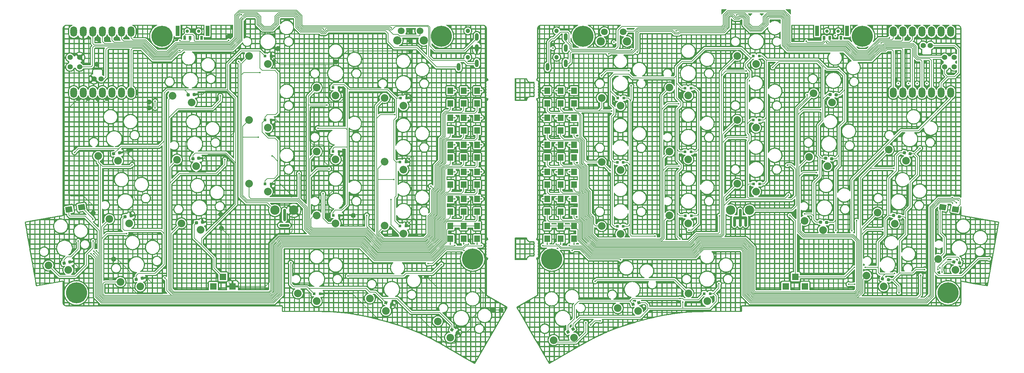
<source format=gtl>
G04 #@! TF.GenerationSoftware,KiCad,Pcbnew,9.0.4*
G04 #@! TF.CreationDate,2025-08-27T21:58:07-05:00*
G04 #@! TF.ProjectId,totem_0_3,746f7465-6d5f-4305-9f33-2e6b69636164,0.3*
G04 #@! TF.SameCoordinates,Original*
G04 #@! TF.FileFunction,Copper,L1,Top*
G04 #@! TF.FilePolarity,Positive*
%FSLAX46Y46*%
G04 Gerber Fmt 4.6, Leading zero omitted, Abs format (unit mm)*
G04 Created by KiCad (PCBNEW 9.0.4) date 2025-08-27 21:58:07*
%MOMM*%
%LPD*%
G01*
G04 APERTURE LIST*
G04 Aperture macros list*
%AMRotRect*
0 Rectangle, with rotation*
0 The origin of the aperture is its center*
0 $1 length*
0 $2 width*
0 $3 Rotation angle, in degrees counterclockwise*
0 Add horizontal line*
21,1,$1,$2,0,0,$3*%
G04 Aperture macros list end*
G04 #@! TA.AperFunction,NonConductor*
%ADD10C,0.750000*%
G04 #@! TD*
G04 #@! TA.AperFunction,ComponentPad*
%ADD11C,2.032000*%
G04 #@! TD*
G04 #@! TA.AperFunction,SMDPad,CuDef*
%ADD12R,1.500000X1.800000*%
G04 #@! TD*
G04 #@! TA.AperFunction,SMDPad,CuDef*
%ADD13RotRect,0.800000X0.800000X260.000000*%
G04 #@! TD*
G04 #@! TA.AperFunction,SMDPad,CuDef*
%ADD14R,0.800000X0.800000*%
G04 #@! TD*
G04 #@! TA.AperFunction,ComponentPad*
%ADD15C,5.600000*%
G04 #@! TD*
G04 #@! TA.AperFunction,ComponentPad*
%ADD16C,1.200000*%
G04 #@! TD*
G04 #@! TA.AperFunction,ComponentPad*
%ADD17O,1.000000X2.000000*%
G04 #@! TD*
G04 #@! TA.AperFunction,ComponentPad*
%ADD18O,1.800000X2.750000*%
G04 #@! TD*
G04 #@! TA.AperFunction,ComponentPad*
%ADD19C,1.397000*%
G04 #@! TD*
G04 #@! TA.AperFunction,SMDPad,CuDef*
%ADD20RotRect,0.800000X0.800000X274.000000*%
G04 #@! TD*
G04 #@! TA.AperFunction,ComponentPad*
%ADD21C,2.500000*%
G04 #@! TD*
G04 #@! TA.AperFunction,SMDPad,CuDef*
%ADD22RotRect,0.800000X0.800000X280.000000*%
G04 #@! TD*
G04 #@! TA.AperFunction,SMDPad,CuDef*
%ADD23RotRect,0.800000X0.800000X266.000000*%
G04 #@! TD*
G04 #@! TA.AperFunction,WasherPad*
%ADD24C,0.900000*%
G04 #@! TD*
G04 #@! TA.AperFunction,SMDPad,CuDef*
%ADD25R,0.700000X1.000000*%
G04 #@! TD*
G04 #@! TA.AperFunction,SMDPad,CuDef*
%ADD26R,1.000000X2.800000*%
G04 #@! TD*
G04 #@! TA.AperFunction,ComponentPad*
%ADD27C,2.200000*%
G04 #@! TD*
G04 #@! TA.AperFunction,ComponentPad*
%ADD28C,1.800000*%
G04 #@! TD*
G04 #@! TA.AperFunction,SMDPad,CuDef*
%ADD29RotRect,1.800000X1.500000X170.000000*%
G04 #@! TD*
G04 #@! TA.AperFunction,ComponentPad*
%ADD30R,1.800000X1.800000*%
G04 #@! TD*
G04 #@! TA.AperFunction,SMDPad,CuDef*
%ADD31RotRect,0.800000X0.800000X240.000000*%
G04 #@! TD*
G04 #@! TA.AperFunction,SMDPad,CuDef*
%ADD32RotRect,1.800000X1.500000X10.000000*%
G04 #@! TD*
G04 #@! TA.AperFunction,SMDPad,CuDef*
%ADD33RotRect,0.800000X0.800000X285.000000*%
G04 #@! TD*
G04 #@! TA.AperFunction,SMDPad,CuDef*
%ADD34RotRect,0.800000X0.800000X300.000000*%
G04 #@! TD*
G04 #@! TA.AperFunction,SMDPad,CuDef*
%ADD35RotRect,0.800000X0.800000X255.000000*%
G04 #@! TD*
G04 #@! TA.AperFunction,ViaPad*
%ADD36C,0.450000*%
G04 #@! TD*
G04 #@! TA.AperFunction,Conductor*
%ADD37C,0.200000*%
G04 #@! TD*
G04 APERTURE END LIST*
D10*
X210500000Y-99000000D02*
X210500000Y-103000000D01*
X209000000Y-101000000D02*
X212000000Y-101000000D01*
X89500000Y-99000000D02*
X89500000Y-101500000D01*
X209000000Y-101000000D02*
X209000000Y-103000000D01*
X88500000Y-103000000D02*
X90500000Y-103000000D01*
X212000000Y-101000000D02*
X212000000Y-103000000D01*
D11*
X51279147Y-119291665D03*
X45990447Y-118091809D03*
D12*
X162872435Y-67194348D03*
X162872435Y-70594348D03*
X137127565Y-74393348D03*
X137127565Y-77793348D03*
D11*
X98103165Y-123214348D03*
X93103165Y-121114348D03*
X121129205Y-105224989D03*
X116129205Y-103124989D03*
X64942377Y-70332359D03*
X59808068Y-68586257D03*
D13*
X267224308Y-112722163D03*
X268800000Y-113000001D03*
D11*
X85129229Y-77068188D03*
X80129229Y-74968188D03*
X178753285Y-105310067D03*
X173753285Y-103210067D03*
X232505126Y-104256620D03*
X227663794Y-101812953D03*
D14*
X120200000Y-103200000D03*
X121800000Y-103200000D03*
D15*
X139500000Y-112000000D03*
D16*
X161800000Y-51300000D03*
X161800000Y-58300000D03*
D17*
X164200000Y-52900000D03*
X164200000Y-55900000D03*
X164200000Y-59900000D03*
X159400000Y-60900000D03*
D18*
X266420000Y-51505000D03*
X263880000Y-51505000D03*
X261340000Y-51505000D03*
X258800000Y-51505000D03*
X256260000Y-51505000D03*
X253720000Y-51505000D03*
X251180000Y-51505000D03*
X251180000Y-67695000D03*
X253720000Y-67695000D03*
X256260000Y-67695000D03*
X258800000Y-67695000D03*
X261340000Y-67695000D03*
X263880000Y-67695000D03*
X266420000Y-67695000D03*
D19*
X267372000Y-58330000D03*
X267372000Y-60870000D03*
X264832000Y-58330000D03*
X264832000Y-60870000D03*
X259117000Y-55155000D03*
X261022000Y-55155000D03*
D20*
X66203898Y-102311610D03*
X67800000Y-102200000D03*
D11*
X32177089Y-114899714D03*
X26888389Y-113699858D03*
D21*
X213000000Y-99000000D03*
D12*
X166422435Y-103194348D03*
X166422435Y-106594348D03*
X159322435Y-81597348D03*
X159322435Y-84997348D03*
D14*
X178000000Y-69200000D03*
X179600000Y-69200000D03*
D11*
X254528041Y-85824714D03*
X249968663Y-82888377D03*
D21*
X92000000Y-99000000D03*
D11*
X116500533Y-125788310D03*
X112214423Y-122465771D03*
D14*
X177900000Y-103300000D03*
X179500000Y-103300000D03*
D13*
X251224308Y-100422162D03*
X252800000Y-100700000D03*
D11*
X85129229Y-60067968D03*
X80129229Y-57967968D03*
D12*
X162872435Y-88796348D03*
X162872435Y-92196348D03*
D22*
X47212154Y-100738919D03*
X48787846Y-100461081D03*
D14*
X195900000Y-83500000D03*
X197500000Y-83500000D03*
D11*
X267678041Y-114899714D03*
X263118663Y-111963377D03*
D23*
X233203898Y-85188390D03*
X234800000Y-85300000D03*
D15*
X34300000Y-121014348D03*
D14*
X84400000Y-58000000D03*
X86000000Y-58000000D03*
D12*
X166422435Y-67194348D03*
X166422435Y-70594348D03*
D11*
X196753205Y-102504887D03*
X191753205Y-100404887D03*
D12*
X140677565Y-67194348D03*
X140677565Y-70594348D03*
D24*
X63750000Y-51350000D03*
X66750000Y-51400000D03*
D25*
X67500000Y-53200000D03*
X64500000Y-53200000D03*
X63000000Y-53200000D03*
D26*
X69100000Y-51300000D03*
X61150000Y-51300000D03*
D27*
X180500000Y-54100000D03*
X173500000Y-54100000D03*
D28*
X179500000Y-51560000D03*
X174500000Y-51560000D03*
D15*
X265700000Y-121000000D03*
X243000000Y-52700000D03*
D11*
X183404597Y-125788310D03*
X178031448Y-125053961D03*
D29*
X267674173Y-98795202D03*
X264325827Y-98204798D03*
D11*
X166377203Y-132873898D03*
X160997076Y-133555245D03*
D12*
X162872435Y-81597348D03*
X162872435Y-84997348D03*
D11*
X233691002Y-87297812D03*
X228849670Y-84854145D03*
X178753245Y-71224549D03*
X173753245Y-69124549D03*
X121129205Y-71224549D03*
X116129205Y-69124549D03*
X103129241Y-68504447D03*
X98129241Y-66404447D03*
D12*
X137127565Y-103194348D03*
X137127565Y-106594348D03*
D24*
X233550000Y-51350000D03*
X236550000Y-51400000D03*
D25*
X237300000Y-53200000D03*
X234300000Y-53200000D03*
X232800000Y-53200000D03*
D26*
X238900000Y-51300000D03*
X230950000Y-51300000D03*
D11*
X66128253Y-87291167D03*
X60993944Y-85545065D03*
X196753205Y-85504667D03*
X191753205Y-83404667D03*
D14*
X196000000Y-100500000D03*
X197600000Y-100500000D03*
D11*
X103129241Y-85504667D03*
X98129241Y-83404667D03*
D30*
X70660000Y-119270000D03*
X73200000Y-116730000D03*
X75740000Y-119270000D03*
D11*
X251575982Y-102566663D03*
X247016604Y-99630326D03*
D12*
X137127565Y-88796348D03*
X137127565Y-92196348D03*
X137127565Y-81597348D03*
X137127565Y-84997348D03*
X159322435Y-103194348D03*
X159322435Y-106594348D03*
D23*
X231903898Y-102188390D03*
X233500000Y-102300000D03*
D12*
X162872435Y-103194348D03*
X162872435Y-106594348D03*
X133577565Y-74393348D03*
X133577565Y-77793348D03*
D11*
X67314128Y-104249976D03*
X62179819Y-102503874D03*
D14*
X177900000Y-86300000D03*
X179500000Y-86300000D03*
D12*
X159322435Y-67194348D03*
X159322435Y-70594348D03*
D11*
X133527565Y-132873898D03*
X130247438Y-128555245D03*
D14*
X102400000Y-83400000D03*
X104000000Y-83400000D03*
D15*
X57000000Y-52700000D03*
D11*
X214753165Y-77068188D03*
X209753165Y-74968188D03*
D12*
X162872435Y-95995348D03*
X162872435Y-99395348D03*
D21*
X208000000Y-99000000D03*
D12*
X159322435Y-88796348D03*
X159322435Y-92196348D03*
D11*
X45375033Y-85807767D03*
X40086333Y-84607911D03*
D12*
X166422435Y-95995348D03*
X166422435Y-99395348D03*
X133577565Y-88796348D03*
X133577565Y-92196348D03*
D22*
X50200000Y-117400000D03*
X51775692Y-117122162D03*
D14*
X214000000Y-58000000D03*
X215600000Y-58000000D03*
X120400000Y-69200000D03*
X122000000Y-69200000D03*
X84400000Y-75000000D03*
X86000000Y-75000000D03*
X97400000Y-121200000D03*
X99000000Y-121200000D03*
D31*
X134014360Y-130800000D03*
X135400000Y-131600000D03*
D11*
X214753165Y-60067968D03*
X209753165Y-57967968D03*
D27*
X126500000Y-53840000D03*
X119500000Y-53840000D03*
D28*
X125500000Y-51300000D03*
X120500000Y-51300000D03*
D11*
X234876877Y-70339003D03*
X230035545Y-67895336D03*
X248623927Y-119308611D03*
X244064549Y-116372274D03*
X201778165Y-123214348D03*
X196778165Y-121114348D03*
D32*
X32325827Y-98795202D03*
X35674173Y-98204798D03*
D33*
X182054518Y-124014110D03*
X183600000Y-123600000D03*
D12*
X140677565Y-81592348D03*
X140677565Y-84992348D03*
D20*
X64003898Y-68311610D03*
X65600000Y-68200000D03*
D14*
X102500000Y-100400000D03*
X104100000Y-100400000D03*
D12*
X133577565Y-81597348D03*
X133577565Y-84997348D03*
X159322435Y-95995348D03*
X159322435Y-99395348D03*
D16*
X138200000Y-51300000D03*
X138200000Y-58300000D03*
D17*
X140600000Y-52900000D03*
X140600000Y-55900000D03*
X140600000Y-59900000D03*
X135800000Y-60900000D03*
D11*
X214753165Y-94068408D03*
X209753165Y-91968408D03*
D14*
X214000000Y-75000000D03*
X215600000Y-75000000D03*
D34*
X164807180Y-131400000D03*
X166192820Y-130600000D03*
D12*
X140677565Y-95995348D03*
X140677565Y-99395348D03*
D20*
X65203898Y-85311610D03*
X66800000Y-85200000D03*
D13*
X248324308Y-117222162D03*
X249900000Y-117500000D03*
D23*
X234400000Y-68200000D03*
X235996102Y-68311610D03*
D11*
X103129241Y-102504887D03*
X98129241Y-100404887D03*
D12*
X140677565Y-88796348D03*
X140677565Y-92196348D03*
X133577565Y-103194348D03*
X133577565Y-106594348D03*
X137127565Y-67194348D03*
X137127565Y-70594348D03*
D14*
X195900000Y-66500000D03*
X197500000Y-66500000D03*
D12*
X133577565Y-67194348D03*
X133577565Y-70594348D03*
D14*
X214100000Y-92000000D03*
X215700000Y-92000000D03*
D13*
X254124308Y-83722162D03*
X255700000Y-84000000D03*
D35*
X116454518Y-123585890D03*
X118000000Y-124000000D03*
D21*
X87000000Y-99000000D03*
D12*
X137127565Y-95995348D03*
X137127565Y-99395348D03*
X166422435Y-81597348D03*
X166422435Y-84997348D03*
D14*
X120200000Y-86200000D03*
X121800000Y-86200000D03*
D30*
X222660000Y-119245000D03*
X225200000Y-116705000D03*
X227740000Y-119245000D03*
D12*
X140677565Y-103194348D03*
X140677565Y-106594348D03*
X159322435Y-74393348D03*
X159322435Y-77793348D03*
D22*
X44200000Y-84000000D03*
X45775692Y-83722162D03*
D15*
X160500000Y-112000000D03*
D14*
X84400000Y-92000000D03*
X86000000Y-92000000D03*
D12*
X140677565Y-74393348D03*
X140677565Y-77793348D03*
D11*
X121129205Y-88224769D03*
X116129205Y-86124769D03*
X85129229Y-94068408D03*
X80129229Y-91968408D03*
X48327089Y-102549714D03*
X43038389Y-101349858D03*
D15*
X131200000Y-52700000D03*
D12*
X166422435Y-74393348D03*
X166422435Y-77793348D03*
X166422435Y-88796348D03*
X166422435Y-92196348D03*
D14*
X201000000Y-121200000D03*
X202600000Y-121200000D03*
D11*
X196753205Y-68504447D03*
X191753205Y-66404447D03*
X178753285Y-88309847D03*
X173753285Y-86209847D03*
D14*
X102400000Y-66400000D03*
X104000000Y-66400000D03*
D22*
X31012154Y-113077838D03*
X32587846Y-112800000D03*
D12*
X133577565Y-95995348D03*
X133577565Y-99395348D03*
D18*
X33580000Y-67695000D03*
X36120000Y-67695000D03*
X38660000Y-67695000D03*
X41200000Y-67695000D03*
X43740000Y-67695000D03*
X46280000Y-67695000D03*
X48820000Y-67695000D03*
X48820000Y-51505000D03*
X46280000Y-51505000D03*
X43740000Y-51505000D03*
X41200000Y-51505000D03*
X38660000Y-51505000D03*
X36120000Y-51505000D03*
X33580000Y-51505000D03*
D19*
X32628000Y-60870000D03*
X32628000Y-58330000D03*
X35168000Y-60870000D03*
X35168000Y-58330000D03*
X40883000Y-64045000D03*
X38978000Y-64045000D03*
D15*
X168800000Y-52700000D03*
D12*
X162872435Y-74393348D03*
X162872435Y-77793348D03*
D36*
X141865000Y-88765000D03*
X141865000Y-67185000D03*
X141859000Y-108415000D03*
X141865000Y-81585000D03*
X141865000Y-74385000D03*
X141865000Y-95985000D03*
X38150000Y-110550000D03*
X138370000Y-88770000D03*
X138359000Y-108015000D03*
X138370000Y-81600000D03*
X138370000Y-74400000D03*
X38875000Y-110550000D03*
X138370000Y-67200000D03*
X138370000Y-95970000D03*
X134784000Y-108365000D03*
X134790000Y-81590000D03*
X134790000Y-67190000D03*
X134790000Y-74400000D03*
X38900000Y-109850000D03*
X134790000Y-88780000D03*
X134790000Y-96000000D03*
X39600000Y-109825000D03*
X165159000Y-108340000D03*
X165180000Y-67190000D03*
X165170000Y-95990000D03*
X165170000Y-88810000D03*
X165170000Y-74380000D03*
X268409544Y-96310234D03*
X165170000Y-81580000D03*
X161660000Y-67190000D03*
X161660000Y-88820000D03*
X161660000Y-96010000D03*
X161659000Y-108040000D03*
X161660000Y-74400000D03*
X267895012Y-97027870D03*
X161660000Y-81610000D03*
X266918358Y-97088457D03*
X158110000Y-74380000D03*
X158109000Y-108415000D03*
X158110000Y-96020000D03*
X158110000Y-88800000D03*
X158110000Y-81600000D03*
X158110000Y-67180000D03*
X266870000Y-95650000D03*
X49100000Y-86900000D03*
X72527565Y-68564348D03*
X127226000Y-116672000D03*
X74716000Y-52811000D03*
X124400000Y-105800000D03*
X42486000Y-69285000D03*
X72800000Y-103800000D03*
X39623000Y-109007000D03*
X39941000Y-53426000D03*
X48200000Y-83000000D03*
X34826000Y-69285000D03*
X45023000Y-53426000D03*
X34650000Y-114966000D03*
X122937000Y-53898000D03*
X144890000Y-125560000D03*
X42482000Y-53426000D03*
X107800000Y-100400000D03*
X194685552Y-68599951D03*
X147069000Y-125580000D03*
X123000000Y-56600000D03*
X103155000Y-59557000D03*
X47592000Y-53447000D03*
X122937000Y-51345000D03*
X39731000Y-60180000D03*
X91400000Y-95400000D03*
X53600000Y-70200000D03*
X87800000Y-56000000D03*
X39908000Y-69285000D03*
X118836000Y-105343000D03*
X57600000Y-120400000D03*
X100800000Y-100400000D03*
X37392000Y-69285000D03*
X72600000Y-100065948D03*
X65224000Y-51376000D03*
X44200000Y-112000000D03*
X38751000Y-99690000D03*
X53600000Y-71800000D03*
X250160000Y-53160000D03*
X175614102Y-57372145D03*
X165909000Y-109715000D03*
X178749756Y-112209500D03*
X193481122Y-51333479D03*
X209575464Y-47038784D03*
X181710000Y-56300000D03*
X183203576Y-56929677D03*
X255200000Y-65300000D03*
X196900000Y-104300000D03*
X173700000Y-63200000D03*
X260100000Y-65300000D03*
X195300000Y-123400000D03*
X235800000Y-52600000D03*
X177000000Y-54300000D03*
X187900000Y-105900000D03*
X204900000Y-118500000D03*
X252500000Y-65300000D03*
X240900000Y-118700000D03*
X258300000Y-82500000D03*
X181000000Y-61900000D03*
X239300000Y-118700000D03*
X259500000Y-114800000D03*
X181600000Y-65900000D03*
X252700000Y-121000000D03*
X160800000Y-55900000D03*
X263000000Y-114800000D03*
X236600000Y-61500000D03*
X235900000Y-104400000D03*
X257500000Y-65300000D03*
X83000000Y-62400000D03*
X100800000Y-71000000D03*
X118800000Y-73600000D03*
X47600000Y-105200000D03*
X73702565Y-85539348D03*
X82600000Y-79600000D03*
X101400000Y-88000000D03*
X118600000Y-90800000D03*
X57752565Y-117039348D03*
X93400000Y-89200000D03*
X111402565Y-100364348D03*
X128400000Y-92600000D03*
X38700000Y-107200000D03*
X38677565Y-101414348D03*
X131200000Y-113400000D03*
X106378165Y-116471835D03*
X133575000Y-108000000D03*
X137125000Y-107975000D03*
X140675000Y-108000000D03*
X251300000Y-87900000D03*
X231900000Y-72300000D03*
X212100000Y-62000000D03*
X194200000Y-70700000D03*
X176400000Y-72603349D03*
X248400000Y-104100000D03*
X230800000Y-89000000D03*
X212300000Y-79700000D03*
X194300000Y-87300000D03*
X176021719Y-88478281D03*
X258427565Y-116294348D03*
X241427565Y-101794348D03*
X223028165Y-87000000D03*
X205027565Y-100494348D03*
X276627565Y-111894348D03*
X171984000Y-117890000D03*
X166410000Y-107990000D03*
X170800000Y-129500000D03*
X162860000Y-107990000D03*
X173400000Y-128400000D03*
X169537989Y-128963329D03*
X159340000Y-108030000D03*
X233459000Y-54440000D03*
X247959000Y-54515000D03*
X240200000Y-104500000D03*
X127600000Y-113200000D03*
X117839000Y-96161000D03*
X117875000Y-50500000D03*
X137234000Y-109715000D03*
X99850000Y-50850000D03*
X99800000Y-94600000D03*
X78075000Y-47000000D03*
X91200000Y-113000000D03*
X86200000Y-84600000D03*
X98400000Y-77200000D03*
X33800000Y-83600000D03*
X34800000Y-107200000D03*
X212000000Y-61000000D03*
X240800000Y-114200000D03*
X194500000Y-122470204D03*
X264100000Y-115500000D03*
X223300000Y-95000000D03*
X219200000Y-61000000D03*
X223700000Y-100300000D03*
X251500000Y-115800000D03*
X194500000Y-106700000D03*
X227600000Y-100000000D03*
X243700000Y-114200000D03*
X55200000Y-70000000D03*
X55200000Y-71800000D03*
X61759000Y-56565000D03*
X61759000Y-53890000D03*
X228089959Y-54032650D03*
X228300000Y-68300000D03*
X77379501Y-59420499D03*
X74709000Y-53865000D03*
D37*
X140677565Y-67194348D02*
X141855652Y-67194348D01*
X140677565Y-74393348D02*
X141896652Y-74393348D01*
X140677565Y-81592348D02*
X141897652Y-81592348D01*
X137102083Y-109199999D02*
X137782082Y-108520000D01*
X141900000Y-95990000D02*
X140682913Y-95990000D01*
X113431335Y-112414994D02*
X128933991Y-112414991D01*
X39365000Y-111765000D02*
X39365000Y-122115000D01*
X137782082Y-108520000D02*
X141754000Y-108520000D01*
X39365000Y-122115000D02*
X40914999Y-123664999D01*
X109766337Y-108749997D02*
X113431335Y-112414994D01*
X86675211Y-123664999D02*
X88872604Y-121467606D01*
X132325420Y-109200000D02*
X137102083Y-109199999D01*
X129110427Y-112414993D02*
X132325420Y-109200000D01*
X140677565Y-88796348D02*
X141873652Y-88796348D01*
X38150000Y-110550000D02*
X39365000Y-111765000D01*
X141855652Y-67194348D02*
X141865000Y-67185000D01*
X128933991Y-112414991D02*
X129110427Y-112414993D01*
X88872604Y-121467606D02*
X88872605Y-109107395D01*
X141754000Y-108520000D02*
X141859000Y-108415000D01*
X40914999Y-123664999D02*
X86675211Y-123664999D01*
X89230003Y-108749997D02*
X109766337Y-108749997D01*
X88872605Y-109107395D02*
X89230003Y-108749997D01*
X88542606Y-108970704D02*
X88542605Y-121330915D01*
X137127565Y-81597348D02*
X138367348Y-81597348D01*
X138344652Y-95995348D02*
X138370000Y-95970000D01*
X138370000Y-67200000D02*
X137133217Y-67200000D01*
X138184000Y-108190000D02*
X137645392Y-108190000D01*
X136965392Y-108870000D02*
X132188730Y-108870000D01*
X137127565Y-88796348D02*
X138343652Y-88796348D01*
X109903027Y-108419997D02*
X89093313Y-108419997D01*
X138363348Y-74393348D02*
X138370000Y-74400000D01*
X88542605Y-121330915D02*
X86538521Y-123334999D01*
X132188730Y-108870000D02*
X128973738Y-112084992D01*
X138367348Y-81597348D02*
X138370000Y-81600000D01*
X39695221Y-111370221D02*
X39695221Y-121970221D01*
X38875000Y-110550000D02*
X39695221Y-111370221D01*
X137127565Y-95995348D02*
X138344652Y-95995348D01*
X89093313Y-108419997D02*
X88542606Y-108970704D01*
X138359000Y-108015000D02*
X138184000Y-108190000D01*
X137645392Y-108190000D02*
X136965392Y-108870000D01*
X113568025Y-112084994D02*
X109903027Y-108419997D01*
X137127565Y-74393348D02*
X138363348Y-74393348D01*
X128973738Y-112084992D02*
X113568025Y-112084994D01*
X86538521Y-123334999D02*
X41059999Y-123334999D01*
X39695221Y-121970221D02*
X41059999Y-123334999D01*
X138343652Y-88796348D02*
X138370000Y-88770000D01*
X133577565Y-67194348D02*
X134785652Y-67194348D01*
X133577565Y-81597348D02*
X134782652Y-81597348D01*
X88956623Y-108089997D02*
X88212604Y-108834016D01*
X134773652Y-88796348D02*
X134790000Y-88780000D01*
X134785652Y-67194348D02*
X134790000Y-67190000D01*
X86401831Y-123004999D02*
X41201127Y-123004999D01*
X134783348Y-74393348D02*
X134790000Y-74400000D01*
X134790000Y-96000000D02*
X133582217Y-96000000D01*
X110039717Y-108089997D02*
X88956623Y-108089997D01*
X88212604Y-121194226D02*
X86401831Y-123004999D01*
X40025221Y-110975221D02*
X40025221Y-121829093D01*
X134609000Y-108540000D02*
X132052040Y-108540000D01*
X134784000Y-108365000D02*
X134609000Y-108540000D01*
X128837046Y-111754994D02*
X113704714Y-111754994D01*
X133577565Y-74393348D02*
X134783348Y-74393348D01*
X113704714Y-111754994D02*
X110039717Y-108089997D01*
X133577565Y-88796348D02*
X134773652Y-88796348D01*
X40025221Y-121829093D02*
X41201127Y-123004999D01*
X88212604Y-108834016D02*
X88212604Y-121194226D01*
X38900000Y-109850000D02*
X40025221Y-110975221D01*
X134782652Y-81597348D02*
X134790000Y-81590000D01*
X132052040Y-108540000D02*
X128837046Y-111754994D01*
X110176407Y-107759997D02*
X88819932Y-107759998D01*
X86265140Y-122675000D02*
X41337818Y-122675000D01*
X133577565Y-103194348D02*
X140677565Y-103194348D01*
X113841404Y-111424994D02*
X110176407Y-107759997D01*
X132597565Y-107527785D02*
X128700357Y-111424993D01*
X88819932Y-107759998D02*
X87882605Y-108697325D01*
X87882605Y-121057535D02*
X86265140Y-122675000D01*
X132597565Y-104174348D02*
X132597565Y-107527785D01*
X41337818Y-122675000D02*
X40355222Y-121692404D01*
X128700357Y-111424993D02*
X113841404Y-111424994D01*
X32600000Y-100600000D02*
X36600000Y-100600000D01*
X32325827Y-98795202D02*
X32325827Y-100325827D01*
X133577565Y-103194348D02*
X132597565Y-104174348D01*
X87882605Y-108697325D02*
X87882605Y-121057535D01*
X40355222Y-121692404D02*
X40355221Y-104355221D01*
X39600000Y-109825000D02*
X40355221Y-110580221D01*
X32325827Y-100325827D02*
X32600000Y-100600000D01*
X40355221Y-104355221D02*
X36600000Y-100600000D01*
X168433031Y-108510001D02*
X170898030Y-110975000D01*
X166422435Y-67194348D02*
X165184348Y-67194348D01*
X211904999Y-121378379D02*
X213531619Y-123004999D01*
X268409544Y-96310234D02*
X268270485Y-96171175D01*
X166422435Y-95995348D02*
X165175348Y-95995348D01*
X165329000Y-108510000D02*
X168433031Y-108510001D01*
X259801621Y-123004999D02*
X261195000Y-121611620D01*
X211905000Y-109708310D02*
X211904999Y-121378379D01*
X200561620Y-108835000D02*
X211031691Y-108835001D01*
X263355445Y-96171175D02*
X261195002Y-98331618D01*
X165159000Y-108340000D02*
X165329000Y-108510000D01*
X165183348Y-74393348D02*
X165170000Y-74380000D01*
X170898030Y-110975000D02*
X198421620Y-110975000D01*
X165184348Y-67194348D02*
X165180000Y-67190000D01*
X165183652Y-88796348D02*
X165170000Y-88810000D01*
X211031691Y-108835001D02*
X211905000Y-109708310D01*
X166422435Y-81597348D02*
X165187348Y-81597348D01*
X165175348Y-95995348D02*
X165170000Y-95990000D01*
X165187348Y-81597348D02*
X165170000Y-81580000D01*
X213531619Y-123004999D02*
X259801621Y-123004999D01*
X268270485Y-96171175D02*
X263355445Y-96171175D01*
X166422435Y-74393348D02*
X165183348Y-74393348D01*
X166422435Y-88796348D02*
X165183652Y-88796348D01*
X261195000Y-121611620D02*
X261195002Y-98331618D01*
X198421620Y-110975000D02*
X200561620Y-108835000D01*
X261525000Y-98468310D02*
X263492135Y-96501175D01*
X259938311Y-123334999D02*
X261525000Y-121748310D01*
X211575000Y-109845000D02*
X211575000Y-121515070D01*
X210895000Y-109165000D02*
X211575000Y-109845000D01*
X162872435Y-88796348D02*
X161683652Y-88796348D01*
X168296340Y-108840000D02*
X170761340Y-111305000D01*
X162872435Y-81597348D02*
X161672652Y-81597348D01*
X161683652Y-88796348D02*
X161660000Y-88820000D01*
X162974608Y-108840000D02*
X168296340Y-108840000D01*
X170761340Y-111305000D02*
X198558311Y-111304999D01*
X161664348Y-67194348D02*
X161660000Y-67190000D01*
X267368317Y-96501175D02*
X267895012Y-97027870D01*
X261525000Y-121748310D02*
X261525000Y-98468310D01*
X161672652Y-81597348D02*
X161660000Y-81610000D01*
X198558311Y-111304999D02*
X200698310Y-109165000D01*
X162872435Y-74393348D02*
X161666652Y-74393348D01*
X161659000Y-108040000D02*
X161839000Y-108220000D01*
X200698310Y-109165000D02*
X210895000Y-109165000D01*
X162872435Y-95995348D02*
X161674652Y-95995348D01*
X161839000Y-108220000D02*
X162354608Y-108220000D01*
X211575000Y-121515070D02*
X213394929Y-123334999D01*
X162872435Y-67194348D02*
X161664348Y-67194348D01*
X213394929Y-123334999D02*
X259938311Y-123334999D01*
X263492135Y-96501175D02*
X267368317Y-96501175D01*
X161674652Y-95995348D02*
X161660000Y-96010000D01*
X162354608Y-108220000D02*
X162974608Y-108840000D01*
X161666652Y-74393348D02*
X161660000Y-74400000D01*
X168159650Y-109170000D02*
X170624650Y-111635000D01*
X211245001Y-121651761D02*
X213258239Y-123664999D01*
X263628825Y-96831175D02*
X266661076Y-96831175D01*
X158123348Y-74393348D02*
X158110000Y-74380000D01*
X200835000Y-109495000D02*
X210745000Y-109495000D01*
X159322435Y-81597348D02*
X158112652Y-81597348D01*
X266661076Y-96831175D02*
X266918358Y-97088457D01*
X159322435Y-67194348D02*
X158124348Y-67194348D01*
X158244000Y-108550000D02*
X162217918Y-108550000D01*
X211245000Y-109995000D02*
X211245001Y-121651761D01*
X170624650Y-111635000D02*
X198695001Y-111634999D01*
X158109000Y-108415000D02*
X158244000Y-108550000D01*
X158124348Y-67194348D02*
X158110000Y-67180000D01*
X162217918Y-108550000D02*
X162837917Y-109169999D01*
X198695001Y-111634999D02*
X200835000Y-109495000D01*
X260075001Y-123664999D02*
X261855000Y-121885000D01*
X159322435Y-88796348D02*
X158113652Y-88796348D01*
X158134652Y-95995348D02*
X158110000Y-96020000D01*
X159322435Y-95995348D02*
X158134652Y-95995348D01*
X210745000Y-109495000D02*
X211245000Y-109995000D01*
X261855000Y-121885000D02*
X261855000Y-98605000D01*
X159322435Y-74393348D02*
X158123348Y-74393348D01*
X261855000Y-98605000D02*
X263628825Y-96831175D01*
X162837917Y-109169999D02*
X168159650Y-109170000D01*
X213258239Y-123664999D02*
X260075001Y-123664999D01*
X158113652Y-88796348D02*
X158110000Y-88800000D01*
X158112652Y-81597348D02*
X158110000Y-81600000D01*
X171034720Y-110645000D02*
X198284930Y-110645000D01*
X268630000Y-95790000D02*
X267010000Y-95790000D01*
X167420000Y-104191913D02*
X167420000Y-107030280D01*
X212235000Y-109571620D02*
X212234999Y-119984999D01*
X259664931Y-122674999D02*
X260865002Y-121474928D01*
X266870000Y-95650000D02*
X266678825Y-95841175D01*
X263218755Y-95841175D02*
X260865001Y-98194929D01*
X198284930Y-110645000D02*
X200424930Y-108505000D01*
X266678825Y-95841175D02*
X263218755Y-95841175D01*
X212234999Y-119984999D02*
X212235001Y-121241691D01*
X268929544Y-97539831D02*
X268929544Y-96089544D01*
X260865002Y-98764998D02*
X260865002Y-98564998D01*
X267674173Y-98795202D02*
X268929544Y-97539831D01*
X268929544Y-96089544D02*
X268630000Y-95790000D01*
X211168382Y-108505002D02*
X212235000Y-109571620D01*
X212235001Y-121241691D02*
X213668309Y-122674999D01*
X213668309Y-122674999D02*
X259664931Y-122674999D01*
X260865001Y-98194929D02*
X260865002Y-98764998D01*
X260865002Y-121474928D02*
X260865002Y-98564998D01*
X167420000Y-107030280D02*
X171034720Y-110645000D01*
X166422435Y-103194348D02*
X167420000Y-104191913D01*
X159322435Y-103194348D02*
X166422435Y-103194348D01*
X267010000Y-95790000D02*
X266870000Y-95650000D01*
X200424930Y-108505000D02*
X211168382Y-108505002D01*
X41474508Y-122345000D02*
X40685221Y-121555713D01*
X40685221Y-121555713D02*
X40685221Y-86800000D01*
X86128452Y-122344998D02*
X41474508Y-122345000D01*
X41285221Y-87400000D02*
X48600000Y-87400000D01*
X87534999Y-120938451D02*
X86128452Y-122344998D01*
X88683241Y-107429999D02*
X87534999Y-108578241D01*
X48600000Y-87400000D02*
X49100000Y-86900000D01*
X140225000Y-102050000D02*
X132725000Y-102050000D01*
X110313097Y-107429997D02*
X88683241Y-107429999D01*
X128563666Y-111094994D02*
X113978095Y-111094995D01*
X113978095Y-111094995D02*
X110313097Y-107429997D01*
X140677565Y-99395348D02*
X140677565Y-101597435D01*
X87534999Y-108578241D02*
X87534999Y-120938451D01*
X132725000Y-102050000D02*
X132267565Y-102507435D01*
X40086333Y-86201111D02*
X40842611Y-86957389D01*
X132267565Y-107391095D02*
X128563666Y-111094994D01*
X140677565Y-101597435D02*
X140225000Y-102050000D01*
X40086333Y-84607911D02*
X40086333Y-86201111D01*
X40685221Y-86800000D02*
X40842611Y-86957389D01*
X132267565Y-102507435D02*
X132267565Y-107391095D01*
X40842611Y-86957389D02*
X41285221Y-87400000D01*
X58800000Y-74400000D02*
X61200000Y-72000000D01*
X114388166Y-110104996D02*
X128153593Y-110104997D01*
X58792069Y-69602256D02*
X58792069Y-74400000D01*
X58792069Y-120242069D02*
X59893309Y-121343309D01*
X131277566Y-102097364D02*
X132200000Y-101174930D01*
X58792069Y-74400000D02*
X58792069Y-120242069D01*
X140125000Y-94865348D02*
X140677565Y-94312783D01*
X72527565Y-69872435D02*
X72527565Y-68564348D01*
X59808068Y-68586257D02*
X58792069Y-69602256D01*
X58792069Y-74400000D02*
X58800000Y-74400000D01*
X140677565Y-94312783D02*
X140677565Y-92196348D01*
X132200000Y-101174930D02*
X132200000Y-95262913D01*
X132597565Y-94865348D02*
X140125000Y-94865348D01*
X61200000Y-72000000D02*
X70400000Y-72000000D01*
X85730070Y-121343310D02*
X86541656Y-120531724D01*
X70400000Y-72000000D02*
X72527565Y-69872435D01*
X132200000Y-95262913D02*
X132597565Y-94865348D01*
X86541656Y-120531724D02*
X86541657Y-108171513D01*
X88273172Y-106439998D02*
X110723167Y-106439997D01*
X131277565Y-106981025D02*
X131277566Y-102097364D01*
X128153593Y-110104997D02*
X131277565Y-106981025D01*
X59893309Y-121343309D02*
X85730070Y-121343310D01*
X86541657Y-108171513D02*
X88273172Y-106439998D01*
X110723167Y-106439997D02*
X114388166Y-110104996D01*
X100932082Y-50970000D02*
X117142918Y-50970000D01*
X87660000Y-47713310D02*
X88228310Y-47145000D01*
X92851654Y-47751654D02*
X92851655Y-50218415D01*
X99497917Y-51699999D02*
X100202082Y-51700000D01*
X92851655Y-50218415D02*
X93953240Y-51320000D01*
X119659000Y-52240000D02*
X120109000Y-52690000D01*
X54950548Y-58364998D02*
X59067451Y-58364999D01*
X117142918Y-50970000D02*
X118412918Y-52240000D01*
X77985000Y-53678310D02*
X77985000Y-48292082D01*
X125500000Y-52499000D02*
X125500000Y-51350000D01*
X38575000Y-60550000D02*
X38575000Y-55785000D01*
X35168000Y-60870000D02*
X38255000Y-60870000D01*
X79132082Y-47145000D02*
X82001620Y-47145000D01*
X92245001Y-47145001D02*
X92851654Y-47751654D01*
X87660000Y-49381690D02*
X87660000Y-47713310D01*
X118412918Y-52240000D02*
X119659000Y-52240000D01*
X39030001Y-55329999D02*
X51915549Y-55329999D01*
X88228310Y-47145000D02*
X92245001Y-47145001D01*
X38575000Y-55785000D02*
X39030001Y-55329999D01*
X51915549Y-55329999D02*
X54950548Y-58364998D01*
X59067451Y-58364999D02*
X61382450Y-56050000D01*
X82615002Y-47758382D02*
X82615002Y-49498382D01*
X38255000Y-60870000D02*
X38575000Y-60550000D01*
X61382450Y-56050000D02*
X75613310Y-56050000D01*
X99117918Y-51320000D02*
X99497917Y-51699999D01*
X100202082Y-51700000D02*
X100932082Y-50970000D01*
X83871620Y-50755000D02*
X86286691Y-50754999D01*
X82615002Y-49498382D02*
X83871620Y-50755000D01*
X82001620Y-47145000D02*
X82615002Y-47758382D01*
X86286691Y-50754999D02*
X87660000Y-49381690D01*
X93953240Y-51320000D02*
X99117918Y-51320000D01*
X125309000Y-52690000D02*
X125500000Y-52499000D01*
X120109000Y-52690000D02*
X125309000Y-52690000D01*
X77985000Y-48292082D02*
X79132082Y-47145000D01*
X75613310Y-56050000D02*
X77985000Y-53678310D01*
X76269000Y-86537104D02*
X76269000Y-97262896D01*
X135400000Y-133700000D02*
X134700000Y-134400000D01*
X36744500Y-70255500D02*
X39744500Y-70255500D01*
X88288000Y-89600000D02*
X88288000Y-91888000D01*
X41515500Y-70255500D02*
X42486000Y-69285000D01*
X67800000Y-68200000D02*
X65600000Y-68200000D01*
X137800000Y-131600000D02*
X139400000Y-130000000D01*
X142300000Y-125144256D02*
X144474256Y-125144256D01*
X34650000Y-114050000D02*
X34650000Y-114966000D01*
X87800000Y-56000000D02*
X87800000Y-59800000D01*
X105400000Y-69200000D02*
X105400000Y-66800000D01*
X123400000Y-84400000D02*
X123400000Y-84600000D01*
X75128961Y-79340039D02*
X76269000Y-78200000D01*
X32200000Y-94600000D02*
X32200000Y-71911000D01*
X123400000Y-68000000D02*
X123400000Y-84400000D01*
X87862687Y-105448998D02*
X90800000Y-105448998D01*
X118000000Y-124000000D02*
X119400000Y-125400000D01*
X97200000Y-81600000D02*
X99600000Y-81600000D01*
X106112000Y-56600000D02*
X123000000Y-56600000D01*
X101900000Y-71300000D02*
X101400000Y-71800000D01*
X123400000Y-57000000D02*
X123400000Y-68000000D01*
X48200000Y-84200000D02*
X48400000Y-84400000D01*
X51775692Y-117122162D02*
X53122162Y-117122162D01*
X104600000Y-87200000D02*
X105600000Y-86200000D01*
X100200000Y-82200000D02*
X100200000Y-86200000D01*
X105600000Y-86200000D02*
X105600000Y-85800000D01*
X49737678Y-95737678D02*
X49737678Y-85737678D01*
X90800000Y-105448998D02*
X91600000Y-104648998D01*
X96201000Y-80601000D02*
X97200000Y-81600000D01*
X100200000Y-86200000D02*
X101200000Y-87200000D01*
X64861132Y-79340039D02*
X75128961Y-79340039D01*
X36120000Y-57378000D02*
X35168000Y-58330000D01*
X102454000Y-60258000D02*
X103155000Y-59557000D01*
X104800000Y-83400000D02*
X105600000Y-84200000D01*
X50500000Y-99961082D02*
X50000000Y-100461082D01*
X105000000Y-66400000D02*
X104000000Y-66400000D01*
X74800000Y-105800000D02*
X74800000Y-118330000D01*
X139400000Y-127666675D02*
X141922419Y-125144256D01*
X88288000Y-91888000D02*
X91400000Y-95000000D01*
X39744500Y-70255500D02*
X39908000Y-70092000D01*
X36120000Y-51980000D02*
X36120000Y-57378000D01*
X100400000Y-60258000D02*
X102454000Y-60258000D01*
X97000000Y-71800000D02*
X96201000Y-72599000D01*
X63200000Y-87800000D02*
X63200000Y-81001171D01*
X124400000Y-101800000D02*
X123800000Y-101200000D01*
X105600000Y-84200000D02*
X105600000Y-85800000D01*
X32800000Y-95200000D02*
X32200000Y-94600000D01*
X71331896Y-102200000D02*
X67800000Y-102200000D01*
X144474256Y-125144256D02*
X144890000Y-125560000D01*
X74800000Y-118330000D02*
X75740000Y-119270000D01*
X88258000Y-60258000D02*
X86000000Y-58000000D01*
X53600000Y-70200000D02*
X53600000Y-71800000D01*
X141922419Y-125144256D02*
X142300000Y-125144256D01*
X100800000Y-95400000D02*
X100800000Y-100400000D01*
X105400000Y-66800000D02*
X105000000Y-66400000D01*
X142300000Y-125144256D02*
X142300000Y-120900000D01*
X105600000Y-92200000D02*
X104200000Y-93600000D01*
X101900000Y-70100000D02*
X102000000Y-70200000D01*
X139400000Y-130000000D02*
X139400000Y-127666675D01*
X53544500Y-70255500D02*
X53600000Y-70200000D01*
X33855500Y-70255500D02*
X34826000Y-69285000D01*
X63200000Y-81001171D02*
X64861132Y-79340039D01*
X119400000Y-127400000D02*
X125400000Y-127400000D01*
X39744500Y-70255500D02*
X41200000Y-70255500D01*
X135400000Y-131600000D02*
X135400000Y-133700000D01*
X68600000Y-88869000D02*
X64269000Y-88869000D01*
X41200000Y-70255500D02*
X53544500Y-70255500D01*
X127226000Y-116672000D02*
X130354000Y-119800000D01*
X88258000Y-60258000D02*
X100400000Y-60258000D01*
X76269000Y-78200000D02*
X76269000Y-69400000D01*
X50500000Y-96500000D02*
X50500000Y-99961082D01*
X122200000Y-69200000D02*
X123400000Y-68000000D01*
X102600000Y-93600000D02*
X100800000Y-95400000D01*
X37392000Y-69608000D02*
X37392000Y-69285000D01*
X104200000Y-93600000D02*
X102600000Y-93600000D01*
X104400000Y-70200000D02*
X105400000Y-69200000D01*
X48400000Y-115200000D02*
X48400000Y-119200000D01*
X36744500Y-70255500D02*
X37392000Y-69608000D01*
X125400000Y-127400000D02*
X132400000Y-134400000D01*
X73465948Y-100065948D02*
X72600000Y-100065948D01*
X72800000Y-103800000D02*
X74800000Y-105800000D01*
X69269000Y-84131000D02*
X73862896Y-84131000D01*
X75740000Y-119270000D02*
X84430000Y-119270000D01*
X69100000Y-88369000D02*
X68600000Y-88869000D01*
X91400000Y-95000000D02*
X91400000Y-95400000D01*
X101900000Y-70100000D02*
X101900000Y-71300000D01*
X124400000Y-105800000D02*
X124400000Y-101800000D01*
X48787846Y-100461082D02*
X50000000Y-100461082D01*
X96201000Y-72599000D02*
X96201000Y-80601000D01*
X100400000Y-60258000D02*
X100400000Y-68600000D01*
X99000000Y-121200000D02*
X107600000Y-121200000D01*
X48400000Y-84400000D02*
X47722162Y-83722162D01*
X44200000Y-112000000D02*
X45200000Y-112000000D01*
X57200000Y-121200000D02*
X57600000Y-120800000D01*
X41200000Y-70255500D02*
X41515500Y-70255500D01*
X123800000Y-101200000D02*
X123800000Y-84800000D01*
X87400000Y-75000000D02*
X88288000Y-75888000D01*
X101400000Y-71800000D02*
X97000000Y-71800000D01*
X101200000Y-87200000D02*
X104600000Y-87200000D01*
X68200000Y-85200000D02*
X69269000Y-84131000D01*
X88288000Y-89600000D02*
X88288000Y-76400000D01*
X135400000Y-131600000D02*
X137800000Y-131600000D01*
X142300000Y-120900000D02*
X141200000Y-119800000D01*
X76269000Y-69400000D02*
X74200000Y-67331000D01*
X88258000Y-76370000D02*
X88258000Y-60258000D01*
X76269000Y-97262896D02*
X73465948Y-100065948D01*
X121800000Y-103200000D02*
X123800000Y-101200000D01*
X130354000Y-119800000D02*
X141200000Y-119800000D01*
X54000000Y-121200000D02*
X57200000Y-121200000D01*
X102000000Y-70200000D02*
X104400000Y-70200000D01*
X52600000Y-121200000D02*
X53400000Y-121200000D01*
X36200000Y-95200000D02*
X32800000Y-95200000D01*
X52600000Y-121200000D02*
X54000000Y-121200000D01*
X107600000Y-121200000D02*
X113800000Y-127400000D01*
X104000000Y-83400000D02*
X104800000Y-83400000D01*
X147069000Y-125580000D02*
X144910000Y-125580000D01*
X66800000Y-85200000D02*
X68200000Y-85200000D01*
X33855500Y-70255500D02*
X36744500Y-70255500D01*
X91600000Y-104648998D02*
X91600000Y-99400000D01*
X74200000Y-67331000D02*
X68669000Y-67331000D01*
X122000000Y-69200000D02*
X122200000Y-69200000D01*
X123800000Y-84800000D02*
X123400000Y-84400000D01*
X107800000Y-100400000D02*
X104000000Y-100400000D01*
X73465948Y-100065948D02*
X71331896Y-102200000D01*
X47722162Y-83722162D02*
X45775692Y-83722162D01*
X132400000Y-134400000D02*
X134700000Y-134400000D01*
X68400000Y-85200000D02*
X69100000Y-85900000D01*
X88288000Y-76400000D02*
X88258000Y-76370000D01*
X50500000Y-96500000D02*
X49737678Y-95737678D01*
X87800000Y-59800000D02*
X88258000Y-60258000D01*
X88288000Y-89712000D02*
X88288000Y-89600000D01*
X68669000Y-67331000D02*
X67800000Y-68200000D01*
X68200000Y-85200000D02*
X68400000Y-85200000D01*
X123000000Y-56600000D02*
X123400000Y-57000000D01*
X32200000Y-71911000D02*
X33855500Y-70255500D01*
X54600000Y-118600000D02*
X54600000Y-120600000D01*
X86000000Y-75000000D02*
X87400000Y-75000000D01*
X99600000Y-81600000D02*
X100200000Y-82200000D01*
X105600000Y-85800000D02*
X105600000Y-92200000D01*
X54600000Y-120600000D02*
X54000000Y-121200000D01*
X57600000Y-120800000D02*
X57600000Y-120400000D01*
X86000000Y-92000000D02*
X88288000Y-89712000D01*
X136600000Y-131600000D02*
X135400000Y-131600000D01*
X73862896Y-84131000D02*
X76269000Y-86537104D01*
X33400000Y-112800000D02*
X34650000Y-114050000D01*
X100400000Y-68600000D02*
X101900000Y-70100000D01*
X119400000Y-125400000D02*
X119400000Y-127400000D01*
X113800000Y-127400000D02*
X119400000Y-127400000D01*
X48200000Y-83000000D02*
X48200000Y-84200000D01*
X50400000Y-121200000D02*
X52600000Y-121200000D01*
X103155000Y-59557000D02*
X106112000Y-56600000D01*
X38751000Y-97751000D02*
X36200000Y-95200000D01*
X144910000Y-125580000D02*
X144890000Y-125560000D01*
X64269000Y-88869000D02*
X63200000Y-87800000D01*
X69100000Y-85900000D02*
X69100000Y-88369000D01*
X91600000Y-99400000D02*
X92000000Y-99000000D01*
X39908000Y-70092000D02*
X39908000Y-69285000D01*
X32587846Y-112800000D02*
X33400000Y-112800000D01*
X85550658Y-118149342D02*
X85550658Y-107761027D01*
X45200000Y-112000000D02*
X48400000Y-115200000D01*
X88288000Y-76400000D02*
X88288000Y-75888000D01*
X49737678Y-85737678D02*
X48400000Y-84400000D01*
X53122162Y-117122162D02*
X54600000Y-118600000D01*
X123400000Y-84600000D02*
X121800000Y-86200000D01*
X48400000Y-119200000D02*
X50400000Y-121200000D01*
X38751000Y-99690000D02*
X38751000Y-97751000D01*
X85550658Y-107761027D02*
X87862687Y-105448998D01*
X84430000Y-119270000D02*
X85550658Y-118149342D01*
X206368345Y-49828345D02*
X206368346Y-47214894D01*
X223842380Y-54990000D02*
X238804862Y-54990000D01*
X244630139Y-57554999D02*
X247150138Y-55035000D01*
X183344930Y-50465000D02*
X204259000Y-50465000D01*
X257858000Y-58330000D02*
X257249999Y-57721999D01*
X247150138Y-55035000D02*
X248424392Y-55035000D01*
X241369862Y-57555000D02*
X238804864Y-54990002D01*
X179500000Y-51350000D02*
X182459930Y-51350000D01*
X182459930Y-51350000D02*
X183344930Y-50465000D01*
X243123999Y-57554999D02*
X244630139Y-57554999D01*
X223375000Y-54522620D02*
X223842380Y-54990000D01*
X222111761Y-46205001D02*
X223375000Y-47468240D01*
X204259000Y-50465000D02*
X204269000Y-50475000D01*
X248424392Y-55035000D02*
X248789392Y-54670000D01*
X238804862Y-54990000D02*
X241369861Y-57554999D01*
X207378240Y-46205000D02*
X222111761Y-46205001D01*
X206368346Y-47214894D02*
X207378240Y-46205000D01*
X223375000Y-47468240D02*
X223375000Y-54522620D01*
X243123999Y-57554999D02*
X241369862Y-57555000D01*
X205721690Y-50475000D02*
X206368345Y-49828345D01*
X248789392Y-54670000D02*
X256546384Y-54670002D01*
X204269000Y-50475000D02*
X205721690Y-50475000D01*
X257249999Y-57721999D02*
X257250000Y-55373620D01*
X241369861Y-57554999D02*
X243123999Y-57554999D01*
X264832000Y-58330000D02*
X257858000Y-58330000D01*
X256546384Y-54670002D02*
X257250000Y-55373620D01*
X241779932Y-56565000D02*
X244220068Y-56565000D01*
X250160000Y-53289000D02*
X250160000Y-53160000D01*
X239214934Y-54000002D02*
X241779932Y-56565000D01*
X234300000Y-53806000D02*
X234494002Y-54000002D01*
X234494002Y-54000002D02*
X239214934Y-54000002D01*
X250099000Y-53350000D02*
X250160000Y-53289000D01*
X234300000Y-53200000D02*
X234300000Y-53806000D01*
X247435068Y-53350000D02*
X250099000Y-53350000D01*
X244220068Y-56565000D02*
X247435068Y-53350000D01*
X208528310Y-47195000D02*
X209028784Y-47695474D01*
X211895000Y-48008310D02*
X211895000Y-49655070D01*
X178749756Y-112209500D02*
X178505256Y-111965000D01*
X183608311Y-51134999D02*
X192575535Y-51134999D01*
X209030072Y-47695474D02*
X209223381Y-47888783D01*
X215973236Y-51085000D02*
X217618343Y-49439893D01*
X217618344Y-47921656D02*
X218015000Y-47525000D01*
X166124000Y-109500000D02*
X168022960Y-109500000D01*
X222055000Y-55069380D02*
X223295619Y-56309999D01*
X175786247Y-57200000D02*
X175614102Y-57372145D01*
X183085000Y-56121690D02*
X183085000Y-51658310D01*
X218015000Y-47525000D02*
X221565001Y-47525001D01*
X207358344Y-50238416D02*
X207358344Y-47624966D01*
X245176899Y-58874999D02*
X247696898Y-56355000D01*
X209223381Y-47888783D02*
X210087906Y-47888784D01*
X192575535Y-51134999D02*
X193274015Y-51833479D01*
X175786247Y-57200000D02*
X182006690Y-57200000D01*
X247696898Y-56355000D02*
X248971152Y-56355000D01*
X206131759Y-51465000D02*
X207358344Y-50238416D01*
X182006690Y-57200000D02*
X183085000Y-56121690D01*
X213324927Y-51084997D02*
X215973236Y-51085000D01*
X223295619Y-56309999D02*
X238258102Y-56310000D01*
X168022960Y-109500000D02*
X170487959Y-111964999D01*
X194435001Y-51464999D02*
X206131759Y-51465000D01*
X211411691Y-47525001D02*
X211895000Y-48008310D01*
X240823100Y-58874998D02*
X245176899Y-58874999D01*
X210451690Y-47525000D02*
X211411691Y-47525001D01*
X183085000Y-51658310D02*
X183608311Y-51134999D01*
X209028784Y-47695474D02*
X209030072Y-47695474D01*
X248971152Y-56355000D02*
X249336152Y-55990000D01*
X253740000Y-56270000D02*
X253740000Y-67200000D01*
X207788310Y-47195000D02*
X208528310Y-47195000D01*
X238258102Y-56310000D02*
X240823100Y-58874998D01*
X166124000Y-109500000D02*
X165909000Y-109715000D01*
X253460000Y-55990000D02*
X253740000Y-56270000D01*
X178505256Y-111965000D02*
X170487959Y-111964999D01*
X217618343Y-49439893D02*
X217618344Y-47921656D01*
X207358344Y-47624966D02*
X207788310Y-47195000D01*
X249336152Y-55990000D02*
X253460000Y-55990000D01*
X210087906Y-47888784D02*
X210451690Y-47525000D01*
X194066521Y-51833479D02*
X194435001Y-51464999D01*
X221565001Y-47525001D02*
X222055000Y-48015000D01*
X193274015Y-51833479D02*
X194066521Y-51833479D01*
X211895000Y-49655070D02*
X213324927Y-51084997D01*
X222055000Y-48015000D02*
X222055000Y-55069380D01*
X207651620Y-46865000D02*
X208665000Y-46865000D01*
X223432310Y-55980000D02*
X238394792Y-55980000D01*
X193679602Y-51134999D02*
X205995070Y-51135000D01*
X255990000Y-55660000D02*
X256260000Y-55930000D01*
X217288344Y-49303202D02*
X217288345Y-47784965D01*
X221701692Y-47195002D02*
X222385000Y-47878310D01*
X217288345Y-47784965D02*
X217878309Y-47195001D01*
X207028344Y-47488276D02*
X207651620Y-46865000D01*
X209951216Y-47558784D02*
X210315000Y-47195000D01*
X217878309Y-47195001D02*
X221701692Y-47195002D01*
X209360072Y-47558784D02*
X209951216Y-47558784D01*
X208665000Y-46865000D02*
X208975000Y-47175000D01*
X208975000Y-47175000D02*
X208976288Y-47175000D01*
X212225001Y-47871621D02*
X212225000Y-49518380D01*
X212225000Y-49518380D02*
X213461618Y-50754998D01*
X238394792Y-55980000D02*
X240959791Y-58544999D01*
X210315000Y-47195000D02*
X211548382Y-47195002D01*
X248834462Y-56025000D02*
X249199462Y-55660000D01*
X240959791Y-58544999D02*
X245040209Y-58544999D01*
X247560208Y-56025000D02*
X248834462Y-56025000D01*
X213461618Y-50754998D02*
X215836546Y-50755000D01*
X245040209Y-58544999D02*
X247560208Y-56025000D01*
X256260000Y-55930000D02*
X256260000Y-67220000D01*
X222385000Y-54932690D02*
X223432310Y-55980000D01*
X208976288Y-47175000D02*
X209360072Y-47558784D01*
X215836546Y-50755000D02*
X217288344Y-49303202D01*
X211548382Y-47195002D02*
X212225001Y-47871621D01*
X222385000Y-47878310D02*
X222385000Y-54932690D01*
X193481122Y-51333479D02*
X193679602Y-51134999D01*
X207028343Y-50101727D02*
X207028344Y-47488276D01*
X249199462Y-55660000D02*
X255990000Y-55660000D01*
X205995070Y-51135000D02*
X207028343Y-50101727D01*
X75476620Y-55720000D02*
X77655000Y-53541620D01*
X100370000Y-50830000D02*
X100560000Y-50640000D01*
X117659608Y-51020000D02*
X118090392Y-51020000D01*
X118965392Y-50145000D02*
X127547310Y-50145000D01*
X99634608Y-51370000D02*
X100065392Y-51370000D01*
X99254608Y-50990000D02*
X99634608Y-51370000D01*
X127547310Y-50145000D02*
X127829000Y-50426690D01*
X77655000Y-48155392D02*
X78995391Y-46815001D01*
X128929000Y-59200000D02*
X137400000Y-59200000D01*
X55087239Y-58034999D02*
X58930761Y-58034999D01*
X92381692Y-46815002D02*
X93181656Y-47614966D01*
X38660000Y-54680000D02*
X38980000Y-55000000D01*
X38980000Y-55000000D02*
X52052239Y-54999999D01*
X82945001Y-47621691D02*
X82945001Y-49361691D01*
X77655000Y-53541620D02*
X77655000Y-48155392D01*
X138200000Y-60000000D02*
X140300000Y-60000000D01*
X100370000Y-51065392D02*
X100370000Y-50830000D01*
X88091620Y-46815000D02*
X92381692Y-46815002D01*
X127829000Y-50426690D02*
X127829000Y-58100000D01*
X82945001Y-49361691D02*
X84008310Y-50425000D01*
X93181656Y-47614966D02*
X93181657Y-50081727D01*
X82138310Y-46815000D02*
X82945001Y-47621691D01*
X100065392Y-51370000D02*
X100370000Y-51065392D01*
X127829000Y-58100000D02*
X128929000Y-59200000D01*
X61245760Y-55720000D02*
X75476620Y-55720000D01*
X100560000Y-50640000D02*
X117279608Y-50640000D01*
X93181657Y-50081727D02*
X94089930Y-50990000D01*
X58930761Y-58034999D02*
X61245760Y-55720000D01*
X87330000Y-49245000D02*
X87330001Y-47576619D01*
X38660000Y-51980000D02*
X38660000Y-54680000D01*
X118090392Y-51020000D02*
X118965392Y-50145000D01*
X94089930Y-50990000D02*
X99254608Y-50990000D01*
X78985000Y-46815000D02*
X82138310Y-46815000D01*
X52052239Y-54999999D02*
X55087239Y-58034999D01*
X117279608Y-50640000D02*
X117659608Y-51020000D01*
X86150000Y-50425000D02*
X87330000Y-49245000D01*
X137400000Y-59200000D02*
X138200000Y-60000000D01*
X87330001Y-47576619D02*
X88091620Y-46815000D01*
X84008310Y-50425000D02*
X86150000Y-50425000D01*
X94480000Y-49980000D02*
X94175000Y-49675000D01*
X94175000Y-47208240D02*
X92791760Y-45825000D01*
X140300000Y-53624000D02*
X137324000Y-56600000D01*
X76325000Y-53004860D02*
X74929860Y-54400000D01*
X128159000Y-55300000D02*
X128159000Y-50290000D01*
X48820000Y-53190000D02*
X48820000Y-51980000D01*
X92791760Y-45825000D02*
X77583240Y-45825000D01*
X60699000Y-54400000D02*
X58384000Y-56715000D01*
X94175000Y-49675000D02*
X94175000Y-47208240D01*
X117914000Y-49815000D02*
X117749000Y-49980000D01*
X58384000Y-56715000D02*
X55634000Y-56715000D01*
X76325002Y-47083238D02*
X76325000Y-53004860D01*
X128159000Y-50290000D02*
X127684000Y-49815000D01*
X49310000Y-53680000D02*
X48820000Y-53190000D01*
X117749000Y-49980000D02*
X94480000Y-49980000D01*
X137324000Y-56600000D02*
X129459000Y-56600000D01*
X77583240Y-45825000D02*
X76325002Y-47083238D01*
X52599000Y-53680000D02*
X49310000Y-53680000D01*
X55634000Y-56715000D02*
X52599000Y-53680000D01*
X129459000Y-56600000D02*
X128159000Y-55300000D01*
X74929860Y-54400000D02*
X60699000Y-54400000D01*
X127684000Y-49815000D02*
X117914000Y-49815000D01*
X118700000Y-55800000D02*
X117100000Y-54200000D01*
X78315000Y-48428772D02*
X79268772Y-47475000D01*
X129900000Y-60900000D02*
X135800000Y-60900000D01*
X100338772Y-52030000D02*
X101068772Y-51300000D01*
X124800000Y-55800000D02*
X129900000Y-60900000D01*
X49184001Y-55989999D02*
X51642169Y-55989999D01*
X61289000Y-57085000D02*
X61974392Y-57085000D01*
X83734930Y-51085000D02*
X86423382Y-51084998D01*
X49042000Y-56132000D02*
X49184001Y-55989999D01*
X118700000Y-55800000D02*
X124800000Y-55800000D01*
X101068772Y-51300000D02*
X116400000Y-51300000D01*
X48820000Y-56370000D02*
X48820000Y-67220000D01*
X87990000Y-49518380D02*
X87990000Y-47850000D01*
X117100000Y-54200000D02*
X117100000Y-52000000D01*
X78315000Y-53815000D02*
X78315000Y-48428772D01*
X82282465Y-47892535D02*
X82282465Y-49632535D01*
X82282465Y-49632535D02*
X83734930Y-51085000D01*
X81864930Y-47475000D02*
X82282465Y-47892535D01*
X62679392Y-56380000D02*
X75750000Y-56380000D01*
X98981228Y-51650000D02*
X99361226Y-52029998D01*
X88365000Y-47475000D02*
X92108310Y-47475000D01*
X79268772Y-47475000D02*
X81864930Y-47475000D01*
X87990000Y-47850000D02*
X88365000Y-47475000D01*
X48820000Y-56370000D02*
X49042000Y-56148000D01*
X117100000Y-52000000D02*
X116400000Y-51300000D01*
X59349001Y-59024999D02*
X61289000Y-57085000D01*
X92108310Y-47475000D02*
X92521655Y-47888345D01*
X86423382Y-51084998D02*
X87990000Y-49518380D01*
X99361226Y-52029998D02*
X100338772Y-52030000D01*
X51642169Y-55989999D02*
X54677168Y-59024998D01*
X54677168Y-59024998D02*
X59349001Y-59024999D01*
X92521655Y-47888345D02*
X92521656Y-50355106D01*
X93816550Y-51650000D02*
X98981228Y-51650000D01*
X92521656Y-50355106D02*
X93816550Y-51650000D01*
X49042000Y-56148000D02*
X49042000Y-56132000D01*
X61974392Y-57085000D02*
X62679392Y-56380000D01*
X75750000Y-56380000D02*
X78315000Y-53815000D01*
X256590000Y-58028690D02*
X257551310Y-58990000D01*
X238531482Y-55650000D02*
X223569000Y-55650000D01*
X247423518Y-55695000D02*
X244903518Y-58215000D01*
X209749248Y-46865000D02*
X209575464Y-47038784D01*
X256590000Y-55647000D02*
X256590000Y-58028690D01*
X249062772Y-55330000D02*
X248697772Y-55695000D01*
X256273001Y-55330001D02*
X256590000Y-55647000D01*
X244903518Y-58215000D02*
X241096482Y-58215000D01*
X216958345Y-49166511D02*
X215699856Y-50425000D01*
X221838382Y-46865002D02*
X217741619Y-46865001D01*
X248697772Y-55695000D02*
X247423518Y-55695000D01*
X223569000Y-55650000D02*
X222715000Y-54796000D01*
X249062772Y-55330000D02*
X256273001Y-55330001D01*
X241096482Y-58215000D02*
X238531482Y-55650000D01*
X215699856Y-50425000D02*
X213598309Y-50424999D01*
X257551310Y-58990000D02*
X258441999Y-58989999D01*
X212555000Y-47734930D02*
X211685070Y-46865000D01*
X211685070Y-46865000D02*
X209749248Y-46865000D01*
X258800000Y-59348000D02*
X258800000Y-68169960D01*
X222715000Y-47741620D02*
X221838382Y-46865002D01*
X213598309Y-50424999D02*
X212555000Y-49381690D01*
X258441999Y-58989999D02*
X258800000Y-59348000D01*
X217741619Y-46865001D02*
X216958346Y-47648274D01*
X212555000Y-49381690D02*
X212555000Y-47734930D01*
X222715000Y-54796000D02*
X222715000Y-47741620D01*
X216958346Y-47648274D02*
X216958345Y-49166511D01*
X247839001Y-56684999D02*
X249144000Y-56685000D01*
X210588380Y-47855000D02*
X211275000Y-47855000D01*
X207688345Y-47761655D02*
X207925000Y-47525000D01*
X165304000Y-55104000D02*
X165304000Y-56048000D01*
X183745001Y-51464999D02*
X192438845Y-51464999D01*
X249144000Y-56685000D02*
X249509000Y-56320000D01*
X221428310Y-47855000D02*
X221725001Y-48151691D01*
X211275000Y-47855000D02*
X211565000Y-48145000D01*
X249509000Y-56320000D02*
X250860000Y-56320000D01*
X181525000Y-56485000D02*
X181710000Y-56300000D01*
X250860000Y-56320000D02*
X251190000Y-56650000D01*
X211565000Y-48145000D02*
X211565000Y-49791760D01*
X216109925Y-51415000D02*
X217955000Y-49569926D01*
X183415000Y-56718253D02*
X183415000Y-51795000D01*
X164200000Y-54000000D02*
X165304000Y-55104000D01*
X206268449Y-51795000D02*
X207688343Y-50375107D01*
X245319003Y-59204997D02*
X247839001Y-56684999D01*
X213188239Y-51414999D02*
X216109925Y-51415000D01*
X207688343Y-50375107D02*
X207688345Y-47761655D01*
X223158928Y-56639998D02*
X238121410Y-56639998D01*
X183203576Y-56929677D02*
X183415000Y-56718253D01*
X207925000Y-47525000D02*
X208355000Y-47525000D01*
X181470000Y-56540000D02*
X181710000Y-56300000D01*
X193137324Y-52163478D02*
X194203211Y-52163479D01*
X210224596Y-48218784D02*
X210588380Y-47855000D01*
X238121410Y-56639998D02*
X240686409Y-59204997D01*
X194571691Y-51794999D02*
X206268449Y-51795000D01*
X164200000Y-52900000D02*
X164200000Y-54000000D01*
X208355000Y-47525000D02*
X209048783Y-48218783D01*
X217955000Y-48095000D02*
X218195000Y-47855000D01*
X211565000Y-49791760D02*
X213188239Y-51414999D01*
X218195000Y-47855000D02*
X221428310Y-47855000D01*
X183415000Y-51795000D02*
X183745001Y-51464999D01*
X240686409Y-59204997D02*
X245319003Y-59204997D01*
X192438845Y-51464999D02*
X193137324Y-52163478D01*
X165796000Y-56540000D02*
X181470000Y-56540000D01*
X221725001Y-55206071D02*
X221725001Y-48151691D01*
X251190000Y-56650000D02*
X251190000Y-67210000D01*
X194203211Y-52163479D02*
X194571691Y-51794999D01*
X165304000Y-56048000D02*
X165796000Y-56540000D01*
X209048783Y-48218783D02*
X210224596Y-48218784D01*
X217955000Y-49569926D02*
X217955000Y-48095000D01*
X221725001Y-55206071D02*
X223158928Y-56639998D01*
X165100000Y-52000000D02*
X165100000Y-54266000D01*
X206035000Y-47081550D02*
X207241550Y-45875000D01*
X223705000Y-47325000D02*
X223705000Y-54385930D01*
X206035000Y-49695000D02*
X206035000Y-47081550D01*
X164700000Y-51600000D02*
X165100000Y-52000000D01*
X178109000Y-55515000D02*
X178109000Y-51140000D01*
X251180000Y-53320000D02*
X251180000Y-51980000D01*
X233196690Y-53970000D02*
X233724392Y-53970000D01*
X162844917Y-51600000D02*
X164700000Y-51600000D01*
X159700000Y-54200000D02*
X160500000Y-53400000D01*
X177414000Y-56210000D02*
X178109000Y-55515000D01*
X159700000Y-61500000D02*
X159700000Y-54200000D01*
X223979070Y-54660000D02*
X232506690Y-54660000D01*
X239078244Y-54330002D02*
X241643242Y-56895000D01*
X232506690Y-54660000D02*
X233196690Y-53970000D01*
X222255000Y-45875000D02*
X223705000Y-47325000D01*
X160500000Y-53400000D02*
X161044917Y-53400000D01*
X207241550Y-45875000D02*
X222255000Y-45875000D01*
X165100000Y-54266000D02*
X165634000Y-54800000D01*
X223705000Y-54385930D02*
X223979070Y-54660000D01*
X161044917Y-53400000D02*
X162844917Y-51600000D01*
X165634000Y-55911310D02*
X165932690Y-56210000D01*
X165634000Y-54800000D02*
X165634000Y-55911310D01*
X205249000Y-50135000D02*
X205259000Y-50145000D01*
X205585000Y-50145000D02*
X206035000Y-49695000D01*
X178109000Y-51140000D02*
X179114000Y-50135000D01*
X241643242Y-56895000D02*
X244356759Y-56894999D01*
X165932690Y-56210000D02*
X177414000Y-56210000D01*
X205259000Y-50145000D02*
X205585000Y-50145000D01*
X234084394Y-54330002D02*
X239078244Y-54330002D01*
X244356759Y-56894999D02*
X247571758Y-53680000D01*
X179114000Y-50135000D02*
X205249000Y-50135000D01*
X250820000Y-53680000D02*
X251180000Y-53320000D01*
X247571758Y-53680000D02*
X250820000Y-53680000D01*
X233724392Y-53970000D02*
X234084394Y-54330002D01*
X261340000Y-59158000D02*
X260842000Y-58660000D01*
X216603166Y-49055000D02*
X215563166Y-50095000D01*
X256409691Y-55000001D02*
X248926082Y-55000000D01*
X213735000Y-50095000D02*
X212895000Y-49255000D01*
X206698345Y-47351585D02*
X206698344Y-49965036D01*
X223045000Y-47604930D02*
X221975070Y-46535000D01*
X244766828Y-57885000D02*
X241233172Y-57885000D01*
X165390000Y-57234000D02*
X165390000Y-59630000D01*
X248561082Y-55365000D02*
X247286828Y-55365000D01*
X212895000Y-47608240D02*
X211821761Y-46535001D01*
X256920000Y-55510310D02*
X256409691Y-55000001D01*
X241233172Y-57885000D02*
X238668172Y-55320000D01*
X182740000Y-51536620D02*
X182740000Y-56000000D01*
X165020000Y-60000000D02*
X163900000Y-60000000D01*
X261340000Y-68169960D02*
X261340000Y-59158000D01*
X217604930Y-46535000D02*
X216603166Y-47536764D01*
X221975070Y-46535000D02*
X217604930Y-46535000D01*
X238668172Y-55320000D02*
X223705690Y-55320000D01*
X223045000Y-54659310D02*
X223045000Y-47604930D01*
X205858380Y-50805000D02*
X183471621Y-50804999D01*
X211821761Y-46535001D02*
X207514930Y-46535000D01*
X183471621Y-50804999D02*
X182740000Y-51536620D01*
X215563166Y-50095000D02*
X213735000Y-50095000D01*
X216603166Y-47536764D02*
X216603166Y-49055000D01*
X260842000Y-58660000D02*
X257688000Y-58660000D01*
X247286828Y-55365000D02*
X244766828Y-57885000D01*
X165390000Y-59630000D02*
X165020000Y-60000000D01*
X165754000Y-56870000D02*
X165390000Y-57234000D01*
X256920000Y-57892000D02*
X256920000Y-55510310D01*
X181870000Y-56870000D02*
X165754000Y-56870000D01*
X182740000Y-56000000D02*
X181870000Y-56870000D01*
X212895000Y-49255000D02*
X212895000Y-47608240D01*
X206698344Y-49965036D02*
X205858380Y-50805000D01*
X207514930Y-46535000D02*
X206698345Y-47351585D01*
X248926082Y-55000000D02*
X248561082Y-55365000D01*
X223705690Y-55320000D02*
X223045000Y-54659310D01*
X257688000Y-58660000D02*
X256920000Y-57892000D01*
X199000000Y-100500000D02*
X199500000Y-100000000D01*
X197700000Y-104300000D02*
X199500000Y-102500000D01*
X181300000Y-87000000D02*
X181300000Y-70000000D01*
X198500000Y-66500000D02*
X199500000Y-67500000D01*
X257600000Y-89600000D02*
X257600000Y-84900000D01*
X268500000Y-56200000D02*
X268500000Y-62400000D01*
X264832000Y-62732000D02*
X264832000Y-60870000D01*
X235900000Y-101600000D02*
X235900000Y-88000000D01*
X254000000Y-100700000D02*
X252800000Y-100700000D01*
X216400000Y-58000000D02*
X217500000Y-59100000D01*
X195300000Y-125100000D02*
X195300000Y-123400000D01*
X254500000Y-101800000D02*
X254500000Y-99200000D01*
X236600000Y-61500000D02*
X236700000Y-61500000D01*
X236800000Y-84400000D02*
X235900000Y-85300000D01*
X256800000Y-84000000D02*
X256500000Y-84000000D01*
X180600000Y-86300000D02*
X181300000Y-87000000D01*
X166192820Y-129307180D02*
X168000000Y-127500000D01*
X199500000Y-82800000D02*
X199500000Y-100000000D01*
X252900000Y-115700000D02*
X252900000Y-107000000D01*
X217500000Y-74000000D02*
X217500000Y-74300000D01*
X216800000Y-92000000D02*
X217500000Y-91300000D01*
X181300000Y-102400000D02*
X181300000Y-102800000D01*
X180800000Y-103300000D02*
X179500000Y-103300000D01*
X181300000Y-105500000D02*
X181700000Y-105900000D01*
X265500000Y-111500000D02*
X268400000Y-111500000D01*
X256500000Y-84000000D02*
X255700000Y-84000000D01*
X238300000Y-75300000D02*
X236800000Y-76800000D01*
X202400000Y-125100000D02*
X204200000Y-123300000D01*
X255700000Y-91500000D02*
X257600000Y-89600000D01*
X195300000Y-125100000D02*
X202400000Y-125100000D01*
X185400000Y-123600000D02*
X186000000Y-124200000D01*
X181300000Y-70000000D02*
X181300000Y-69700000D01*
X235900000Y-101600000D02*
X235900000Y-104400000D01*
X238300000Y-67000000D02*
X238300000Y-75300000D01*
X251100000Y-117500000D02*
X249900000Y-117500000D01*
X263880000Y-67220000D02*
X263880000Y-65220000D01*
X183600000Y-123600000D02*
X185400000Y-123600000D01*
X203400000Y-121200000D02*
X202600000Y-121200000D01*
X256700000Y-84000000D02*
X256500000Y-84000000D01*
X181300000Y-102800000D02*
X180800000Y-103300000D01*
X215700000Y-92000000D02*
X216800000Y-92000000D01*
X236800000Y-84100000D02*
X236800000Y-84400000D01*
X238300000Y-67000000D02*
X236988390Y-68311610D01*
X257600000Y-84900000D02*
X256700000Y-84000000D01*
X181300000Y-102400000D02*
X181300000Y-105500000D01*
X263880000Y-65220000D02*
X265600000Y-63500000D01*
X197500000Y-66500000D02*
X198500000Y-66500000D01*
X186000000Y-125500000D02*
X184000000Y-127500000D01*
X258300000Y-82500000D02*
X256800000Y-84000000D01*
X236988390Y-68311610D02*
X235996102Y-68311610D01*
X236800000Y-87100000D02*
X236800000Y-84100000D01*
X175000000Y-61900000D02*
X181000000Y-61900000D01*
X181300000Y-87000000D02*
X181300000Y-102400000D01*
X236800000Y-76800000D02*
X236800000Y-84100000D01*
X204200000Y-123300000D02*
X204200000Y-121800000D01*
X217500000Y-74000000D02*
X217500000Y-91300000D01*
X261022000Y-55155000D02*
X267455000Y-55155000D01*
X179500000Y-86300000D02*
X180600000Y-86300000D01*
X268800000Y-111900000D02*
X268800000Y-113000001D01*
X235900000Y-85300000D02*
X234800000Y-85300000D01*
X235900000Y-101700000D02*
X235900000Y-101600000D01*
X235300000Y-102300000D02*
X235900000Y-101700000D01*
X197600000Y-100500000D02*
X199000000Y-100500000D01*
X263000000Y-114800000D02*
X263000000Y-114000000D01*
X254500000Y-101800000D02*
X254500000Y-101200000D01*
X252900000Y-107000000D02*
X254500000Y-105400000D01*
X198800000Y-83500000D02*
X199500000Y-82800000D01*
X166192820Y-130600000D02*
X166192820Y-129307180D01*
X181700000Y-105900000D02*
X187900000Y-105900000D01*
X257200000Y-114800000D02*
X256300000Y-115700000D01*
X180800000Y-69200000D02*
X179600000Y-69200000D01*
X255700000Y-98000000D02*
X255700000Y-91500000D01*
X173700000Y-63200000D02*
X175000000Y-61900000D01*
X239300000Y-118700000D02*
X240900000Y-118700000D01*
X181600000Y-69700000D02*
X181600000Y-65900000D01*
X196900000Y-104300000D02*
X197700000Y-104300000D01*
X233600000Y-61500000D02*
X236600000Y-61500000D01*
X215600000Y-58000000D02*
X216400000Y-58000000D01*
X235900000Y-88000000D02*
X236800000Y-87100000D01*
X254500000Y-99200000D02*
X255700000Y-98000000D01*
X203600000Y-121200000D02*
X203400000Y-121200000D01*
X236700000Y-61500000D02*
X238300000Y-63100000D01*
X217500000Y-59100000D02*
X231200000Y-59100000D01*
X181300000Y-69700000D02*
X180800000Y-69200000D01*
X199500000Y-67500000D02*
X199500000Y-82800000D01*
X268500000Y-62400000D02*
X267400000Y-63500000D01*
X184000000Y-127500000D02*
X168000000Y-127500000D01*
X231200000Y-59100000D02*
X233600000Y-61500000D01*
X199500000Y-102500000D02*
X199500000Y-100000000D01*
X204900000Y-119700000D02*
X204900000Y-118500000D01*
X204200000Y-121800000D02*
X203600000Y-121200000D01*
X181300000Y-70000000D02*
X181600000Y-69700000D01*
X252700000Y-121000000D02*
X252700000Y-119100000D01*
X259500000Y-114800000D02*
X257200000Y-114800000D01*
X186000000Y-125100000D02*
X195300000Y-125100000D01*
X267455000Y-55155000D02*
X268500000Y-56200000D01*
X217500000Y-74300000D02*
X216800000Y-75000000D01*
X267400000Y-63500000D02*
X265600000Y-63500000D01*
X217500000Y-59100000D02*
X217500000Y-74000000D01*
X252700000Y-119100000D02*
X251100000Y-117500000D01*
X233500000Y-102300000D02*
X235300000Y-102300000D01*
X265600000Y-63500000D02*
X264832000Y-62732000D01*
X252900000Y-115700000D02*
X251100000Y-117500000D01*
X238300000Y-63100000D02*
X238300000Y-67000000D01*
X216800000Y-75000000D02*
X215600000Y-75000000D01*
X197500000Y-83500000D02*
X198800000Y-83500000D01*
X254500000Y-101200000D02*
X254000000Y-100700000D01*
X268400000Y-111500000D02*
X268800000Y-111900000D01*
X254500000Y-105400000D02*
X254500000Y-101800000D01*
X186000000Y-125100000D02*
X186000000Y-125500000D01*
X256300000Y-115700000D02*
X252900000Y-115700000D01*
X186000000Y-124200000D02*
X186000000Y-125100000D01*
X203400000Y-121200000D02*
X204900000Y-119700000D01*
X263000000Y-114000000D02*
X265500000Y-111500000D01*
X94880000Y-104030000D02*
X96299998Y-105449998D01*
X111133238Y-105449998D02*
X114798237Y-109114997D01*
X131210000Y-94840000D02*
X132150000Y-93900000D01*
X127743522Y-109114998D02*
X130287565Y-106570955D01*
X78690000Y-62400000D02*
X78091002Y-62998998D01*
X93024999Y-96575001D02*
X94880000Y-98430002D01*
X83000000Y-62400000D02*
X78690000Y-62400000D01*
X140677565Y-87247435D02*
X140677565Y-84992348D01*
X132150000Y-93900000D02*
X132150000Y-88113913D01*
X130287565Y-106570955D02*
X130287568Y-101687292D01*
X80129229Y-57967968D02*
X78090000Y-60007197D01*
X136163913Y-87650000D02*
X140275000Y-87650000D01*
X79491621Y-96575001D02*
X93024999Y-96575001D01*
X140275000Y-87650000D02*
X140677565Y-87247435D01*
X78090002Y-95173382D02*
X79491621Y-96575001D01*
X114798237Y-109114997D02*
X127743522Y-109114998D01*
X132150000Y-88113913D02*
X132597565Y-87666348D01*
X130287568Y-101687292D02*
X131210000Y-100764860D01*
X94880000Y-98430002D02*
X94880000Y-104030000D01*
X131210000Y-100764860D02*
X131210000Y-94840000D01*
X136147565Y-87666348D02*
X136163913Y-87650000D01*
X96299998Y-105449998D02*
X111133238Y-105449998D01*
X78090000Y-60007197D02*
X78090002Y-95173382D01*
X132597565Y-87666348D02*
X136147565Y-87666348D01*
X140125000Y-80462348D02*
X140677565Y-79909783D01*
X132400000Y-80664913D02*
X132602565Y-80462348D01*
X129297570Y-101277220D02*
X130220000Y-100354790D01*
X129297565Y-106160885D02*
X129297570Y-101277220D01*
X95870000Y-71000000D02*
X95870000Y-103619930D01*
X127333450Y-108125000D02*
X129297565Y-106160885D01*
X132400000Y-86463843D02*
X132400000Y-80664913D01*
X111543309Y-104459999D02*
X115208308Y-108124998D01*
X100800000Y-71000000D02*
X95870000Y-71000000D01*
X130220002Y-94429928D02*
X131160000Y-93489930D01*
X140677565Y-79909783D02*
X140677565Y-77793348D01*
X131160000Y-87703843D02*
X132400000Y-86463843D01*
X115208308Y-108124998D02*
X127333450Y-108125000D01*
X95870000Y-103619930D02*
X96710069Y-104459999D01*
X132602565Y-80462348D02*
X140125000Y-80462348D01*
X95870000Y-68663688D02*
X95870000Y-71000000D01*
X130220000Y-100354790D02*
X130220002Y-94429928D01*
X96710069Y-104459999D02*
X111543309Y-104459999D01*
X98129241Y-66404447D02*
X95870000Y-68663688D01*
X131160000Y-93489930D02*
X131160000Y-87703843D01*
X130170000Y-87293773D02*
X130170000Y-93079860D01*
X126923380Y-107135000D02*
X115626619Y-107134999D01*
X129230003Y-99944717D02*
X128307570Y-100867150D01*
X132597565Y-73263348D02*
X132225000Y-73635913D01*
X113990001Y-105498381D02*
X115626619Y-107134999D01*
X140677565Y-72635783D02*
X140050000Y-73263348D01*
X113990001Y-71263753D02*
X113990001Y-74600000D01*
X129230003Y-94019857D02*
X129230003Y-99944717D01*
X131410000Y-80254843D02*
X131410000Y-86053773D01*
X116129205Y-69124549D02*
X113990001Y-71263753D01*
X132225000Y-73635913D02*
X132225000Y-79439843D01*
X140677565Y-70594348D02*
X140677565Y-72635783D01*
X113990001Y-74600000D02*
X113990001Y-105498381D01*
X114990001Y-73600000D02*
X113990001Y-74600000D01*
X128307570Y-100867150D02*
X128307565Y-105750815D01*
X140050000Y-73263348D02*
X132597565Y-73263348D01*
X118800000Y-73600000D02*
X114990001Y-73600000D01*
X128307565Y-105750815D02*
X126923380Y-107135000D01*
X130170000Y-93079860D02*
X129230003Y-94019857D01*
X131410000Y-86053773D02*
X130170000Y-87293773D01*
X132225000Y-79439843D02*
X131410000Y-80254843D01*
X110449787Y-107099997D02*
X114114786Y-110764996D01*
X131937566Y-102370744D02*
X132588310Y-101720000D01*
X41015221Y-106600000D02*
X41015221Y-121419023D01*
X41015221Y-106600000D02*
X41015221Y-103373026D01*
X131937565Y-107254405D02*
X131937566Y-102370744D01*
X137127565Y-101147435D02*
X137127565Y-99395348D01*
X41015221Y-121419023D02*
X41611198Y-122015000D01*
X87205000Y-108441550D02*
X88546553Y-107099997D01*
X128426975Y-110764995D02*
X131937565Y-107254405D01*
X85991762Y-122014998D02*
X87205000Y-120801760D01*
X87205000Y-120801760D02*
X87205000Y-108441550D01*
X41611198Y-122015000D02*
X85991762Y-122014998D01*
X88546553Y-107099997D02*
X110449787Y-107099997D01*
X136554999Y-101720001D02*
X137127565Y-101147435D01*
X42415221Y-105200000D02*
X41015221Y-106600000D01*
X41015221Y-103373026D02*
X43038389Y-101349858D01*
X132588310Y-101720000D02*
X136554999Y-101720001D01*
X47600000Y-105200000D02*
X42415221Y-105200000D01*
X114114786Y-110764996D02*
X128426975Y-110764995D01*
X59122069Y-120105379D02*
X59122069Y-91800000D01*
X59122069Y-87416940D02*
X60993944Y-85545065D01*
X131870000Y-101038240D02*
X130947566Y-101960674D01*
X131870000Y-95126223D02*
X131870000Y-101038240D01*
X85593380Y-121013310D02*
X60029999Y-121013309D01*
X71400000Y-89200000D02*
X73702565Y-86897435D01*
X73702565Y-86897435D02*
X73702565Y-85539348D01*
X132460874Y-94535349D02*
X131870000Y-95126223D01*
X88136482Y-106109998D02*
X86211657Y-108034823D01*
X130947565Y-106844335D02*
X128016902Y-109774998D01*
X137127565Y-92196348D02*
X137127565Y-93907783D01*
X136500000Y-94535348D02*
X132460874Y-94535349D01*
X60029999Y-121013309D02*
X59122069Y-120105379D01*
X59122069Y-91800000D02*
X59122069Y-87416940D01*
X59122069Y-91800000D02*
X61722069Y-89200000D01*
X114524857Y-109774997D02*
X110859857Y-106109997D01*
X110859857Y-106109997D02*
X88136482Y-106109998D01*
X128016902Y-109774998D02*
X114524857Y-109774997D01*
X137127565Y-93907783D02*
X136500000Y-94535348D01*
X86211656Y-120395034D02*
X85593380Y-121013310D01*
X61722069Y-89200000D02*
X71400000Y-89200000D01*
X86211657Y-108034823D02*
X86211656Y-120395034D01*
X130947566Y-101960674D02*
X130947565Y-106844335D01*
X129957569Y-101550601D02*
X129957565Y-106434265D01*
X133975000Y-87336349D02*
X132460875Y-87336348D01*
X132460875Y-87336348D02*
X131820000Y-87977223D01*
X96436688Y-105119998D02*
X95210000Y-103893310D01*
X78420000Y-79600000D02*
X82600000Y-79600000D01*
X131820000Y-87977223D02*
X131820000Y-93763310D01*
X131820000Y-93763310D02*
X130880001Y-94703309D01*
X129957565Y-106434265D02*
X127606831Y-108784999D01*
X137127565Y-86767435D02*
X136575000Y-87320000D01*
X114934928Y-108784998D02*
X111269928Y-105119998D01*
X78420000Y-76677417D02*
X80129229Y-74968188D01*
X93161689Y-96245001D02*
X79628311Y-96245001D01*
X78420000Y-79600000D02*
X78420000Y-76677417D01*
X95210000Y-98293312D02*
X93161689Y-96245001D01*
X136575000Y-87320000D02*
X133991349Y-87320000D01*
X79628311Y-96245001D02*
X78420001Y-95036691D01*
X133991349Y-87320000D02*
X133975000Y-87336349D01*
X127606831Y-108784999D02*
X114934928Y-108784998D01*
X130880000Y-100628170D02*
X129957569Y-101550601D01*
X111269928Y-105119998D02*
X96436688Y-105119998D01*
X130880001Y-94703309D02*
X130880000Y-100628170D01*
X78420001Y-95036691D02*
X78420000Y-79600000D01*
X137127565Y-84997348D02*
X137127565Y-86767435D01*
X95210000Y-103893310D02*
X95210000Y-98293312D01*
X129890003Y-94293237D02*
X129890000Y-100218100D01*
X137127565Y-77793348D02*
X137127565Y-79522435D01*
X96200000Y-103483240D02*
X96200000Y-90000000D01*
X132070000Y-80528223D02*
X132070000Y-86327153D01*
X128967565Y-106024195D02*
X127196760Y-107795000D01*
X130830000Y-93353240D02*
X129890003Y-94293237D01*
X115344999Y-107794999D02*
X111680000Y-104130000D01*
X96846760Y-104130000D02*
X96200000Y-103483240D01*
X96200000Y-90000000D02*
X96200000Y-85333908D01*
X137127565Y-79522435D02*
X136517652Y-80132348D01*
X98200000Y-88000000D02*
X101400000Y-88000000D01*
X128967570Y-101140530D02*
X128967565Y-106024195D01*
X129890000Y-100218100D02*
X128967570Y-101140530D01*
X96200000Y-90000000D02*
X98200000Y-88000000D01*
X111680000Y-104130000D02*
X96846760Y-104130000D01*
X132465874Y-80132349D02*
X132070000Y-80528223D01*
X132070000Y-86327153D02*
X130830000Y-87567153D01*
X136517652Y-80132348D02*
X132465874Y-80132349D01*
X127196760Y-107795000D02*
X115344999Y-107794999D01*
X130830000Y-87567153D02*
X130830000Y-93353240D01*
X96200000Y-85333908D02*
X98129241Y-83404667D01*
X131895000Y-79303153D02*
X131080000Y-80118153D01*
X127977565Y-105614125D02*
X126786690Y-106805000D01*
X137127565Y-72405783D02*
X136600000Y-72933348D01*
X118600000Y-90800000D02*
X114320001Y-90800000D01*
X114320001Y-90800000D02*
X114320001Y-87933973D01*
X128900003Y-99808027D02*
X127977570Y-100730460D01*
X126786690Y-106805000D02*
X115763309Y-106804999D01*
X129840000Y-87157083D02*
X129840000Y-92943170D01*
X129840000Y-92943170D02*
X128900003Y-93883167D01*
X114320001Y-87933973D02*
X116129205Y-86124769D01*
X127977570Y-100730460D02*
X127977565Y-105614125D01*
X115763309Y-106804999D02*
X114320001Y-105361691D01*
X131895000Y-73499223D02*
X131895000Y-79303153D01*
X128900003Y-93883167D02*
X128900003Y-99808027D01*
X136600000Y-72933348D02*
X132460874Y-72933349D01*
X131080000Y-80118153D02*
X131080000Y-85917083D01*
X114320001Y-105361691D02*
X114320001Y-90800000D01*
X131080000Y-85917083D02*
X129840000Y-87157083D01*
X137127565Y-70594348D02*
X137127565Y-72405783D01*
X132460874Y-72933349D02*
X131895000Y-73499223D01*
X41345221Y-118494779D02*
X41345221Y-121282333D01*
X128290284Y-110434996D02*
X131607565Y-107117715D01*
X88409860Y-106770000D02*
X110586474Y-106770000D01*
X133050000Y-101390000D02*
X133577565Y-100862435D01*
X58271633Y-120344942D02*
X59600000Y-121673309D01*
X85866761Y-121673309D02*
X86871656Y-120668414D01*
X86871656Y-120668414D02*
X86871656Y-108308204D01*
X45990447Y-118091809D02*
X41748191Y-118091809D01*
X58271633Y-117558416D02*
X58271633Y-120344942D01*
X110586474Y-106770000D02*
X110586477Y-106769997D01*
X41736197Y-121673309D02*
X59600000Y-121673309D01*
X114251476Y-110434996D02*
X128290284Y-110434996D01*
X131607565Y-107117715D02*
X131607566Y-102234054D01*
X41748191Y-118091809D02*
X41345221Y-118494779D01*
X59600000Y-121673309D02*
X85866761Y-121673309D01*
X132451620Y-101390000D02*
X133050000Y-101390000D01*
X133577565Y-100862435D02*
X133577565Y-99395348D01*
X131607566Y-102234054D02*
X132451620Y-101390000D01*
X57752565Y-117039348D02*
X58271633Y-117558416D01*
X41345221Y-121282333D02*
X41736197Y-121673309D01*
X86871656Y-108308204D02*
X88409860Y-106770000D01*
X110586477Y-106769997D02*
X114251476Y-110434996D01*
X130617567Y-101823983D02*
X131540000Y-100901550D01*
X130617565Y-106707645D02*
X130617567Y-101823983D01*
X85881656Y-120258344D02*
X85881658Y-107898132D01*
X85881658Y-107898132D02*
X87999792Y-105779998D01*
X59452069Y-105231624D02*
X59452069Y-119968689D01*
X133000000Y-94205349D02*
X133577565Y-93627784D01*
X87999792Y-105779998D02*
X110996547Y-105779997D01*
X114661546Y-109444996D02*
X127880212Y-109444998D01*
X59452069Y-119968689D02*
X60166690Y-120683310D01*
X131540000Y-94989533D02*
X132324183Y-94205350D01*
X60166690Y-120683310D02*
X85456690Y-120683310D01*
X133577565Y-93627784D02*
X133577565Y-92196348D01*
X131540000Y-100901550D02*
X131540000Y-94989533D01*
X85456690Y-120683310D02*
X85881656Y-120258344D01*
X62179819Y-102503874D02*
X59452069Y-105231624D01*
X132324183Y-94205350D02*
X133000000Y-94205349D01*
X127880212Y-109444998D02*
X130617565Y-106707645D01*
X110996547Y-105779997D02*
X114661546Y-109444996D01*
X80129229Y-91968408D02*
X80129229Y-95443230D01*
X130550000Y-100491480D02*
X130550001Y-94566619D01*
X133577565Y-86653784D02*
X133577565Y-84997348D01*
X131490000Y-93626620D02*
X131490000Y-87840533D01*
X93402565Y-96019187D02*
X93402565Y-91989348D01*
X80129229Y-95443230D02*
X80600000Y-95914001D01*
X129627565Y-106297575D02*
X129627570Y-101413910D01*
X93400000Y-89200000D02*
X93400000Y-91986783D01*
X129627570Y-101413910D02*
X130550000Y-100491480D01*
X96573379Y-104789999D02*
X111406619Y-104789999D01*
X93791689Y-96408311D02*
X93402565Y-96019187D01*
X131490000Y-87840533D02*
X132324184Y-87006349D01*
X93491689Y-96108311D02*
X93791689Y-96408311D01*
X133225000Y-87006349D02*
X133577565Y-86653784D01*
X93791689Y-96408311D02*
X95540000Y-98156622D01*
X132324184Y-87006349D02*
X133225000Y-87006349D01*
X95540000Y-103756620D02*
X96573379Y-104789999D01*
X93400000Y-91986783D02*
X93402565Y-91989348D01*
X111406619Y-104789999D02*
X115071618Y-108454998D01*
X115071618Y-108454998D02*
X127470140Y-108455000D01*
X80600000Y-95914001D02*
X93298794Y-95914001D01*
X95540000Y-98156622D02*
X95540000Y-103756620D01*
X127470140Y-108455000D02*
X129627565Y-106297575D01*
X130550001Y-94566619D02*
X131490000Y-93626620D01*
X115489928Y-107464998D02*
X112112465Y-104087535D01*
X131740000Y-86190463D02*
X130500000Y-87430463D01*
X130500000Y-87430463D02*
X130500000Y-93216550D01*
X96530000Y-101220000D02*
X96530000Y-103346550D01*
X133577565Y-77793348D02*
X133577565Y-79299783D01*
X129560003Y-94156547D02*
X129560000Y-100081410D01*
X129560000Y-100081410D02*
X128637570Y-101003840D01*
X133075000Y-79802348D02*
X132329183Y-79802350D01*
X127060070Y-107465000D02*
X115489928Y-107464998D01*
X128637565Y-105887505D02*
X127060070Y-107465000D01*
X111402565Y-103377635D02*
X112112465Y-104087535D01*
X112112465Y-104087535D02*
X111824930Y-103800000D01*
X96983450Y-103800000D02*
X111824930Y-103800000D01*
X128637570Y-101003840D02*
X128637565Y-105887505D01*
X132329183Y-79802350D02*
X131740000Y-80391533D01*
X111402565Y-100364348D02*
X111402565Y-103377635D01*
X96530000Y-103346550D02*
X96983450Y-103800000D01*
X131740000Y-80391533D02*
X131740000Y-86190463D01*
X133577565Y-79299783D02*
X133075000Y-79802348D01*
X96530000Y-101220000D02*
X97345113Y-100404887D01*
X130500000Y-93216550D02*
X129560003Y-94156547D01*
X129510000Y-92806480D02*
X129058240Y-93258240D01*
X130750000Y-85780393D02*
X129510000Y-87020393D01*
X129058240Y-93258240D02*
X128570004Y-93746476D01*
X129510000Y-87020393D02*
X129510000Y-92806480D01*
X114650000Y-104604194D02*
X116129205Y-103124989D01*
X131565000Y-79166463D02*
X130750000Y-79981463D01*
X131565001Y-73362532D02*
X131565000Y-79166463D01*
X130750000Y-79981463D02*
X130750000Y-85780393D01*
X127647565Y-105477435D02*
X126650000Y-106475000D01*
X115900000Y-106475000D02*
X114650000Y-105225000D01*
X133577565Y-72200784D02*
X133577565Y-70594348D01*
X132324184Y-72603349D02*
X133175000Y-72603349D01*
X128570004Y-93746476D02*
X128570003Y-99671337D01*
X128400000Y-92600000D02*
X129058240Y-93258240D01*
X127647565Y-105477435D02*
X127647570Y-100593770D01*
X133175000Y-72603349D02*
X133577565Y-72200784D01*
X126650000Y-106475000D02*
X115900000Y-106475000D01*
X131565001Y-73362532D02*
X132324184Y-72603349D01*
X114650000Y-105225000D02*
X114650000Y-104604194D01*
X128570003Y-99671337D02*
X127647570Y-100593770D01*
X38700000Y-109050000D02*
X38700000Y-107200000D01*
X36975000Y-113625000D02*
X36975000Y-110775000D01*
X36975000Y-110775000D02*
X38700000Y-109050000D01*
X38677565Y-101208190D02*
X38677565Y-101414348D01*
X35674173Y-98204798D02*
X38677565Y-101208190D01*
X29788531Y-116600000D02*
X34000000Y-116600000D01*
X34000000Y-116600000D02*
X36975000Y-113625000D01*
X26888389Y-113699858D02*
X29788531Y-116600000D01*
X121800000Y-115800000D02*
X128800000Y-115800000D01*
X106378165Y-116471835D02*
X121128165Y-116471835D01*
X133577565Y-106594348D02*
X133577565Y-107997435D01*
X128800000Y-115800000D02*
X131200000Y-113400000D01*
X121128165Y-116471835D02*
X121800000Y-115800000D01*
X133577565Y-107997435D02*
X133575000Y-108000000D01*
X137127565Y-107972435D02*
X137125000Y-107975000D01*
X137127565Y-106594348D02*
X137127565Y-107972435D01*
X140677565Y-106594348D02*
X140677565Y-107997435D01*
X140677565Y-107997435D02*
X140675000Y-108000000D01*
X242424999Y-120565070D02*
X242424999Y-90432041D01*
X168410000Y-106620210D02*
X171444790Y-109655000D01*
X213225000Y-109161550D02*
X213224999Y-119884999D01*
X213225001Y-120831621D02*
X214075000Y-121681620D01*
X167573380Y-101400000D02*
X168410000Y-102236620D01*
X242424999Y-90432041D02*
X244278520Y-88578520D01*
X166860000Y-101400000D02*
X167573380Y-101400000D01*
X166422435Y-100962435D02*
X166860000Y-101400000D01*
X197874861Y-109654999D02*
X200014860Y-107515000D01*
X244278520Y-88578520D02*
X249968663Y-82888377D01*
X213224999Y-119884999D02*
X213225001Y-120831621D01*
X168410000Y-102236620D02*
X168410000Y-106620210D01*
X171444790Y-109655000D02*
X197874861Y-109654999D01*
X166422435Y-99395348D02*
X166422435Y-100962435D01*
X241308453Y-121681617D02*
X242424999Y-120565070D01*
X240771620Y-121681620D02*
X241308453Y-121681617D01*
X211578451Y-107515001D02*
X213225000Y-109161550D01*
X200014860Y-107515000D02*
X211578451Y-107515001D01*
X251300000Y-87900000D02*
X244957040Y-87900000D01*
X214075000Y-121681620D02*
X240771620Y-121681620D01*
X244957040Y-87900000D02*
X244278520Y-88578520D01*
X225885000Y-73600000D02*
X225885000Y-72045882D01*
X167050000Y-94170001D02*
X167640469Y-94170002D01*
X197464790Y-108665000D02*
X199604790Y-106525000D01*
X227185000Y-72300000D02*
X225885000Y-73600000D01*
X241434999Y-120155001D02*
X241434999Y-107264999D01*
X169400000Y-106210140D02*
X171844858Y-108654998D01*
X240335000Y-106165000D02*
X227251619Y-106164999D01*
X172118240Y-108654998D02*
X172128242Y-108665000D01*
X166422435Y-92196348D02*
X166422435Y-93542436D01*
X225885000Y-72045882D02*
X230035545Y-67895336D01*
X172128242Y-108665000D02*
X197464790Y-108665000D01*
X168460035Y-100886585D02*
X169400000Y-101826550D01*
X241434999Y-107264999D02*
X240335000Y-106165000D01*
X171844858Y-108654998D02*
X172118240Y-108654998D01*
X214214999Y-108751479D02*
X214214998Y-120404998D01*
X231900000Y-72300000D02*
X227185000Y-72300000D01*
X199604790Y-106525000D02*
X211988524Y-106525003D01*
X211988524Y-106525003D02*
X214214999Y-108751479D01*
X169400000Y-101826550D02*
X169400000Y-106210140D01*
X214501620Y-120691620D02*
X240898380Y-120691620D01*
X214214998Y-120404998D02*
X214501620Y-120691620D01*
X167640469Y-94170002D02*
X168460035Y-94989568D01*
X225885000Y-104798380D02*
X225885000Y-73600000D01*
X168460035Y-94989568D02*
X168460035Y-100886585D01*
X227251619Y-106164999D02*
X225885000Y-104798380D01*
X240898380Y-120691620D02*
X241434999Y-120155001D01*
X166422435Y-93542436D02*
X167050000Y-94170001D01*
X169450034Y-94580034D02*
X168550000Y-93680000D01*
X170389999Y-101416479D02*
X169450034Y-100476514D01*
X205547565Y-63200000D02*
X205547565Y-105247565D01*
X205547565Y-105247565D02*
X205260130Y-105535000D01*
X209753165Y-57967968D02*
X205547565Y-62173568D01*
X205260130Y-105535000D02*
X199194720Y-105535000D01*
X199194720Y-105535000D02*
X197064721Y-107664999D01*
X167639468Y-86970001D02*
X166880000Y-86970000D01*
X170389999Y-105800069D02*
X170389999Y-101416479D01*
X166422435Y-86512435D02*
X166422435Y-84997348D01*
X212100000Y-62000000D02*
X206747565Y-62000000D01*
X166880000Y-86970000D02*
X166422435Y-86512435D01*
X168550000Y-87880533D02*
X167639468Y-86970001D01*
X205547565Y-62173568D02*
X205547565Y-63200000D01*
X169450034Y-100476514D02*
X169450034Y-94580034D01*
X206747565Y-62000000D02*
X205547565Y-63200000D01*
X197064721Y-107664999D02*
X172254930Y-107665000D01*
X168550000Y-93680000D02*
X168550000Y-87880533D01*
X172254930Y-107665000D02*
X170389999Y-105800069D01*
X168570000Y-80701533D02*
X168570000Y-86500463D01*
X189255000Y-106675000D02*
X189722304Y-106207696D01*
X172665000Y-106675000D02*
X189255000Y-106675000D01*
X171379998Y-105389998D02*
X172665000Y-106675000D01*
X194200000Y-70700000D02*
X191222304Y-70700000D01*
X169540000Y-87470462D02*
X169540000Y-93269930D01*
X169540000Y-93269930D02*
X170440034Y-94169964D01*
X166422435Y-77793348D02*
X166422435Y-79279784D01*
X191222304Y-70700000D02*
X189722304Y-72200000D01*
X170440033Y-100066443D02*
X171379998Y-101006408D01*
X167675817Y-79807350D02*
X168570000Y-80701533D01*
X166950000Y-79807349D02*
X167675817Y-79807350D01*
X166422435Y-79279784D02*
X166950000Y-79807349D01*
X189722304Y-72200000D02*
X189722304Y-68435348D01*
X189722304Y-68435348D02*
X191753205Y-66404447D01*
X168570000Y-86500463D02*
X169540000Y-87470462D01*
X171379998Y-101006408D02*
X171379998Y-105389998D01*
X189722304Y-106207696D02*
X189722304Y-72200000D01*
X170440034Y-94169964D02*
X170440033Y-100066443D01*
X166996000Y-72603349D02*
X172800000Y-72603349D01*
X166422435Y-70594348D02*
X166422435Y-72029784D01*
X173768000Y-71765000D02*
X173753245Y-71750245D01*
X166422435Y-72029784D02*
X166996000Y-72603349D01*
X172929651Y-72603349D02*
X173768000Y-71765000D01*
X176400000Y-72603349D02*
X172800000Y-72603349D01*
X172800000Y-72603349D02*
X172929651Y-72603349D01*
X173753245Y-71750245D02*
X173753245Y-69124549D01*
X163370000Y-101730000D02*
X167436690Y-101730000D01*
X162872435Y-99395348D02*
X162872435Y-101232435D01*
X168080000Y-106756900D02*
X171308100Y-109985000D01*
X168080000Y-102373310D02*
X168080000Y-106756900D01*
X198011550Y-109985000D02*
X200151550Y-107845000D01*
X213941689Y-122014999D02*
X241465001Y-122014999D01*
X248400000Y-104100000D02*
X244155000Y-104100000D01*
X244155000Y-104100000D02*
X242755000Y-105500000D01*
X242755000Y-105500000D02*
X242755000Y-103891930D01*
X242755000Y-103891930D02*
X247016604Y-99630326D01*
X211441760Y-107845000D02*
X212895000Y-109298240D01*
X212895002Y-120968312D02*
X213941689Y-122014999D01*
X242754998Y-120725002D02*
X242755000Y-105500000D01*
X200151550Y-107845000D02*
X211441760Y-107845000D01*
X162872435Y-101232435D02*
X163370000Y-101730000D01*
X167436690Y-101730000D02*
X168080000Y-102373310D01*
X241465001Y-122014999D02*
X242754998Y-120725002D01*
X212895000Y-109298240D02*
X212895002Y-120968312D01*
X171308100Y-109985000D02*
X198011550Y-109985000D01*
X197601481Y-108994999D02*
X199741480Y-106855000D01*
X241764999Y-120291691D02*
X241764999Y-107111689D01*
X213884999Y-120558239D02*
X214348380Y-121021620D01*
X169070000Y-101963240D02*
X169070000Y-106346830D01*
X163440000Y-94500000D02*
X167503778Y-94500001D01*
X168130035Y-95126258D02*
X168130035Y-101023275D01*
X211851833Y-106855002D02*
X213884999Y-108888169D01*
X199741480Y-106855000D02*
X211851833Y-106855002D01*
X167503778Y-94500001D02*
X168130035Y-95126258D01*
X241035071Y-121021619D02*
X241764999Y-120291691D01*
X241764999Y-107111689D02*
X240488310Y-105835000D01*
X162872435Y-93932435D02*
X163440000Y-94500000D01*
X162872435Y-92196348D02*
X162872435Y-93932435D01*
X226215000Y-104661690D02*
X226215000Y-90000000D01*
X226215000Y-87488815D02*
X228849670Y-84854145D01*
X168130035Y-101023275D02*
X169070000Y-101963240D01*
X240488310Y-105835000D02*
X227388310Y-105835000D01*
X227388310Y-105835000D02*
X226215000Y-104661690D01*
X226215000Y-90000000D02*
X226215000Y-87488815D01*
X213884999Y-108888169D02*
X213884999Y-120558239D01*
X214348380Y-121021620D02*
X241035071Y-121021619D01*
X227215000Y-89000000D02*
X226215000Y-90000000D01*
X230800000Y-89000000D02*
X227215000Y-89000000D01*
X169070000Y-106346830D02*
X171718170Y-108995000D01*
X171718170Y-108995000D02*
X197601481Y-108994999D01*
X169120034Y-100613204D02*
X170060000Y-101553170D01*
X205877565Y-81000000D02*
X205877565Y-78843788D01*
X163500000Y-87300000D02*
X167502777Y-87300000D01*
X168193579Y-93789732D02*
X169120034Y-94716187D01*
X199331410Y-105865000D02*
X205396821Y-105864999D01*
X162872435Y-84997348D02*
X162872435Y-86672435D01*
X205396821Y-105864999D02*
X205877564Y-105384256D01*
X205877564Y-105384256D02*
X205877565Y-81000000D01*
X205877565Y-78843788D02*
X209753165Y-74968188D01*
X169120034Y-94716187D02*
X169120034Y-100613204D01*
X212300000Y-79700000D02*
X207177565Y-79700000D01*
X207177565Y-79700000D02*
X205877565Y-81000000D01*
X170059999Y-105936759D02*
X172118240Y-107995000D01*
X168193579Y-87990802D02*
X168193579Y-93789732D01*
X172118240Y-107995000D02*
X197201411Y-107994999D01*
X170060000Y-101553170D02*
X170059999Y-105936759D01*
X197201411Y-107994999D02*
X199331410Y-105865000D01*
X167502777Y-87300000D02*
X168193579Y-87990802D01*
X162872435Y-86672435D02*
X163500000Y-87300000D01*
X163690000Y-80137348D02*
X167539126Y-80137349D01*
X172528310Y-107005000D02*
X171049998Y-105526688D01*
X190052304Y-85105568D02*
X190052304Y-88500000D01*
X189391691Y-107004999D02*
X172528310Y-107005000D01*
X170110034Y-94306654D02*
X169210000Y-93406620D01*
X169210000Y-93406620D02*
X169210000Y-87607152D01*
X162872435Y-77793348D02*
X162872435Y-79319783D01*
X170110033Y-100203133D02*
X170110034Y-94306654D01*
X171049998Y-105526688D02*
X171049998Y-101143098D01*
X190052304Y-88500000D02*
X190052304Y-106344386D01*
X168240000Y-80838223D02*
X168240000Y-86637153D01*
X191252304Y-87300000D02*
X190052304Y-88500000D01*
X171049998Y-101143098D02*
X170110033Y-100203133D01*
X191753205Y-83404667D02*
X190052304Y-85105568D01*
X194300000Y-87300000D02*
X191252304Y-87300000D01*
X162872435Y-79319783D02*
X163690000Y-80137348D01*
X169210000Y-87607152D02*
X168240000Y-86637153D01*
X190052304Y-106344386D02*
X189391691Y-107004999D01*
X167539126Y-80137349D02*
X168240000Y-80838223D01*
X173753285Y-86209847D02*
X176021719Y-88478281D01*
X173753285Y-86209847D02*
X169779847Y-86209847D01*
X167539126Y-72933349D02*
X163593348Y-72933348D01*
X168300000Y-73694223D02*
X167539126Y-72933349D01*
X162872435Y-72212435D02*
X162872435Y-70594348D01*
X163593348Y-72933348D02*
X162872435Y-72212435D01*
X168300000Y-79498153D02*
X168300000Y-73694223D01*
X169779847Y-86209847D02*
X169230000Y-85660000D01*
X169230000Y-80428153D02*
X168300000Y-79498153D01*
X169230000Y-85660000D02*
X169230000Y-80428153D01*
X167300000Y-102060000D02*
X167750000Y-102510000D01*
X243084998Y-117351825D02*
X244064549Y-116372274D01*
X212565000Y-121105000D02*
X213804999Y-122344999D01*
X243084998Y-120861692D02*
X243084998Y-117351825D01*
X171171410Y-110315000D02*
X198148240Y-110315000D01*
X212565000Y-109434930D02*
X212565000Y-121105000D01*
X159322435Y-101496783D02*
X159885652Y-102060000D01*
X213804999Y-122344999D02*
X241601692Y-122344998D01*
X241601692Y-122344998D02*
X243084998Y-120861692D01*
X258427565Y-116294348D02*
X258427565Y-121472435D01*
X159885652Y-102060000D02*
X167300000Y-102060000D01*
X167750000Y-102510000D02*
X167750000Y-106893590D01*
X167750000Y-106893590D02*
X171171410Y-110315000D01*
X258427565Y-121472435D02*
X257600000Y-122300000D01*
X241648105Y-122300000D02*
X241604106Y-122343999D01*
X257600000Y-122300000D02*
X241648105Y-122300000D01*
X198148240Y-110315000D02*
X200288240Y-108175000D01*
X200288240Y-108175000D02*
X211305070Y-108175000D01*
X211305070Y-108175000D02*
X212565000Y-109434930D01*
X159322435Y-99395348D02*
X159322435Y-101496783D01*
X241427565Y-106307565D02*
X241710000Y-106590000D01*
X242094999Y-106974999D02*
X241710000Y-106590000D01*
X167367087Y-94830000D02*
X167800035Y-95262948D01*
X211715142Y-107185002D02*
X213555000Y-109024860D01*
X226545000Y-104525000D02*
X226545000Y-102515000D01*
X241171762Y-121351618D02*
X242094999Y-120428381D01*
X168739999Y-106483519D02*
X171581480Y-109325000D01*
X199878170Y-107185000D02*
X211195000Y-107185000D01*
X240628380Y-121351620D02*
X241171762Y-121351618D01*
X227525000Y-105505000D02*
X226545000Y-104525000D01*
X167800035Y-101159965D02*
X168740000Y-102099930D01*
X159322435Y-94232435D02*
X159920000Y-94830000D01*
X213555000Y-109024860D02*
X213555000Y-120694930D01*
X197738170Y-109325000D02*
X199878170Y-107185000D01*
X240625000Y-105505000D02*
X227525000Y-105505000D01*
X168740000Y-102099930D02*
X168739999Y-106483519D01*
X226545000Y-102515000D02*
X227247047Y-101812953D01*
X159322435Y-92196348D02*
X159322435Y-94232435D01*
X213555000Y-120694930D02*
X214211690Y-121351620D01*
X159920000Y-94830000D02*
X167367087Y-94830000D01*
X241427565Y-101794348D02*
X241427565Y-106307565D01*
X171581480Y-109325000D02*
X197738170Y-109325000D01*
X167800035Y-95262948D02*
X167800035Y-101159965D01*
X242094999Y-120428381D02*
X242094999Y-106974999D01*
X214211690Y-121351620D02*
X240628380Y-121351620D01*
X211195000Y-107185000D02*
X211715142Y-107185002D01*
X241710000Y-106590000D02*
X240625000Y-105505000D01*
X206207564Y-97800000D02*
X207807564Y-96200000D01*
X205533511Y-106194999D02*
X206207563Y-105520947D01*
X207807564Y-96200000D02*
X224200000Y-96200000D01*
X167863579Y-93926422D02*
X168790034Y-94852877D01*
X225224000Y-95176000D02*
X225224000Y-88024000D01*
X159322435Y-86982435D02*
X159970000Y-87630000D01*
X159970000Y-87630000D02*
X167366087Y-87630000D01*
X167863579Y-88127492D02*
X167863579Y-93926422D01*
X183525000Y-108335000D02*
X197328100Y-108335000D01*
X224200000Y-96200000D02*
X225224000Y-95176000D01*
X169730000Y-106073450D02*
X171981549Y-108324999D01*
X206207564Y-97800000D02*
X206207564Y-95514009D01*
X169730000Y-101689860D02*
X169730000Y-106073450D01*
X206207563Y-105520947D02*
X206207564Y-97800000D01*
X225224000Y-88024000D02*
X224100000Y-86900000D01*
X171981549Y-108324999D02*
X183514999Y-108324999D01*
X223128165Y-86900000D02*
X223028165Y-87000000D01*
X199468100Y-106195000D02*
X205533511Y-106194999D01*
X168790034Y-94852877D02*
X168790034Y-100749894D01*
X206207564Y-95514009D02*
X209753165Y-91968408D01*
X183514999Y-108324999D02*
X183525000Y-108335000D01*
X197328100Y-108335000D02*
X199468100Y-106195000D01*
X168790034Y-100749894D02*
X169730000Y-101689860D01*
X224100000Y-86900000D02*
X223128165Y-86900000D01*
X167366087Y-87630000D02*
X167863579Y-88127492D01*
X159322435Y-84997348D02*
X159322435Y-86982435D01*
X167910000Y-86773843D02*
X168880000Y-87743843D01*
X169780033Y-100339823D02*
X170719999Y-101279789D01*
X189528382Y-107334998D02*
X190382304Y-106481076D01*
X190382304Y-106481076D02*
X190382304Y-101775788D01*
X159322435Y-77793348D02*
X159322435Y-79759783D01*
X169780034Y-94443344D02*
X169780033Y-100339823D01*
X172391620Y-107335000D02*
X189200000Y-107334998D01*
X189200000Y-107334998D02*
X189528382Y-107334998D01*
X198896000Y-105204000D02*
X196765002Y-107334998D01*
X168880000Y-93543310D02*
X168880000Y-87743843D01*
X205027565Y-104872435D02*
X204696000Y-105204000D01*
X159322435Y-79759783D02*
X160030000Y-80467348D01*
X170719998Y-105663378D02*
X172391620Y-107335000D01*
X196765002Y-107334998D02*
X189200000Y-107334998D01*
X170719999Y-101279789D02*
X170719998Y-105663378D01*
X167402435Y-80467348D02*
X167910000Y-80974913D01*
X204696000Y-105204000D02*
X198896000Y-105204000D01*
X167910000Y-80974913D02*
X167910000Y-86773843D01*
X168880000Y-93543310D02*
X169780034Y-94443344D01*
X205027565Y-100494348D02*
X205027565Y-104872435D01*
X190382304Y-101775788D02*
X191753205Y-100404887D01*
X160030000Y-80467348D02*
X167402435Y-80467348D01*
X159322435Y-72535783D02*
X160050000Y-73263348D01*
X160050000Y-73263348D02*
X167402435Y-73263348D01*
X167402435Y-73263348D02*
X167970000Y-73830913D01*
X168900000Y-80564843D02*
X168900000Y-86363772D01*
X159322435Y-70594348D02*
X159322435Y-72535783D01*
X169870000Y-87333772D02*
X169870000Y-93133240D01*
X167970000Y-73830913D02*
X167970000Y-79634843D01*
X169870000Y-93133240D02*
X170770034Y-94033274D01*
X173753285Y-103210067D02*
X172193067Y-103210067D01*
X168900000Y-86363772D02*
X169870000Y-87333772D01*
X170770034Y-99929754D02*
X171709998Y-100869718D01*
X167970000Y-79634843D02*
X168900000Y-80564843D01*
X171709998Y-100869718D02*
X171709998Y-102726998D01*
X171709998Y-102726998D02*
X172193067Y-103210067D01*
X170770034Y-94033274D02*
X170770034Y-99929754D01*
X273805652Y-111894348D02*
X269300000Y-116400000D01*
X276627565Y-111894348D02*
X273805652Y-111894348D01*
X264325827Y-98204798D02*
X263600000Y-98930625D01*
X263600000Y-105100000D02*
X264700000Y-106200000D01*
X264700000Y-110382040D02*
X263118663Y-111963377D01*
X262186000Y-112896040D02*
X263118663Y-111963377D01*
X263600000Y-98930625D02*
X263600000Y-105100000D01*
X263186000Y-116400000D02*
X262186000Y-115400000D01*
X269300000Y-116400000D02*
X263186000Y-116400000D01*
X264700000Y-106200000D02*
X264700000Y-110382040D01*
X262186000Y-115400000D02*
X262186000Y-112896040D01*
X166422435Y-107977565D02*
X166410000Y-107990000D01*
X172409058Y-117464942D02*
X171984000Y-117890000D01*
X166422435Y-106594348D02*
X166422435Y-107977565D01*
X172409058Y-117464942D02*
X193128759Y-117464942D01*
X196778165Y-121114348D02*
X193128759Y-117464942D01*
X162872435Y-107977565D02*
X162860000Y-107990000D01*
X170800000Y-129500000D02*
X171900000Y-128400000D01*
X162872435Y-106594348D02*
X162872435Y-107977565D01*
X171900000Y-128400000D02*
X173400000Y-128400000D01*
X160997076Y-133555245D02*
X161562729Y-134120898D01*
X159322435Y-108012435D02*
X159340000Y-108030000D01*
X169537989Y-131476637D02*
X169537989Y-128963329D01*
X159322435Y-106594348D02*
X159322435Y-108012435D01*
X166893728Y-134120898D02*
X169537989Y-131476637D01*
X161562729Y-134120898D02*
X166893728Y-134120898D01*
X233679002Y-54660002D02*
X233459000Y-54440000D01*
X253720000Y-51980000D02*
X253720000Y-53670000D01*
X238941554Y-54660002D02*
X233679002Y-54660002D01*
X253720000Y-53670000D02*
X253380000Y-54010000D01*
X253380000Y-54010000D02*
X247708448Y-54010000D01*
X244493448Y-57225000D02*
X241506552Y-57225000D01*
X241506552Y-57225000D02*
X238941554Y-54660002D01*
X247708448Y-54010000D02*
X244493448Y-57225000D01*
X256260000Y-53580000D02*
X255500000Y-54340000D01*
X256260000Y-51980000D02*
X256260000Y-53580000D01*
X248134000Y-54340000D02*
X255500000Y-54340000D01*
X248134000Y-54340000D02*
X247959000Y-54515000D01*
X257823908Y-77857383D02*
X253236132Y-77857383D01*
X266420000Y-67220000D02*
X266420000Y-69261291D01*
X253236132Y-77857383D02*
X240200000Y-90893515D01*
X240200000Y-90893515D02*
X240200000Y-104500000D01*
X266420000Y-69261291D02*
X257823908Y-77857383D01*
X137049000Y-109530000D02*
X137234000Y-109715000D01*
X117839000Y-96161000D02*
X117839000Y-102839000D01*
X117839000Y-102839000D02*
X120224989Y-105224989D01*
X92655071Y-46155001D02*
X93841655Y-47341585D01*
X58520690Y-57045000D02*
X60835690Y-54730000D01*
X55497310Y-57045000D02*
X58520690Y-57045000D01*
X117685000Y-50310000D02*
X117875000Y-50500000D01*
X93841655Y-49808345D02*
X94343310Y-50310000D01*
X46280000Y-53430000D02*
X46860000Y-54010000D01*
X52462310Y-54010000D02*
X55497310Y-57045000D01*
X76655001Y-47219929D02*
X77719930Y-46155000D01*
X127600000Y-113200000D02*
X128792110Y-113200000D01*
X46860000Y-54010000D02*
X52462310Y-54010000D01*
X128792110Y-113200000D02*
X132462110Y-109530000D01*
X60835690Y-54730000D02*
X75066550Y-54730000D01*
X120224989Y-105224989D02*
X121129205Y-105224989D01*
X93841655Y-47341585D02*
X93841655Y-49808345D01*
X46280000Y-51980000D02*
X46280000Y-53430000D01*
X132462110Y-109530000D02*
X137049000Y-109530000D01*
X76655000Y-53141550D02*
X76655001Y-47219929D01*
X77719930Y-46155000D02*
X92655071Y-46155001D01*
X94343310Y-50310000D02*
X117685000Y-50310000D01*
X75066550Y-54730000D02*
X76655000Y-53141550D01*
X99660000Y-50660000D02*
X99850000Y-50850000D01*
X87954930Y-46485000D02*
X92518380Y-46485000D01*
X52325620Y-54340000D02*
X55360620Y-57375000D01*
X101104887Y-102504887D02*
X99800000Y-101200000D01*
X44370000Y-54340000D02*
X52325620Y-54340000D01*
X83275000Y-47485000D02*
X83275000Y-49225000D01*
X93511656Y-49945036D02*
X94226620Y-50660000D01*
X87000000Y-49100000D02*
X87000002Y-47439928D01*
X103129241Y-102504887D02*
X101104887Y-102504887D01*
X93511655Y-47478275D02*
X93511656Y-49945036D01*
X84125000Y-50075000D02*
X86025000Y-50075000D01*
X94226620Y-50660000D02*
X99660000Y-50660000D01*
X77856620Y-46485000D02*
X82275000Y-46485000D01*
X60972380Y-55060000D02*
X75203240Y-55060000D01*
X43740000Y-51980000D02*
X43740000Y-53710000D01*
X99800000Y-101200000D02*
X99800000Y-94600000D01*
X83275000Y-49225000D02*
X84125000Y-50075000D01*
X75203240Y-55060000D02*
X76985000Y-53278240D01*
X55360620Y-57375000D02*
X58657381Y-57374999D01*
X43740000Y-53710000D02*
X44370000Y-54340000D01*
X92518380Y-46485000D02*
X93511655Y-47478275D01*
X76985000Y-53278240D02*
X76985000Y-47356620D01*
X82275000Y-46485000D02*
X83275000Y-47485000D01*
X58657381Y-57374999D02*
X60972380Y-55060000D01*
X87000002Y-47439928D02*
X87954930Y-46485000D01*
X76985000Y-47356620D02*
X77856620Y-46485000D01*
X86025000Y-50075000D02*
X87000000Y-49100000D01*
X52188930Y-54670000D02*
X41750000Y-54670000D01*
X58794071Y-57704999D02*
X55223929Y-57704999D01*
X75339930Y-55390000D02*
X61109070Y-55390000D01*
X41750000Y-54670000D02*
X41200000Y-54120000D01*
X77325000Y-53404930D02*
X75339930Y-55390000D01*
X61109070Y-55390000D02*
X58794071Y-57704999D01*
X41200000Y-54120000D02*
X41200000Y-51980000D01*
X77325001Y-47483309D02*
X77325000Y-53404930D01*
X55223929Y-57704999D02*
X52188930Y-54670000D01*
X78075000Y-47000000D02*
X77808310Y-47000000D01*
X77808310Y-47000000D02*
X77325001Y-47483309D01*
X116454518Y-123585890D02*
X115334314Y-122465686D01*
X57600000Y-80600000D02*
X57600000Y-79600000D01*
X50800000Y-115800000D02*
X50200000Y-116400000D01*
X106200000Y-77600000D02*
X106200000Y-82200000D01*
X84400000Y-75000000D02*
X84400000Y-74200000D01*
X34800000Y-107200000D02*
X34800000Y-109400000D01*
X56800000Y-104400000D02*
X57600000Y-105200000D01*
X120200000Y-86200000D02*
X119200000Y-86200000D01*
X34800000Y-82600000D02*
X33800000Y-83600000D01*
X32800000Y-111400000D02*
X31800000Y-111400000D01*
X120200000Y-103200000D02*
X118800000Y-101800000D01*
X50200000Y-116400000D02*
X50200000Y-117400000D01*
X105800000Y-77200000D02*
X106200000Y-77600000D01*
X46600000Y-104000000D02*
X47000000Y-104400000D01*
X119301000Y-74299000D02*
X118600000Y-75000000D01*
X106800000Y-67000000D02*
X117000000Y-67000000D01*
X87000000Y-61800000D02*
X83600000Y-61800000D01*
X106200000Y-66400000D02*
X106200000Y-77600000D01*
X74000000Y-83800000D02*
X76600000Y-86400000D01*
X76600000Y-69200000D02*
X74500000Y-67100000D01*
X119200000Y-95200000D02*
X119200000Y-86200000D01*
X112200000Y-120800000D02*
X111200000Y-119800000D01*
X46600000Y-101351072D02*
X46600000Y-104000000D01*
X102400000Y-65800000D02*
X102600000Y-65600000D01*
X96000000Y-119800000D02*
X96150000Y-119950000D01*
X91200000Y-118700000D02*
X91900000Y-119400000D01*
X63000000Y-67000000D02*
X65000000Y-67000000D01*
X119100000Y-69100000D02*
X119301000Y-69301000D01*
X58400000Y-67000000D02*
X57600000Y-67800000D01*
X70860000Y-111660000D02*
X70860000Y-114390000D01*
X113668628Y-120800000D02*
X115334314Y-122465686D01*
X34800000Y-82600000D02*
X45600000Y-82600000D01*
X64003898Y-68003898D02*
X63000000Y-67000000D01*
X105400000Y-65600000D02*
X106200000Y-66400000D01*
X86400000Y-84600000D02*
X86200000Y-84600000D01*
X31012154Y-113077838D02*
X31012154Y-112187846D01*
X47000000Y-104400000D02*
X56800000Y-104400000D01*
X83000000Y-56600000D02*
X78000000Y-56600000D01*
X67500000Y-108300000D02*
X70860000Y-111660000D01*
X118600000Y-75000000D02*
X118600000Y-85600000D01*
X76600000Y-86400000D02*
X76600000Y-86600000D01*
X119301000Y-69301000D02*
X119301000Y-74299000D01*
X65600000Y-102915508D02*
X65600000Y-106400000D01*
X65000000Y-67000000D02*
X58400000Y-67000000D01*
X91900000Y-119400000D02*
X95600000Y-119400000D01*
X34800000Y-109400000D02*
X32800000Y-111400000D01*
X123200000Y-126200000D02*
X119465686Y-122465686D01*
X87800000Y-62600000D02*
X87000000Y-61800000D01*
X119200000Y-69200000D02*
X120400000Y-69200000D01*
X113668628Y-120800000D02*
X112200000Y-120800000D01*
X76600000Y-97400000D02*
X67500000Y-106500000D01*
X87800000Y-86000000D02*
X87800000Y-89600000D01*
X85000000Y-90600000D02*
X84400000Y-91200000D01*
X46200000Y-82000000D02*
X56200000Y-82000000D01*
X117000000Y-67000000D02*
X119100000Y-69100000D01*
X119100000Y-69100000D02*
X119200000Y-69200000D01*
X102600000Y-65600000D02*
X105400000Y-65600000D01*
X57600000Y-79600000D02*
X57600000Y-105200000D01*
X64003898Y-68311610D02*
X64003898Y-68003898D01*
X102400000Y-66400000D02*
X102400000Y-65800000D01*
X134014360Y-129414360D02*
X130800000Y-126200000D01*
X84400000Y-75000000D02*
X83600000Y-75800000D01*
X76600000Y-86600000D02*
X76600000Y-97400000D01*
X87800000Y-86000000D02*
X87800000Y-80600000D01*
X83600000Y-61800000D02*
X83000000Y-61200000D01*
X111200000Y-119800000D02*
X96000000Y-119800000D01*
X95600000Y-119400000D02*
X96150000Y-119950000D01*
X96150000Y-119950000D02*
X97400000Y-121200000D01*
X119465686Y-122465686D02*
X115334314Y-122465686D01*
X106200000Y-66400000D02*
X106800000Y-67000000D01*
X91200000Y-113000000D02*
X91200000Y-118700000D01*
X106200000Y-82200000D02*
X106200000Y-97600000D01*
X45600000Y-82600000D02*
X46200000Y-82000000D01*
X66203898Y-102311610D02*
X65600000Y-102915508D01*
X87800000Y-89600000D02*
X86800000Y-90600000D01*
X70860000Y-114390000D02*
X73200000Y-116730000D01*
X106200000Y-97600000D02*
X104800000Y-99000000D01*
X134014360Y-130800000D02*
X134014360Y-129414360D01*
X57600000Y-113400000D02*
X55200000Y-115800000D01*
X83000000Y-61200000D02*
X83000000Y-56600000D01*
X44200000Y-84000000D02*
X45600000Y-82600000D01*
X102400000Y-82600000D02*
X102400000Y-83400000D01*
X118800000Y-95600000D02*
X119200000Y-95200000D01*
X85000000Y-73600000D02*
X87200000Y-73600000D01*
X65800000Y-83800000D02*
X74000000Y-83800000D01*
X74500000Y-60100000D02*
X74500000Y-67100000D01*
X55200000Y-115800000D02*
X50800000Y-115800000D01*
X83600000Y-78200000D02*
X85200000Y-79800000D01*
X130800000Y-126200000D02*
X123200000Y-126200000D01*
X84400000Y-58000000D02*
X83000000Y-56600000D01*
X98400000Y-77200000D02*
X105800000Y-77200000D01*
X103000000Y-99000000D02*
X102400000Y-99600000D01*
X104800000Y-99000000D02*
X103000000Y-99000000D01*
X87200000Y-73600000D02*
X87800000Y-73000000D01*
X74400000Y-67000000D02*
X65000000Y-67000000D01*
X84400000Y-91200000D02*
X84400000Y-92000000D01*
X84400000Y-74200000D02*
X85000000Y-73600000D01*
X65203898Y-85311610D02*
X65203898Y-84396102D01*
X106200000Y-82200000D02*
X102800000Y-82200000D01*
X78000000Y-56600000D02*
X74500000Y-60100000D01*
X85200000Y-79800000D02*
X87000000Y-79800000D01*
X87800000Y-86000000D02*
X86400000Y-84600000D01*
X65203898Y-84396102D02*
X65800000Y-83800000D01*
X119200000Y-86200000D02*
X118600000Y-85600000D01*
X65600000Y-106400000D02*
X67500000Y-108300000D01*
X102800000Y-82200000D02*
X102400000Y-82600000D01*
X87800000Y-80600000D02*
X87000000Y-79800000D01*
X57600000Y-105200000D02*
X57600000Y-113400000D01*
X67500000Y-106500000D02*
X67500000Y-108300000D01*
X87800000Y-73000000D02*
X87800000Y-62600000D01*
X76600000Y-86600000D02*
X76600000Y-69200000D01*
X74500000Y-67100000D02*
X74400000Y-67000000D01*
X118800000Y-101800000D02*
X118800000Y-95600000D01*
X47212154Y-100738918D02*
X46600000Y-101351072D01*
X102400000Y-99600000D02*
X102400000Y-100400000D01*
X31012154Y-112187846D02*
X31800000Y-111400000D01*
X57600000Y-79600000D02*
X57600000Y-67800000D01*
X56200000Y-82000000D02*
X57600000Y-80600000D01*
X86800000Y-90600000D02*
X85000000Y-90600000D01*
X83600000Y-75800000D02*
X83600000Y-78200000D01*
X265277837Y-112722163D02*
X264100000Y-113900000D01*
X251300000Y-116000000D02*
X251500000Y-115800000D01*
X252000000Y-84600000D02*
X252877838Y-83722162D01*
X230100000Y-91700000D02*
X230100000Y-100600000D01*
X243700000Y-114200000D02*
X247000000Y-114200000D01*
X212500000Y-92900000D02*
X212500000Y-95500000D01*
X176600000Y-86000000D02*
X176600000Y-102800000D01*
X199400000Y-122800000D02*
X201000000Y-121200000D01*
X231300000Y-84200000D02*
X231200000Y-84300000D01*
X212400000Y-64300000D02*
X212400000Y-76400000D01*
X176100000Y-70900000D02*
X177000000Y-71800000D01*
X176700000Y-85900000D02*
X176600000Y-86000000D01*
X212900000Y-80400000D02*
X212900000Y-79000000D01*
X177100000Y-86300000D02*
X177900000Y-86300000D01*
X212869000Y-95869000D02*
X222431000Y-95869000D01*
X193800000Y-72100000D02*
X193800000Y-82900000D01*
X212400000Y-76000000D02*
X213400000Y-75000000D01*
X249000000Y-116000000D02*
X251300000Y-116000000D01*
X194400000Y-83500000D02*
X195900000Y-83500000D01*
X231400000Y-84500000D02*
X231200000Y-84300000D01*
X231700000Y-90100000D02*
X230100000Y-91700000D01*
X234400000Y-68200000D02*
X233700000Y-68200000D01*
X231700000Y-84800000D02*
X231400000Y-84500000D01*
X194900000Y-87900000D02*
X193800000Y-89000000D01*
X248324308Y-117222162D02*
X248324308Y-116675692D01*
X213400000Y-75000000D02*
X214000000Y-75000000D01*
X164807180Y-131400000D02*
X164807180Y-129592820D01*
X164807180Y-129592820D02*
X166500000Y-127900000D01*
X232500000Y-60868104D02*
X231062896Y-59431000D01*
X212400000Y-76400000D02*
X212400000Y-76000000D01*
X193600000Y-63200000D02*
X193600000Y-60900000D01*
X195600000Y-122800000D02*
X199400000Y-122800000D01*
X225200000Y-101800000D02*
X223700000Y-100300000D01*
X212000000Y-60000000D02*
X213400000Y-58600000D01*
X212500000Y-92400000D02*
X212500000Y-92900000D01*
X230100000Y-101600000D02*
X230688390Y-102188390D01*
X167700000Y-123200000D02*
X181240408Y-123200000D01*
X177000000Y-71800000D02*
X177000000Y-73400000D01*
X212500000Y-80800000D02*
X212900000Y-80400000D01*
X230688390Y-102188390D02*
X231903898Y-102188390D01*
X193800000Y-106000000D02*
X194500000Y-106700000D01*
X177900000Y-103300000D02*
X177100000Y-103300000D01*
X230100000Y-100600000D02*
X230100000Y-101600000D01*
X195900000Y-66500000D02*
X194900000Y-66500000D01*
X210800000Y-56000000D02*
X213400000Y-58600000D01*
X212000000Y-61000000D02*
X212000000Y-60000000D01*
X193800000Y-85800000D02*
X194900000Y-86900000D01*
X227600000Y-100000000D02*
X229500000Y-100000000D01*
X214000000Y-58000000D02*
X213400000Y-58600000D01*
X193600000Y-69100000D02*
X194800000Y-70300000D01*
X176700000Y-85900000D02*
X177100000Y-86300000D01*
X252000000Y-88500000D02*
X252000000Y-84600000D01*
X194500000Y-100500000D02*
X193800000Y-99800000D01*
X182006347Y-63806347D02*
X192993653Y-63806347D01*
X181370204Y-123329796D02*
X182054518Y-124014110D01*
X252877838Y-83722162D02*
X254124308Y-83722162D01*
X222431000Y-95869000D02*
X223300000Y-95000000D01*
X193600000Y-65000000D02*
X193600000Y-63200000D01*
X231700000Y-85200000D02*
X231700000Y-90100000D01*
X177100000Y-103300000D02*
X176600000Y-102800000D01*
X177100000Y-62800000D02*
X181000000Y-62800000D01*
X249977838Y-100422162D02*
X249977838Y-90522162D01*
X178000000Y-69200000D02*
X176100000Y-67300000D01*
X194900000Y-86900000D02*
X194900000Y-87900000D01*
X231550000Y-84650000D02*
X231400000Y-84500000D01*
X233203898Y-85188390D02*
X232088390Y-85188390D01*
X194800000Y-71100000D02*
X193800000Y-72100000D01*
X194900000Y-66500000D02*
X193600000Y-65200000D01*
X214100000Y-92000000D02*
X212900000Y-92000000D01*
X193600000Y-60900000D02*
X195100000Y-59400000D01*
X181970204Y-122470204D02*
X194500000Y-122470204D01*
X201100000Y-56000000D02*
X210800000Y-56000000D01*
X193800000Y-82900000D02*
X194400000Y-83500000D01*
X193600000Y-65200000D02*
X193600000Y-65000000D01*
X166500000Y-127900000D02*
X166500000Y-124400000D01*
X251224308Y-100422162D02*
X249977838Y-100422162D01*
X181000000Y-62800000D02*
X182006347Y-63806347D01*
X176300000Y-74100000D02*
X176300000Y-85500000D01*
X231200000Y-84300000D02*
X231700000Y-84800000D01*
X248324308Y-116675692D02*
X249000000Y-116000000D01*
X247200000Y-115600000D02*
X247600000Y-116000000D01*
X193800000Y-82900000D02*
X193800000Y-85800000D01*
X177000000Y-73400000D02*
X176300000Y-74100000D01*
X233700000Y-68200000D02*
X232500000Y-69400000D01*
X231700000Y-85200000D02*
X231700000Y-84800000D01*
X176100000Y-67100000D02*
X176100000Y-63800000D01*
X220769000Y-59431000D02*
X219200000Y-61000000D01*
X166500000Y-124400000D02*
X167700000Y-123200000D01*
X232500000Y-69500000D02*
X232500000Y-60868104D01*
X231300000Y-84400000D02*
X231550000Y-84650000D01*
X193800000Y-99100000D02*
X193800000Y-99800000D01*
X181370204Y-123070204D02*
X181370204Y-123329796D01*
X231300000Y-84200000D02*
X231300000Y-84400000D01*
X195100000Y-59400000D02*
X197700000Y-59400000D01*
X247600000Y-116000000D02*
X249000000Y-116000000D01*
X193600000Y-65000000D02*
X193600000Y-69100000D01*
X194500000Y-122470204D02*
X195270204Y-122470204D01*
X197700000Y-59400000D02*
X201100000Y-56000000D01*
X212500000Y-95500000D02*
X212869000Y-95869000D01*
X232500000Y-75200000D02*
X231300000Y-76400000D01*
X195270204Y-122470204D02*
X195600000Y-122800000D01*
X264100000Y-113900000D02*
X264100000Y-115500000D01*
X193800000Y-99100000D02*
X193800000Y-106000000D01*
X231700000Y-84800000D02*
X231700000Y-85200000D01*
X193800000Y-89000000D02*
X193800000Y-99100000D01*
X176100000Y-67300000D02*
X176100000Y-67100000D01*
X247200000Y-107500000D02*
X247200000Y-114400000D01*
X231062896Y-59431000D02*
X220769000Y-59431000D01*
X249977838Y-100422162D02*
X249000000Y-101400000D01*
X176300000Y-85500000D02*
X176700000Y-85900000D01*
X267224308Y-112722163D02*
X265277837Y-112722163D01*
X225200000Y-116705000D02*
X225200000Y-101800000D01*
X181970204Y-122470204D02*
X181240408Y-123200000D01*
X249000000Y-105700000D02*
X247200000Y-107500000D01*
X212900000Y-92000000D02*
X212500000Y-92400000D01*
X212400000Y-78500000D02*
X212400000Y-76400000D01*
X213100000Y-62100000D02*
X213100000Y-63600000D01*
X212900000Y-79000000D02*
X212400000Y-78500000D01*
X181970204Y-122470204D02*
X181370204Y-123070204D01*
X181240408Y-123200000D02*
X181370204Y-123329796D01*
X232500000Y-69400000D02*
X232500000Y-69500000D01*
X229500000Y-100000000D02*
X230100000Y-100600000D01*
X232500000Y-69500000D02*
X232500000Y-75200000D01*
X232088390Y-85188390D02*
X231550000Y-84650000D01*
X176100000Y-67100000D02*
X176100000Y-70900000D01*
X196000000Y-100500000D02*
X194500000Y-100500000D01*
X176100000Y-63800000D02*
X177100000Y-62800000D01*
X238295000Y-116705000D02*
X240800000Y-114200000D01*
X231300000Y-76400000D02*
X231300000Y-84200000D01*
X225200000Y-116705000D02*
X238295000Y-116705000D01*
X192993653Y-63806347D02*
X193600000Y-63200000D01*
X249977838Y-90522162D02*
X252000000Y-88500000D01*
X247000000Y-114200000D02*
X247200000Y-114400000D01*
X194800000Y-70300000D02*
X194800000Y-71100000D01*
X213100000Y-63600000D02*
X212400000Y-64300000D01*
X249000000Y-101400000D02*
X249000000Y-105700000D01*
X212500000Y-92900000D02*
X212500000Y-80800000D01*
X247200000Y-114400000D02*
X247200000Y-115600000D01*
X212000000Y-61000000D02*
X213100000Y-62100000D01*
X55200000Y-70000000D02*
X55200000Y-71800000D01*
X64500000Y-53849000D02*
X64500000Y-53200000D01*
X61334140Y-56565000D02*
X59204141Y-58694999D01*
X59204141Y-58694999D02*
X54813858Y-58694998D01*
X42129000Y-63567000D02*
X41651000Y-64045000D01*
X42690001Y-55659999D02*
X42129000Y-56221000D01*
X62014000Y-54070000D02*
X64279000Y-54070000D01*
X51778859Y-55659999D02*
X42690001Y-55659999D01*
X41651000Y-64045000D02*
X40883000Y-64045000D01*
X64279000Y-54070000D02*
X64500000Y-53849000D01*
X61759000Y-53890000D02*
X61834000Y-53890000D01*
X54813858Y-58694998D02*
X51778859Y-55659999D01*
X61759000Y-56565000D02*
X61334140Y-56565000D01*
X61834000Y-53890000D02*
X62014000Y-54070000D01*
X42129000Y-56221000D02*
X42129000Y-63567000D01*
X225555000Y-91599000D02*
X225554000Y-91600000D01*
X228309000Y-54330000D02*
X228089959Y-54110959D01*
X228089959Y-54110959D02*
X228089959Y-54032650D01*
X224354000Y-99000000D02*
X225554000Y-97800000D01*
X228332096Y-69132096D02*
X225555001Y-71909191D01*
X232800000Y-53200000D02*
X232800000Y-53900000D01*
X225555001Y-71909191D02*
X225555000Y-91599000D01*
X228332096Y-68332096D02*
X228332096Y-69132096D01*
X228300000Y-68300000D02*
X228332096Y-68332096D01*
X213000000Y-99000000D02*
X224354000Y-99000000D01*
X225554000Y-97800000D02*
X225554000Y-91600000D01*
X232800000Y-53900000D02*
X232370000Y-54330000D01*
X232370000Y-54330000D02*
X228309000Y-54330000D01*
X65789000Y-54070000D02*
X65559000Y-53840000D01*
X74504000Y-54070000D02*
X65789000Y-54070000D01*
X63000000Y-52574000D02*
X63334000Y-52240000D01*
X65559000Y-52615000D02*
X65559000Y-53840000D01*
X65184000Y-52240000D02*
X65559000Y-52615000D01*
X63334000Y-52240000D02*
X65184000Y-52240000D01*
X79448516Y-97000000D02*
X85000000Y-97000000D01*
X85000000Y-97000000D02*
X87000000Y-99000000D01*
X77379501Y-59420499D02*
X77759002Y-59800000D01*
X63000000Y-53200000D02*
X63000000Y-52574000D01*
X77759002Y-95310486D02*
X79448516Y-97000000D01*
X77759002Y-59800000D02*
X77759002Y-95310486D01*
X74504000Y-54070000D02*
X74709000Y-53865000D01*
G04 #@! TA.AperFunction,Conductor*
G36*
X58895943Y-67420502D02*
G01*
X58942436Y-67474158D01*
X58952540Y-67544432D01*
X58923046Y-67609012D01*
X58916917Y-67615595D01*
X58803902Y-67728609D01*
X58803900Y-67728612D01*
X58682098Y-67896257D01*
X58588020Y-68080894D01*
X58588017Y-68080900D01*
X58523985Y-68277970D01*
X58523984Y-68277975D01*
X58523984Y-68277976D01*
X58491568Y-68482646D01*
X58491568Y-68689868D01*
X58522792Y-68887013D01*
X58523985Y-68894543D01*
X58588017Y-69091613D01*
X58588019Y-69091618D01*
X58593740Y-69102847D01*
X58596515Y-69108292D01*
X58609618Y-69178069D01*
X58582917Y-69243853D01*
X58573343Y-69254588D01*
X58471591Y-69356340D01*
X58471586Y-69356346D01*
X58418864Y-69447663D01*
X58418861Y-69447670D01*
X58399057Y-69521583D01*
X58399056Y-69521582D01*
X58391569Y-69549526D01*
X58391569Y-116630991D01*
X58371567Y-116699112D01*
X58317911Y-116745605D01*
X58247637Y-116755709D01*
X58183057Y-116726215D01*
X58176474Y-116720086D01*
X58075236Y-116618848D01*
X58075226Y-116618840D01*
X57955405Y-116549661D01*
X57939614Y-116545430D01*
X57821748Y-116513848D01*
X57683382Y-116513848D01*
X57601582Y-116535765D01*
X57549724Y-116549661D01*
X57429903Y-116618840D01*
X57429893Y-116618848D01*
X57332065Y-116716676D01*
X57332057Y-116716686D01*
X57262878Y-116836507D01*
X57252080Y-116876808D01*
X57227065Y-116970165D01*
X57227065Y-117108531D01*
X57247705Y-117185562D01*
X57262878Y-117242188D01*
X57332057Y-117362009D01*
X57332065Y-117362019D01*
X57429893Y-117459847D01*
X57429898Y-117459851D01*
X57429900Y-117459853D01*
X57429901Y-117459854D01*
X57429903Y-117459855D01*
X57549724Y-117529034D01*
X57549726Y-117529034D01*
X57549729Y-117529036D01*
X57683382Y-117564848D01*
X57683385Y-117564848D01*
X57689416Y-117566464D01*
X57745900Y-117599076D01*
X57834228Y-117687404D01*
X57868254Y-117749716D01*
X57871133Y-117776499D01*
X57871133Y-120292215D01*
X57871133Y-120397669D01*
X57898426Y-120499530D01*
X57898427Y-120499532D01*
X57898428Y-120499534D01*
X57951150Y-120590851D01*
X57951152Y-120590853D01*
X57951153Y-120590855D01*
X58418013Y-121057715D01*
X58452037Y-121120026D01*
X58446973Y-121190841D01*
X58404426Y-121247677D01*
X58337906Y-121272488D01*
X58328917Y-121272809D01*
X41954280Y-121272809D01*
X41886159Y-121252807D01*
X41865184Y-121235904D01*
X41782625Y-121153344D01*
X41748600Y-121091031D01*
X41745721Y-121064249D01*
X41745721Y-120853778D01*
X42043721Y-120853778D01*
X42646327Y-120853778D01*
X42944327Y-120853778D01*
X43946327Y-120853778D01*
X44244327Y-120853778D01*
X45246327Y-120853778D01*
X45544327Y-120853778D01*
X46546327Y-120853778D01*
X46844327Y-120853778D01*
X47846327Y-120853778D01*
X48144327Y-120853778D01*
X49146327Y-120853778D01*
X49444327Y-120853778D01*
X50446327Y-120853778D01*
X50446327Y-120713781D01*
X52044327Y-120713781D01*
X52044327Y-120853778D01*
X53046327Y-120853778D01*
X53344327Y-120853778D01*
X54346327Y-120853778D01*
X54644327Y-120853778D01*
X55646327Y-120853778D01*
X55944327Y-120853778D01*
X56946327Y-120853778D01*
X56946327Y-119851778D01*
X55944327Y-119851778D01*
X55944327Y-120853778D01*
X55646327Y-120853778D01*
X55646327Y-119851778D01*
X54644327Y-119851778D01*
X54644327Y-120853778D01*
X54346327Y-120853778D01*
X54346327Y-119851778D01*
X53344327Y-119851778D01*
X53344327Y-120853778D01*
X53046327Y-120853778D01*
X53046327Y-119851778D01*
X52794742Y-119851778D01*
X52780802Y-119894680D01*
X52779157Y-119899419D01*
X52778531Y-119901113D01*
X52776754Y-119905651D01*
X52772274Y-119916468D01*
X52770288Y-119921008D01*
X52769531Y-119922650D01*
X52767373Y-119927100D01*
X52667981Y-120122166D01*
X52665666Y-120126497D01*
X52664784Y-120128073D01*
X52662267Y-120132369D01*
X52656150Y-120142352D01*
X52653467Y-120146543D01*
X52652463Y-120148045D01*
X52649647Y-120152085D01*
X52520963Y-120329203D01*
X52517972Y-120333154D01*
X52516854Y-120334572D01*
X52513725Y-120338385D01*
X52506122Y-120347288D01*
X52502819Y-120351004D01*
X52501592Y-120352331D01*
X52498174Y-120355885D01*
X52343367Y-120510692D01*
X52339813Y-120514110D01*
X52338486Y-120515337D01*
X52334770Y-120518640D01*
X52325867Y-120526243D01*
X52322054Y-120529372D01*
X52320636Y-120530490D01*
X52316685Y-120533481D01*
X52139567Y-120662165D01*
X52135527Y-120664981D01*
X52134025Y-120665985D01*
X52129834Y-120668668D01*
X52119851Y-120674785D01*
X52115555Y-120677302D01*
X52113979Y-120678184D01*
X52109648Y-120680499D01*
X52044327Y-120713781D01*
X50446327Y-120713781D01*
X50446327Y-120679259D01*
X50444315Y-120678184D01*
X50442739Y-120677302D01*
X50438443Y-120674785D01*
X50428460Y-120668668D01*
X50424269Y-120665985D01*
X50422767Y-120664981D01*
X50418727Y-120662165D01*
X50241609Y-120533481D01*
X50237658Y-120530490D01*
X50236240Y-120529372D01*
X50232427Y-120526243D01*
X50223524Y-120518640D01*
X50219808Y-120515337D01*
X50218481Y-120514110D01*
X50214927Y-120510692D01*
X50060120Y-120355885D01*
X50056702Y-120352331D01*
X50055475Y-120351004D01*
X50052172Y-120347288D01*
X50044569Y-120338385D01*
X50041440Y-120334572D01*
X50040322Y-120333154D01*
X50037331Y-120329203D01*
X49908647Y-120152085D01*
X49905831Y-120148045D01*
X49904827Y-120146543D01*
X49902144Y-120142352D01*
X49896027Y-120132369D01*
X49893510Y-120128073D01*
X49892628Y-120126497D01*
X49890313Y-120122166D01*
X49790921Y-119927100D01*
X49788763Y-119922650D01*
X49788006Y-119921008D01*
X49786020Y-119916468D01*
X49781540Y-119905651D01*
X49779763Y-119901113D01*
X49779137Y-119899419D01*
X49777492Y-119894680D01*
X49763552Y-119851778D01*
X49444327Y-119851778D01*
X49444327Y-120853778D01*
X49146327Y-120853778D01*
X49146327Y-119851778D01*
X48144327Y-119851778D01*
X48144327Y-120853778D01*
X47846327Y-120853778D01*
X47846327Y-119851778D01*
X46844327Y-119851778D01*
X46844327Y-120853778D01*
X46546327Y-120853778D01*
X46546327Y-119851778D01*
X45544327Y-119851778D01*
X45544327Y-120853778D01*
X45246327Y-120853778D01*
X45246327Y-119851778D01*
X44244327Y-119851778D01*
X44244327Y-120853778D01*
X43946327Y-120853778D01*
X43946327Y-119851778D01*
X42944327Y-119851778D01*
X42944327Y-120853778D01*
X42646327Y-120853778D01*
X42646327Y-119851778D01*
X42043721Y-119851778D01*
X42043721Y-120853778D01*
X41745721Y-120853778D01*
X41745721Y-119553778D01*
X42043721Y-119553778D01*
X42646327Y-119553778D01*
X42944327Y-119553778D01*
X43946327Y-119553778D01*
X44244327Y-119553778D01*
X45246327Y-119553778D01*
X45246327Y-119524656D01*
X45159946Y-119480643D01*
X45155615Y-119478328D01*
X45154039Y-119477446D01*
X45149743Y-119474929D01*
X45139760Y-119468812D01*
X45136566Y-119466767D01*
X46844327Y-119466767D01*
X46844327Y-119553778D01*
X47846327Y-119553778D01*
X48144327Y-119553778D01*
X49146327Y-119553778D01*
X49444327Y-119553778D01*
X49686036Y-119553778D01*
X49667400Y-119436112D01*
X49666720Y-119431188D01*
X49666508Y-119429394D01*
X49666026Y-119424497D01*
X49665107Y-119412825D01*
X49664815Y-119407885D01*
X49664744Y-119406079D01*
X49664647Y-119401129D01*
X49664647Y-119182201D01*
X49664744Y-119177251D01*
X49664815Y-119175445D01*
X49665107Y-119170505D01*
X49666026Y-119158833D01*
X49666508Y-119153936D01*
X49666720Y-119152142D01*
X49667400Y-119147218D01*
X49701648Y-118930985D01*
X49702514Y-118926133D01*
X49702866Y-118924362D01*
X49703928Y-118919522D01*
X49706660Y-118908138D01*
X49707917Y-118903322D01*
X49708408Y-118901582D01*
X49709839Y-118896865D01*
X49777492Y-118688650D01*
X49779137Y-118683911D01*
X49779763Y-118682217D01*
X49781540Y-118677679D01*
X49786020Y-118666862D01*
X49788006Y-118662322D01*
X49788763Y-118660680D01*
X49790921Y-118656230D01*
X49844142Y-118551778D01*
X49444327Y-118551778D01*
X49444327Y-119553778D01*
X49146327Y-119553778D01*
X49146327Y-118551778D01*
X48144327Y-118551778D01*
X48144327Y-119553778D01*
X47846327Y-119553778D01*
X47846327Y-118551778D01*
X47538580Y-118551778D01*
X47492102Y-118694824D01*
X47490457Y-118699563D01*
X47489831Y-118701257D01*
X47488054Y-118705795D01*
X47483574Y-118716612D01*
X47481588Y-118721152D01*
X47480831Y-118722794D01*
X47478673Y-118727244D01*
X47379281Y-118922310D01*
X47376966Y-118926641D01*
X47376084Y-118928217D01*
X47373567Y-118932513D01*
X47367450Y-118942496D01*
X47364767Y-118946687D01*
X47363763Y-118948189D01*
X47360947Y-118952229D01*
X47232263Y-119129347D01*
X47229272Y-119133298D01*
X47228154Y-119134716D01*
X47225025Y-119138529D01*
X47217422Y-119147432D01*
X47214119Y-119151148D01*
X47212892Y-119152475D01*
X47209474Y-119156029D01*
X47054667Y-119310836D01*
X47051113Y-119314254D01*
X47049786Y-119315481D01*
X47046070Y-119318784D01*
X47037167Y-119326387D01*
X47033354Y-119329516D01*
X47031936Y-119330634D01*
X47027985Y-119333625D01*
X46850867Y-119462309D01*
X46846827Y-119465125D01*
X46845325Y-119466129D01*
X46844327Y-119466767D01*
X45136566Y-119466767D01*
X45135569Y-119466129D01*
X45134067Y-119465125D01*
X45130027Y-119462309D01*
X44952909Y-119333625D01*
X44948958Y-119330634D01*
X44947540Y-119329516D01*
X44943727Y-119326387D01*
X44934824Y-119318784D01*
X44931108Y-119315481D01*
X44929781Y-119314254D01*
X44926227Y-119310836D01*
X44771420Y-119156029D01*
X44768002Y-119152475D01*
X44766775Y-119151148D01*
X44763472Y-119147432D01*
X44755869Y-119138529D01*
X44752740Y-119134716D01*
X44751622Y-119133298D01*
X44748631Y-119129347D01*
X44619947Y-118952229D01*
X44617131Y-118948189D01*
X44616127Y-118946687D01*
X44613444Y-118942496D01*
X44607327Y-118932513D01*
X44604810Y-118928217D01*
X44603928Y-118926641D01*
X44601613Y-118922310D01*
X44534355Y-118790309D01*
X44244327Y-118790309D01*
X44244327Y-119553778D01*
X43946327Y-119553778D01*
X43946327Y-118790309D01*
X42944327Y-118790309D01*
X42944327Y-119553778D01*
X42646327Y-119553778D01*
X42646327Y-118790309D01*
X42043721Y-118790309D01*
X42043721Y-119553778D01*
X41745721Y-119553778D01*
X41745721Y-118712861D01*
X41765723Y-118644740D01*
X41782626Y-118623766D01*
X41877178Y-118529214D01*
X41939490Y-118495188D01*
X41966273Y-118492309D01*
X44644783Y-118492309D01*
X44712904Y-118512311D01*
X44759397Y-118565967D01*
X44764609Y-118579355D01*
X44770398Y-118597170D01*
X44864445Y-118781747D01*
X44864477Y-118781808D01*
X44871122Y-118790954D01*
X44986277Y-118949451D01*
X44986279Y-118949453D01*
X44986281Y-118949456D01*
X45132799Y-119095974D01*
X45132802Y-119095976D01*
X45132805Y-119095979D01*
X45300451Y-119217781D01*
X45485086Y-119311858D01*
X45682166Y-119375893D01*
X45886836Y-119408309D01*
X45886839Y-119408309D01*
X46094055Y-119408309D01*
X46094058Y-119408309D01*
X46298728Y-119375893D01*
X46495808Y-119311858D01*
X46680443Y-119217781D01*
X46848089Y-119095979D01*
X46994617Y-118949451D01*
X47116419Y-118781805D01*
X47210496Y-118597170D01*
X47274531Y-118400090D01*
X47306947Y-118195420D01*
X47306947Y-117988198D01*
X47274531Y-117783528D01*
X47210496Y-117586448D01*
X47116419Y-117401813D01*
X47007412Y-117251778D01*
X47373961Y-117251778D01*
X47376084Y-117255401D01*
X47376966Y-117256977D01*
X47379281Y-117261308D01*
X47478673Y-117456374D01*
X47480831Y-117460824D01*
X47481588Y-117462466D01*
X47483574Y-117467006D01*
X47488054Y-117477823D01*
X47489831Y-117482361D01*
X47490457Y-117484055D01*
X47492102Y-117488794D01*
X47559755Y-117697009D01*
X47561186Y-117701726D01*
X47561677Y-117703466D01*
X47562934Y-117708282D01*
X47565666Y-117719666D01*
X47566728Y-117724506D01*
X47567080Y-117726277D01*
X47567946Y-117731129D01*
X47602194Y-117947362D01*
X47602874Y-117952286D01*
X47603086Y-117954080D01*
X47603568Y-117958977D01*
X47604487Y-117970649D01*
X47604779Y-117975589D01*
X47604850Y-117977395D01*
X47604947Y-117982345D01*
X47604947Y-118201273D01*
X47604850Y-118206223D01*
X47604779Y-118208029D01*
X47604487Y-118212969D01*
X47603568Y-118224641D01*
X47603086Y-118229538D01*
X47602874Y-118231332D01*
X47602194Y-118236256D01*
X47599419Y-118253778D01*
X47846327Y-118253778D01*
X48144327Y-118253778D01*
X49146327Y-118253778D01*
X49146327Y-117251778D01*
X48144327Y-117251778D01*
X48144327Y-118253778D01*
X47846327Y-118253778D01*
X47846327Y-117251778D01*
X47373961Y-117251778D01*
X47007412Y-117251778D01*
X46994617Y-117234167D01*
X46994614Y-117234164D01*
X46994612Y-117234161D01*
X46848094Y-117087643D01*
X46848091Y-117087641D01*
X46848089Y-117087639D01*
X46690583Y-116973204D01*
X46680446Y-116965839D01*
X46680445Y-116965838D01*
X46680443Y-116965837D01*
X46495808Y-116871760D01*
X46495805Y-116871759D01*
X46495803Y-116871758D01*
X46298733Y-116807726D01*
X46298729Y-116807725D01*
X46298728Y-116807725D01*
X46094058Y-116775309D01*
X45886836Y-116775309D01*
X45682166Y-116807725D01*
X45682160Y-116807726D01*
X45485090Y-116871758D01*
X45485084Y-116871761D01*
X45300447Y-116965839D01*
X45132802Y-117087641D01*
X45132799Y-117087643D01*
X44986281Y-117234161D01*
X44986279Y-117234164D01*
X44864477Y-117401809D01*
X44770399Y-117586445D01*
X44770399Y-117586446D01*
X44770398Y-117586448D01*
X44764614Y-117604247D01*
X44724544Y-117662850D01*
X44659148Y-117690488D01*
X44644783Y-117691309D01*
X41808652Y-117691309D01*
X41808636Y-117691308D01*
X41800918Y-117691308D01*
X41695464Y-117691308D01*
X41695460Y-117691308D01*
X41593604Y-117718601D01*
X41589938Y-117720120D01*
X41586596Y-117720479D01*
X41585627Y-117720739D01*
X41585586Y-117720587D01*
X41519348Y-117727709D01*
X41455861Y-117695929D01*
X41419635Y-117634870D01*
X41415721Y-117603711D01*
X41415721Y-117393309D01*
X42944327Y-117393309D01*
X43946327Y-117393309D01*
X43946327Y-117251778D01*
X42944327Y-117251778D01*
X42944327Y-117393309D01*
X41415721Y-117393309D01*
X41415721Y-116953778D01*
X41713721Y-116953778D01*
X42646327Y-116953778D01*
X42944327Y-116953778D01*
X43946327Y-116953778D01*
X44244327Y-116953778D01*
X44845231Y-116953778D01*
X44926227Y-116872782D01*
X44929781Y-116869364D01*
X44931108Y-116868137D01*
X44934824Y-116864834D01*
X44943727Y-116857231D01*
X44947540Y-116854102D01*
X44948958Y-116852984D01*
X44952909Y-116849993D01*
X45130027Y-116721309D01*
X45134067Y-116718493D01*
X45135569Y-116717489D01*
X45136567Y-116716850D01*
X46844327Y-116716850D01*
X46845325Y-116717489D01*
X46846827Y-116718493D01*
X46850867Y-116721309D01*
X47027985Y-116849993D01*
X47031936Y-116852984D01*
X47033354Y-116854102D01*
X47037167Y-116857231D01*
X47046070Y-116864834D01*
X47049786Y-116868137D01*
X47051113Y-116869364D01*
X47054667Y-116872782D01*
X47135663Y-116953778D01*
X47846327Y-116953778D01*
X48144327Y-116953778D01*
X49146327Y-116953778D01*
X49146327Y-115951778D01*
X48144327Y-115951778D01*
X48144327Y-116953778D01*
X47846327Y-116953778D01*
X47846327Y-115951778D01*
X46844327Y-115951778D01*
X46844327Y-116716850D01*
X45136567Y-116716850D01*
X45139760Y-116714806D01*
X45149743Y-116708689D01*
X45154039Y-116706172D01*
X45155615Y-116705290D01*
X45159946Y-116702975D01*
X45246327Y-116658961D01*
X45246327Y-116539175D01*
X45544327Y-116539175D01*
X45595647Y-116522501D01*
X45600364Y-116521070D01*
X45602104Y-116520579D01*
X45606920Y-116519322D01*
X45618304Y-116516590D01*
X45623144Y-116515528D01*
X45624915Y-116515176D01*
X45629767Y-116514310D01*
X45846000Y-116480062D01*
X45850924Y-116479382D01*
X45852718Y-116479170D01*
X45857615Y-116478688D01*
X45869287Y-116477769D01*
X45874227Y-116477477D01*
X45876033Y-116477406D01*
X45880983Y-116477309D01*
X46099911Y-116477309D01*
X46104861Y-116477406D01*
X46106667Y-116477477D01*
X46111607Y-116477769D01*
X46123279Y-116478688D01*
X46128176Y-116479170D01*
X46129970Y-116479382D01*
X46134894Y-116480062D01*
X46351127Y-116514310D01*
X46355979Y-116515176D01*
X46357750Y-116515528D01*
X46362590Y-116516590D01*
X46373974Y-116519322D01*
X46378790Y-116520579D01*
X46380530Y-116521070D01*
X46385247Y-116522501D01*
X46546327Y-116574838D01*
X46546327Y-115951778D01*
X45544327Y-115951778D01*
X45544327Y-116539175D01*
X45246327Y-116539175D01*
X45246327Y-115951778D01*
X44244327Y-115951778D01*
X44244327Y-116953778D01*
X43946327Y-116953778D01*
X43946327Y-115951778D01*
X42944327Y-115951778D01*
X42944327Y-116953778D01*
X42646327Y-116953778D01*
X42646327Y-115951778D01*
X41713721Y-115951778D01*
X41713721Y-116953778D01*
X41415721Y-116953778D01*
X41415721Y-115653778D01*
X41713721Y-115653778D01*
X42646327Y-115653778D01*
X42944327Y-115653778D01*
X43946327Y-115653778D01*
X43946327Y-115647147D01*
X45544327Y-115647147D01*
X45544327Y-115653778D01*
X46546327Y-115653778D01*
X46844327Y-115653778D01*
X47846327Y-115653778D01*
X48144327Y-115653778D01*
X49146327Y-115653778D01*
X49146327Y-115454510D01*
X49007362Y-115374279D01*
X49003831Y-115372163D01*
X49002554Y-115371369D01*
X48999094Y-115369139D01*
X48990982Y-115363720D01*
X48987571Y-115361359D01*
X48986346Y-115360481D01*
X48983044Y-115358031D01*
X48770949Y-115195283D01*
X48767751Y-115192746D01*
X48766589Y-115191793D01*
X48763418Y-115189104D01*
X48756083Y-115182672D01*
X48753035Y-115179910D01*
X48751935Y-115178880D01*
X48748961Y-115176001D01*
X48559921Y-114986961D01*
X48557042Y-114983987D01*
X48556012Y-114982887D01*
X48553250Y-114979839D01*
X48546818Y-114972504D01*
X48544129Y-114969333D01*
X48543176Y-114968171D01*
X48540639Y-114964973D01*
X48377891Y-114752878D01*
X48375441Y-114749576D01*
X48374563Y-114748351D01*
X48372202Y-114744940D01*
X48366783Y-114736828D01*
X48364553Y-114733368D01*
X48363759Y-114732091D01*
X48361643Y-114728560D01*
X48317312Y-114651778D01*
X48144327Y-114651778D01*
X48144327Y-115653778D01*
X47846327Y-115653778D01*
X47846327Y-114651778D01*
X46844327Y-114651778D01*
X46844327Y-115653778D01*
X46546327Y-115653778D01*
X46546327Y-114651778D01*
X46220905Y-114651778D01*
X46205875Y-114746675D01*
X46205009Y-114751527D01*
X46204657Y-114753298D01*
X46203595Y-114758138D01*
X46200863Y-114769522D01*
X46199606Y-114774338D01*
X46199115Y-114776078D01*
X46197684Y-114780795D01*
X46140494Y-114956809D01*
X46138849Y-114961548D01*
X46138223Y-114963242D01*
X46136446Y-114967780D01*
X46131966Y-114978597D01*
X46129995Y-114983106D01*
X46129239Y-114984747D01*
X46127066Y-114989228D01*
X46043044Y-115154129D01*
X46040729Y-115158460D01*
X46039847Y-115160036D01*
X46037330Y-115164332D01*
X46031213Y-115174315D01*
X46028530Y-115178506D01*
X46027526Y-115180008D01*
X46024710Y-115184048D01*
X45915927Y-115333774D01*
X45912936Y-115337725D01*
X45911818Y-115339143D01*
X45908689Y-115342956D01*
X45901086Y-115351859D01*
X45897783Y-115355575D01*
X45896556Y-115356902D01*
X45893138Y-115360456D01*
X45762272Y-115491322D01*
X45758718Y-115494740D01*
X45757391Y-115495967D01*
X45753675Y-115499270D01*
X45744772Y-115506873D01*
X45740959Y-115510002D01*
X45739541Y-115511120D01*
X45735590Y-115514111D01*
X45585864Y-115622894D01*
X45581824Y-115625710D01*
X45580322Y-115626714D01*
X45576131Y-115629397D01*
X45566148Y-115635514D01*
X45561852Y-115638031D01*
X45560276Y-115638913D01*
X45555944Y-115641228D01*
X45544327Y-115647147D01*
X43946327Y-115647147D01*
X43946327Y-115518148D01*
X43940770Y-115514111D01*
X43936819Y-115511120D01*
X43935401Y-115510002D01*
X43931588Y-115506873D01*
X43922685Y-115499270D01*
X43918969Y-115495967D01*
X43917642Y-115494740D01*
X43914088Y-115491322D01*
X43783222Y-115360456D01*
X43779804Y-115356902D01*
X43778577Y-115355575D01*
X43775274Y-115351859D01*
X43767671Y-115342956D01*
X43764542Y-115339143D01*
X43763424Y-115337725D01*
X43760433Y-115333774D01*
X43651650Y-115184048D01*
X43648834Y-115180008D01*
X43647830Y-115178506D01*
X43645147Y-115174315D01*
X43639030Y-115164332D01*
X43636513Y-115160036D01*
X43635631Y-115158460D01*
X43633316Y-115154129D01*
X43549294Y-114989228D01*
X43547121Y-114984747D01*
X43546365Y-114983106D01*
X43544394Y-114978597D01*
X43539914Y-114967780D01*
X43538137Y-114963242D01*
X43537511Y-114961548D01*
X43535866Y-114956809D01*
X43478676Y-114780795D01*
X43477245Y-114776078D01*
X43476754Y-114774338D01*
X43475497Y-114769522D01*
X43472765Y-114758138D01*
X43471703Y-114753298D01*
X43471351Y-114751527D01*
X43470485Y-114746675D01*
X43455455Y-114651778D01*
X42944327Y-114651778D01*
X42944327Y-115653778D01*
X42646327Y-115653778D01*
X42646327Y-114651778D01*
X41713721Y-114651778D01*
X41713721Y-115653778D01*
X41415721Y-115653778D01*
X41415721Y-114353778D01*
X41713721Y-114353778D01*
X42646327Y-114353778D01*
X42944327Y-114353778D01*
X43438780Y-114353778D01*
X43438780Y-114349682D01*
X43736780Y-114349682D01*
X43736780Y-114523046D01*
X43754657Y-114635915D01*
X43763901Y-114694281D01*
X43811587Y-114841043D01*
X43817472Y-114859155D01*
X43893913Y-115009178D01*
X43896180Y-115013627D01*
X43998080Y-115153880D01*
X44120663Y-115276463D01*
X44206934Y-115339143D01*
X44260920Y-115378366D01*
X44415389Y-115457072D01*
X44580262Y-115510642D01*
X44580263Y-115510642D01*
X44580268Y-115510644D01*
X44751498Y-115537764D01*
X44751501Y-115537764D01*
X44924859Y-115537764D01*
X44924862Y-115537764D01*
X45096092Y-115510644D01*
X45260971Y-115457072D01*
X45415440Y-115378366D01*
X45555694Y-115276465D01*
X45678281Y-115153878D01*
X45780182Y-115013624D01*
X45858888Y-114859155D01*
X45912460Y-114694276D01*
X45939580Y-114523046D01*
X45939580Y-114349682D01*
X45912460Y-114178452D01*
X45858888Y-114013573D01*
X45780182Y-113859104D01*
X45736466Y-113798935D01*
X45678279Y-113718847D01*
X45555696Y-113596264D01*
X45415443Y-113494364D01*
X45415442Y-113494363D01*
X45415440Y-113494362D01*
X45260971Y-113415656D01*
X45260968Y-113415655D01*
X45260966Y-113415654D01*
X45096095Y-113362085D01*
X45096099Y-113362085D01*
X45064221Y-113357036D01*
X45031023Y-113351778D01*
X45726177Y-113351778D01*
X45735590Y-113358617D01*
X45739541Y-113361608D01*
X45740959Y-113362726D01*
X45744772Y-113365855D01*
X45753675Y-113373458D01*
X45757391Y-113376761D01*
X45758718Y-113377988D01*
X45762272Y-113381406D01*
X45893138Y-113512272D01*
X45896556Y-113515826D01*
X45897783Y-113517153D01*
X45901086Y-113520869D01*
X45908689Y-113529772D01*
X45911818Y-113533585D01*
X45912936Y-113535003D01*
X45915927Y-113538954D01*
X46024710Y-113688680D01*
X46027526Y-113692720D01*
X46028530Y-113694222D01*
X46031213Y-113698413D01*
X46037330Y-113708396D01*
X46039847Y-113712692D01*
X46040729Y-113714268D01*
X46043044Y-113718599D01*
X46127066Y-113883500D01*
X46129239Y-113887981D01*
X46129995Y-113889622D01*
X46131966Y-113894131D01*
X46136446Y-113904948D01*
X46138223Y-113909486D01*
X46138849Y-113911180D01*
X46140494Y-113915919D01*
X46197684Y-114091933D01*
X46199115Y-114096650D01*
X46199606Y-114098390D01*
X46200863Y-114103206D01*
X46203595Y-114114590D01*
X46204657Y-114119430D01*
X46205009Y-114121201D01*
X46205875Y-114126053D01*
X46234827Y-114308846D01*
X46235507Y-114313770D01*
X46235719Y-114315564D01*
X46236201Y-114320460D01*
X46237120Y-114332131D01*
X46237412Y-114337070D01*
X46237483Y-114338875D01*
X46237580Y-114343827D01*
X46237580Y-114353778D01*
X46546327Y-114353778D01*
X46844327Y-114353778D01*
X47846327Y-114353778D01*
X47846327Y-113351778D01*
X46844327Y-113351778D01*
X46844327Y-114353778D01*
X46546327Y-114353778D01*
X46546327Y-113351778D01*
X45726177Y-113351778D01*
X45031023Y-113351778D01*
X44924862Y-113334964D01*
X44751498Y-113334964D01*
X44580268Y-113362084D01*
X44580262Y-113362085D01*
X44415393Y-113415654D01*
X44415387Y-113415657D01*
X44260916Y-113494364D01*
X44120663Y-113596264D01*
X43998080Y-113718847D01*
X43896180Y-113859100D01*
X43817473Y-114013571D01*
X43817470Y-114013577D01*
X43763901Y-114178446D01*
X43763900Y-114178451D01*
X43763900Y-114178452D01*
X43736780Y-114349682D01*
X43438780Y-114349682D01*
X43438780Y-114343827D01*
X43438877Y-114338875D01*
X43438948Y-114337070D01*
X43439240Y-114332131D01*
X43440159Y-114320460D01*
X43440641Y-114315564D01*
X43440853Y-114313770D01*
X43441533Y-114308846D01*
X43470485Y-114126053D01*
X43471351Y-114121201D01*
X43471703Y-114119430D01*
X43472765Y-114114590D01*
X43475497Y-114103206D01*
X43476754Y-114098390D01*
X43477245Y-114096650D01*
X43478676Y-114091933D01*
X43535866Y-113915919D01*
X43537511Y-113911180D01*
X43538137Y-113909486D01*
X43539914Y-113904948D01*
X43544394Y-113894131D01*
X43546365Y-113889622D01*
X43547121Y-113887981D01*
X43549294Y-113883500D01*
X43633316Y-113718599D01*
X43635631Y-113714268D01*
X43636513Y-113712692D01*
X43639030Y-113708396D01*
X43645147Y-113698413D01*
X43647830Y-113694222D01*
X43648834Y-113692720D01*
X43651650Y-113688680D01*
X43760433Y-113538954D01*
X43763424Y-113535003D01*
X43764542Y-113533585D01*
X43767671Y-113529772D01*
X43775274Y-113520869D01*
X43778577Y-113517153D01*
X43779804Y-113515826D01*
X43783222Y-113512272D01*
X43914088Y-113381406D01*
X43917642Y-113377988D01*
X43918969Y-113376761D01*
X43922685Y-113373458D01*
X43931588Y-113365855D01*
X43935401Y-113362726D01*
X43936819Y-113361608D01*
X43940769Y-113358617D01*
X43946327Y-113354578D01*
X43946327Y-113351778D01*
X42944327Y-113351778D01*
X42944327Y-114353778D01*
X42646327Y-114353778D01*
X42646327Y-113351778D01*
X41713721Y-113351778D01*
X41713721Y-114353778D01*
X41415721Y-114353778D01*
X41415721Y-113053778D01*
X41713721Y-113053778D01*
X42646327Y-113053778D01*
X42944327Y-113053778D01*
X43946327Y-113053778D01*
X43946327Y-112652315D01*
X44244327Y-112652315D01*
X44244327Y-113053778D01*
X44621886Y-113053778D01*
X44710662Y-113039717D01*
X44715586Y-113039037D01*
X44717380Y-113038825D01*
X44722276Y-113038343D01*
X44733947Y-113037424D01*
X44738886Y-113037132D01*
X44740691Y-113037061D01*
X44745643Y-113036964D01*
X44930717Y-113036964D01*
X44935669Y-113037061D01*
X44937474Y-113037132D01*
X44942413Y-113037424D01*
X44954084Y-113038343D01*
X44958980Y-113038825D01*
X44960774Y-113039037D01*
X44965698Y-113039717D01*
X45054474Y-113053778D01*
X45246327Y-113053778D01*
X45544327Y-113053778D01*
X46546327Y-113053778D01*
X46844327Y-113053778D01*
X47846327Y-113053778D01*
X47846327Y-112051778D01*
X46844327Y-112051778D01*
X46844327Y-113053778D01*
X46546327Y-113053778D01*
X46546327Y-112051778D01*
X45544327Y-112051778D01*
X45544327Y-113053778D01*
X45246327Y-113053778D01*
X45246327Y-112051778D01*
X44852315Y-112051778D01*
X44852315Y-112069291D01*
X44848022Y-112101902D01*
X44812155Y-112235761D01*
X44799567Y-112266150D01*
X44730276Y-112386165D01*
X44710252Y-112412260D01*
X44612260Y-112510252D01*
X44586165Y-112530276D01*
X44466150Y-112599567D01*
X44435761Y-112612155D01*
X44301902Y-112648022D01*
X44269291Y-112652315D01*
X44244327Y-112652315D01*
X43946327Y-112652315D01*
X43946327Y-112604735D01*
X43933850Y-112599567D01*
X43813835Y-112530276D01*
X43787740Y-112510252D01*
X43689748Y-112412260D01*
X43669724Y-112386165D01*
X43600433Y-112266150D01*
X43587845Y-112235761D01*
X43551978Y-112101902D01*
X43547685Y-112069291D01*
X43547685Y-112051778D01*
X42944327Y-112051778D01*
X42944327Y-113053778D01*
X42646327Y-113053778D01*
X42646327Y-112051778D01*
X41713721Y-112051778D01*
X41713721Y-113053778D01*
X41415721Y-113053778D01*
X41415721Y-111753778D01*
X41713721Y-111753778D01*
X42646327Y-111753778D01*
X42944327Y-111753778D01*
X43592178Y-111753778D01*
X43600433Y-111733850D01*
X43669724Y-111613835D01*
X43689748Y-111587740D01*
X43787740Y-111489748D01*
X43813835Y-111469724D01*
X43933850Y-111400433D01*
X43946327Y-111395264D01*
X43946327Y-111347685D01*
X44244327Y-111347685D01*
X44269291Y-111347685D01*
X44301902Y-111351978D01*
X44435761Y-111387845D01*
X44466150Y-111400433D01*
X44586165Y-111469724D01*
X44612260Y-111489748D01*
X44710252Y-111587740D01*
X44730276Y-111613835D01*
X44799567Y-111733850D01*
X44807822Y-111753778D01*
X45246327Y-111753778D01*
X45544327Y-111753778D01*
X46546327Y-111753778D01*
X46844327Y-111753778D01*
X47846327Y-111753778D01*
X48144327Y-111753778D01*
X48788591Y-111753778D01*
X48983044Y-111604567D01*
X48986346Y-111602117D01*
X48987571Y-111601239D01*
X48990982Y-111598878D01*
X48999094Y-111593459D01*
X49002554Y-111591229D01*
X49003831Y-111590435D01*
X49007361Y-111588319D01*
X49146327Y-111508085D01*
X49146327Y-111367481D01*
X49444327Y-111367481D01*
X49512106Y-111339407D01*
X49515862Y-111337921D01*
X49517270Y-111337390D01*
X49521229Y-111335972D01*
X49530467Y-111332836D01*
X49534404Y-111331572D01*
X49535845Y-111331135D01*
X49539800Y-111330005D01*
X49764920Y-111269685D01*
X50744327Y-111269685D01*
X50969446Y-111330005D01*
X50973401Y-111331135D01*
X50974842Y-111331572D01*
X50978779Y-111332836D01*
X50988017Y-111335972D01*
X50991976Y-111337390D01*
X50993384Y-111337921D01*
X50997140Y-111339407D01*
X51244130Y-111441713D01*
X51247931Y-111443361D01*
X51249301Y-111443982D01*
X51252994Y-111445729D01*
X51261743Y-111450042D01*
X51265468Y-111451956D01*
X51266797Y-111452667D01*
X51270360Y-111454648D01*
X51501884Y-111588319D01*
X51505415Y-111590435D01*
X51506692Y-111591229D01*
X51510152Y-111593459D01*
X51518264Y-111598878D01*
X51521675Y-111601239D01*
X51522900Y-111602117D01*
X51526202Y-111604567D01*
X51720655Y-111753778D01*
X51746327Y-111753778D01*
X52044327Y-111753778D01*
X53046327Y-111753778D01*
X53344327Y-111753778D01*
X54346327Y-111753778D01*
X54346327Y-110936521D01*
X54644327Y-110936521D01*
X54644327Y-111573923D01*
X54746974Y-111471276D01*
X54750528Y-111467858D01*
X54751855Y-111466631D01*
X54755571Y-111463328D01*
X54764474Y-111455725D01*
X54768287Y-111452596D01*
X54769705Y-111451478D01*
X54773656Y-111448487D01*
X54923382Y-111339704D01*
X54927422Y-111336888D01*
X54928924Y-111335884D01*
X54933115Y-111333201D01*
X54943098Y-111327084D01*
X54947394Y-111324567D01*
X54948970Y-111323685D01*
X54953301Y-111321370D01*
X55118202Y-111237348D01*
X55122683Y-111235175D01*
X55124324Y-111234419D01*
X55128833Y-111232448D01*
X55139650Y-111227968D01*
X55144188Y-111226191D01*
X55145882Y-111225565D01*
X55150621Y-111223920D01*
X55326635Y-111166730D01*
X55331352Y-111165299D01*
X55333092Y-111164808D01*
X55337908Y-111163551D01*
X55349292Y-111160819D01*
X55354132Y-111159757D01*
X55355903Y-111159405D01*
X55360755Y-111158539D01*
X55397810Y-111152670D01*
X55944327Y-111152670D01*
X55981378Y-111158539D01*
X55986229Y-111159405D01*
X55988000Y-111159757D01*
X55992840Y-111160819D01*
X56004224Y-111163551D01*
X56009040Y-111164808D01*
X56010780Y-111165299D01*
X56015497Y-111166730D01*
X56191511Y-111223920D01*
X56196250Y-111225565D01*
X56197944Y-111226191D01*
X56202482Y-111227968D01*
X56213299Y-111232448D01*
X56217808Y-111234419D01*
X56219449Y-111235175D01*
X56223930Y-111237348D01*
X56388831Y-111321370D01*
X56393162Y-111323685D01*
X56394738Y-111324567D01*
X56399034Y-111327084D01*
X56409017Y-111333201D01*
X56413208Y-111335884D01*
X56414710Y-111336888D01*
X56418750Y-111339704D01*
X56568476Y-111448487D01*
X56572427Y-111451478D01*
X56573845Y-111452596D01*
X56577658Y-111455725D01*
X56586561Y-111463328D01*
X56590277Y-111466631D01*
X56591604Y-111467858D01*
X56595158Y-111471276D01*
X56726024Y-111602142D01*
X56729442Y-111605696D01*
X56730669Y-111607023D01*
X56733972Y-111610739D01*
X56741575Y-111619642D01*
X56744704Y-111623455D01*
X56745822Y-111624873D01*
X56748813Y-111628824D01*
X56839598Y-111753778D01*
X56901500Y-111753778D01*
X56901500Y-110751778D01*
X55944327Y-110751778D01*
X55944327Y-111152670D01*
X55397810Y-111152670D01*
X55543548Y-111129587D01*
X55548472Y-111128907D01*
X55550266Y-111128695D01*
X55555162Y-111128213D01*
X55566833Y-111127294D01*
X55571772Y-111127002D01*
X55573577Y-111126931D01*
X55578529Y-111126834D01*
X55646327Y-111126834D01*
X55646327Y-110751778D01*
X55369305Y-110751778D01*
X55188484Y-110826676D01*
X55184728Y-110828162D01*
X55183320Y-110828693D01*
X55179361Y-110830111D01*
X55170123Y-110833247D01*
X55166186Y-110834511D01*
X55164745Y-110834948D01*
X55160790Y-110836078D01*
X54929719Y-110897992D01*
X54925771Y-110898982D01*
X54924307Y-110899324D01*
X54920235Y-110900204D01*
X54910667Y-110902108D01*
X54906560Y-110902855D01*
X54905073Y-110903100D01*
X54901035Y-110903698D01*
X54663859Y-110934923D01*
X54659735Y-110935397D01*
X54658239Y-110935544D01*
X54654170Y-110935877D01*
X54644435Y-110936516D01*
X54644327Y-110936521D01*
X54346327Y-110936521D01*
X54346327Y-110932297D01*
X54129093Y-110903698D01*
X54125055Y-110903100D01*
X54123568Y-110902855D01*
X54119461Y-110902108D01*
X54109893Y-110900204D01*
X54105821Y-110899324D01*
X54104357Y-110898982D01*
X54100409Y-110897992D01*
X53869338Y-110836078D01*
X53865383Y-110834948D01*
X53863942Y-110834511D01*
X53860005Y-110833247D01*
X53850767Y-110830111D01*
X53846808Y-110828693D01*
X53845400Y-110828162D01*
X53841644Y-110826676D01*
X53660823Y-110751778D01*
X53344327Y-110751778D01*
X53344327Y-111753778D01*
X53046327Y-111753778D01*
X53046327Y-110751778D01*
X52044327Y-110751778D01*
X52044327Y-111753778D01*
X51746327Y-111753778D01*
X51746327Y-110751778D01*
X50744327Y-110751778D01*
X50744327Y-111269685D01*
X49764920Y-111269685D01*
X49798031Y-111260813D01*
X49801979Y-111259823D01*
X49803443Y-111259481D01*
X49807515Y-111258601D01*
X49817083Y-111256697D01*
X49821190Y-111255950D01*
X49822677Y-111255705D01*
X49826715Y-111255107D01*
X50091769Y-111220212D01*
X50095893Y-111219738D01*
X50097389Y-111219591D01*
X50101458Y-111219258D01*
X50111193Y-111218619D01*
X50115349Y-111218415D01*
X50116855Y-111218366D01*
X50120952Y-111218299D01*
X50388294Y-111218299D01*
X50392391Y-111218366D01*
X50393897Y-111218415D01*
X50398053Y-111218619D01*
X50407788Y-111219258D01*
X50411857Y-111219591D01*
X50413353Y-111219738D01*
X50417477Y-111220212D01*
X50446327Y-111224010D01*
X50446327Y-110751778D01*
X49444327Y-110751778D01*
X49444327Y-111367481D01*
X49146327Y-111367481D01*
X49146327Y-110751778D01*
X48144327Y-110751778D01*
X48144327Y-111753778D01*
X47846327Y-111753778D01*
X47846327Y-110751778D01*
X46844327Y-110751778D01*
X46844327Y-111753778D01*
X46546327Y-111753778D01*
X46546327Y-110751778D01*
X45544327Y-110751778D01*
X45544327Y-111753778D01*
X45246327Y-111753778D01*
X45246327Y-110751778D01*
X44244327Y-110751778D01*
X44244327Y-111347685D01*
X43946327Y-111347685D01*
X43946327Y-110751778D01*
X42944327Y-110751778D01*
X42944327Y-111753778D01*
X42646327Y-111753778D01*
X42646327Y-110751778D01*
X41713721Y-110751778D01*
X41713721Y-111753778D01*
X41415721Y-111753778D01*
X41415721Y-110453778D01*
X41713721Y-110453778D01*
X42646327Y-110453778D01*
X42944327Y-110453778D01*
X43946327Y-110453778D01*
X44244327Y-110453778D01*
X45246327Y-110453778D01*
X45544327Y-110453778D01*
X46546327Y-110453778D01*
X46844327Y-110453778D01*
X47846327Y-110453778D01*
X48144327Y-110453778D01*
X49146327Y-110453778D01*
X49146327Y-109638500D01*
X49089388Y-109638500D01*
X49085291Y-109638433D01*
X49083785Y-109638384D01*
X49079629Y-109638180D01*
X49069894Y-109637541D01*
X49065825Y-109637208D01*
X49064329Y-109637061D01*
X49060205Y-109636587D01*
X48973667Y-109625194D01*
X49444327Y-109625194D01*
X49444327Y-110453778D01*
X50446327Y-110453778D01*
X50744327Y-110453778D01*
X51746327Y-110453778D01*
X52044327Y-110453778D01*
X53046327Y-110453778D01*
X53046327Y-110316614D01*
X52981979Y-110252266D01*
X52979098Y-110249289D01*
X52978069Y-110248190D01*
X52975315Y-110245151D01*
X52968883Y-110237817D01*
X52966203Y-110234658D01*
X52965248Y-110233494D01*
X52962696Y-110230278D01*
X52817066Y-110040490D01*
X52814634Y-110037212D01*
X52813757Y-110035989D01*
X52811384Y-110032562D01*
X52805964Y-110024450D01*
X52803757Y-110021028D01*
X52802961Y-110019749D01*
X52800816Y-110016172D01*
X52681205Y-109808999D01*
X52679224Y-109805436D01*
X52678513Y-109804107D01*
X52676599Y-109800382D01*
X52672286Y-109791633D01*
X52670539Y-109787940D01*
X52669918Y-109786570D01*
X52668270Y-109782769D01*
X52576724Y-109561756D01*
X52575238Y-109558000D01*
X52574707Y-109556592D01*
X52573289Y-109552633D01*
X52570153Y-109543395D01*
X52568889Y-109539458D01*
X52568452Y-109538017D01*
X52567322Y-109534061D01*
X52545275Y-109451778D01*
X52044327Y-109451778D01*
X52044327Y-110453778D01*
X51746327Y-110453778D01*
X51746327Y-109451778D01*
X50744327Y-109451778D01*
X50744327Y-110453778D01*
X50446327Y-110453778D01*
X50446327Y-109451778D01*
X50067258Y-109451778D01*
X49882420Y-109528340D01*
X49878664Y-109529826D01*
X49877256Y-109530357D01*
X49873297Y-109531775D01*
X49864059Y-109534911D01*
X49860122Y-109536175D01*
X49858681Y-109536612D01*
X49854726Y-109537742D01*
X49623655Y-109599656D01*
X49619707Y-109600646D01*
X49618243Y-109600988D01*
X49614171Y-109601868D01*
X49604603Y-109603772D01*
X49600496Y-109604519D01*
X49599009Y-109604764D01*
X49594971Y-109605362D01*
X49444327Y-109625194D01*
X48973667Y-109625194D01*
X48823029Y-109605362D01*
X48818991Y-109604764D01*
X48817504Y-109604519D01*
X48813397Y-109603772D01*
X48803829Y-109601868D01*
X48799757Y-109600988D01*
X48798293Y-109600646D01*
X48794345Y-109599656D01*
X48563274Y-109537742D01*
X48559319Y-109536612D01*
X48557878Y-109536175D01*
X48553941Y-109534911D01*
X48544703Y-109531775D01*
X48540744Y-109530357D01*
X48539336Y-109529826D01*
X48535580Y-109528340D01*
X48350742Y-109451778D01*
X48144327Y-109451778D01*
X48144327Y-110453778D01*
X47846327Y-110453778D01*
X47846327Y-109451778D01*
X46844327Y-109451778D01*
X46844327Y-110453778D01*
X46546327Y-110453778D01*
X46546327Y-109451778D01*
X45544327Y-109451778D01*
X45544327Y-110453778D01*
X45246327Y-110453778D01*
X45246327Y-109451778D01*
X44244327Y-109451778D01*
X44244327Y-110453778D01*
X43946327Y-110453778D01*
X43946327Y-109451778D01*
X42944327Y-109451778D01*
X42944327Y-110453778D01*
X42646327Y-110453778D01*
X42646327Y-109451778D01*
X41713721Y-109451778D01*
X41713721Y-110453778D01*
X41415721Y-110453778D01*
X41415721Y-109153778D01*
X41713721Y-109153778D01*
X42646327Y-109153778D01*
X42944327Y-109153778D01*
X43946327Y-109153778D01*
X44244327Y-109153778D01*
X45246327Y-109153778D01*
X45544327Y-109153778D01*
X46546327Y-109153778D01*
X46844327Y-109153778D01*
X47846327Y-109153778D01*
X47846327Y-109124301D01*
X47845070Y-109123085D01*
X47675915Y-108953930D01*
X47673034Y-108950953D01*
X47672005Y-108949854D01*
X47669251Y-108946815D01*
X47662819Y-108939481D01*
X47660139Y-108936322D01*
X47659184Y-108935158D01*
X47656632Y-108931942D01*
X47511002Y-108742154D01*
X47508570Y-108738876D01*
X47507693Y-108737653D01*
X47505320Y-108734226D01*
X47499900Y-108726114D01*
X47497693Y-108722692D01*
X47496897Y-108721413D01*
X47494752Y-108717836D01*
X47375141Y-108510663D01*
X47373160Y-108507100D01*
X47372449Y-108505771D01*
X47370535Y-108502046D01*
X47366222Y-108493297D01*
X47364475Y-108489604D01*
X47363854Y-108488234D01*
X47362206Y-108484433D01*
X47270660Y-108263420D01*
X47269174Y-108259664D01*
X47268643Y-108258256D01*
X47267225Y-108254297D01*
X47264089Y-108245059D01*
X47262825Y-108241122D01*
X47262388Y-108239681D01*
X47261258Y-108235725D01*
X47238765Y-108151778D01*
X46844327Y-108151778D01*
X46844327Y-109153778D01*
X46546327Y-109153778D01*
X46546327Y-108151778D01*
X45544327Y-108151778D01*
X45544327Y-109153778D01*
X45246327Y-109153778D01*
X45246327Y-108151778D01*
X44244327Y-108151778D01*
X44244327Y-109153778D01*
X43946327Y-109153778D01*
X43946327Y-108151778D01*
X42944327Y-108151778D01*
X42944327Y-109153778D01*
X42646327Y-109153778D01*
X42646327Y-108151778D01*
X41713721Y-108151778D01*
X41713721Y-109153778D01*
X41415721Y-109153778D01*
X41415721Y-106889327D01*
X41713721Y-106889327D01*
X41713721Y-107853778D01*
X42646327Y-107853778D01*
X42944327Y-107853778D01*
X43946327Y-107853778D01*
X44244327Y-107853778D01*
X45246327Y-107853778D01*
X45544327Y-107853778D01*
X46546327Y-107853778D01*
X46844327Y-107853778D01*
X47177551Y-107853778D01*
X47162413Y-107738795D01*
X47161939Y-107734671D01*
X47161792Y-107733175D01*
X47161459Y-107729106D01*
X47160820Y-107719371D01*
X47160616Y-107715215D01*
X47160567Y-107713709D01*
X47160500Y-107709612D01*
X47160500Y-107475263D01*
X47458500Y-107475263D01*
X47458500Y-107704736D01*
X47488450Y-107932231D01*
X47504867Y-107993500D01*
X47547842Y-108153887D01*
X47635656Y-108365888D01*
X47635657Y-108365889D01*
X47635662Y-108365900D01*
X47750386Y-108564608D01*
X47750391Y-108564615D01*
X47890073Y-108746652D01*
X47890092Y-108746673D01*
X48052326Y-108908907D01*
X48052347Y-108908926D01*
X48234384Y-109048608D01*
X48234391Y-109048613D01*
X48433099Y-109163337D01*
X48433103Y-109163338D01*
X48433112Y-109163344D01*
X48645113Y-109251158D01*
X48866762Y-109310548D01*
X48866766Y-109310548D01*
X48866768Y-109310549D01*
X48925398Y-109318267D01*
X49094266Y-109340500D01*
X49094273Y-109340500D01*
X49323727Y-109340500D01*
X49323734Y-109340500D01*
X49529345Y-109313430D01*
X49551231Y-109310549D01*
X49551231Y-109310548D01*
X49551238Y-109310548D01*
X49772887Y-109251158D01*
X49984888Y-109163344D01*
X50183612Y-109048611D01*
X50310021Y-108951613D01*
X50744327Y-108951613D01*
X50744327Y-109153778D01*
X51746327Y-109153778D01*
X52044327Y-109153778D01*
X52483834Y-109153778D01*
X52468477Y-109037131D01*
X52468003Y-109033007D01*
X52467856Y-109031511D01*
X52467523Y-109027442D01*
X52466884Y-109017707D01*
X52466680Y-109013551D01*
X52466631Y-109012045D01*
X52466564Y-109007948D01*
X52466564Y-108773599D01*
X52764564Y-108773599D01*
X52764564Y-109003072D01*
X52794514Y-109230567D01*
X52794516Y-109230574D01*
X52853906Y-109452223D01*
X52941720Y-109664224D01*
X52941721Y-109664225D01*
X52941726Y-109664236D01*
X53056450Y-109862944D01*
X53056455Y-109862951D01*
X53196137Y-110044988D01*
X53196156Y-110045009D01*
X53358390Y-110207243D01*
X53358411Y-110207262D01*
X53540448Y-110346944D01*
X53540455Y-110346949D01*
X53739163Y-110461673D01*
X53739167Y-110461674D01*
X53739176Y-110461680D01*
X53951177Y-110549494D01*
X54172826Y-110608884D01*
X54172830Y-110608884D01*
X54172832Y-110608885D01*
X54231462Y-110616603D01*
X54400330Y-110638836D01*
X54400337Y-110638836D01*
X54629791Y-110638836D01*
X54629798Y-110638836D01*
X54835409Y-110611766D01*
X54857295Y-110608885D01*
X54857295Y-110608884D01*
X54857302Y-110608884D01*
X55078951Y-110549494D01*
X55290952Y-110461680D01*
X55473843Y-110356088D01*
X55944327Y-110356088D01*
X55944327Y-110453778D01*
X56901500Y-110453778D01*
X56901500Y-109451778D01*
X56484853Y-109451778D01*
X56462806Y-109534061D01*
X56461676Y-109538017D01*
X56461239Y-109539458D01*
X56459975Y-109543395D01*
X56456839Y-109552633D01*
X56455421Y-109556592D01*
X56454890Y-109558000D01*
X56453404Y-109561756D01*
X56361858Y-109782769D01*
X56360210Y-109786570D01*
X56359589Y-109787940D01*
X56357842Y-109791633D01*
X56353529Y-109800382D01*
X56351615Y-109804107D01*
X56350904Y-109805436D01*
X56348923Y-109808999D01*
X56229312Y-110016172D01*
X56227167Y-110019749D01*
X56226371Y-110021028D01*
X56224164Y-110024450D01*
X56218744Y-110032562D01*
X56216371Y-110035989D01*
X56215494Y-110037212D01*
X56213062Y-110040490D01*
X56067432Y-110230278D01*
X56064880Y-110233494D01*
X56063925Y-110234658D01*
X56061245Y-110237817D01*
X56054813Y-110245151D01*
X56052059Y-110248190D01*
X56051030Y-110249289D01*
X56048149Y-110252266D01*
X55944327Y-110356088D01*
X55473843Y-110356088D01*
X55489676Y-110346947D01*
X55671725Y-110207255D01*
X55833983Y-110044997D01*
X55839605Y-110037671D01*
X55893522Y-109967405D01*
X55973675Y-109862948D01*
X56088408Y-109664224D01*
X56176222Y-109452223D01*
X56235612Y-109230574D01*
X56265564Y-109003070D01*
X56265564Y-108773602D01*
X56238050Y-108564615D01*
X56235613Y-108546104D01*
X56235612Y-108546102D01*
X56235612Y-108546098D01*
X56176222Y-108324449D01*
X56104699Y-108151778D01*
X56427252Y-108151778D01*
X56453404Y-108214916D01*
X56454890Y-108218672D01*
X56455421Y-108220080D01*
X56456839Y-108224039D01*
X56459975Y-108233277D01*
X56461239Y-108237214D01*
X56461676Y-108238655D01*
X56462806Y-108242610D01*
X56524720Y-108473681D01*
X56525710Y-108477629D01*
X56526052Y-108479093D01*
X56526932Y-108483165D01*
X56528836Y-108492733D01*
X56529583Y-108496840D01*
X56529828Y-108498327D01*
X56530426Y-108502365D01*
X56561651Y-108739541D01*
X56562125Y-108743665D01*
X56562272Y-108745161D01*
X56562605Y-108749230D01*
X56563244Y-108758965D01*
X56563448Y-108763121D01*
X56563497Y-108764627D01*
X56563564Y-108768724D01*
X56563564Y-109007948D01*
X56563497Y-109012045D01*
X56563448Y-109013551D01*
X56563244Y-109017707D01*
X56562605Y-109027442D01*
X56562272Y-109031511D01*
X56562125Y-109033007D01*
X56561651Y-109037131D01*
X56546294Y-109153778D01*
X56901500Y-109153778D01*
X56901500Y-108151778D01*
X56427252Y-108151778D01*
X56104699Y-108151778D01*
X56088408Y-108112448D01*
X56088402Y-108112439D01*
X56088401Y-108112435D01*
X55973677Y-107913727D01*
X55973672Y-107913720D01*
X55833990Y-107731683D01*
X55833971Y-107731662D01*
X55671737Y-107569428D01*
X55671716Y-107569409D01*
X55489679Y-107429727D01*
X55489672Y-107429722D01*
X55473845Y-107420584D01*
X55944327Y-107420584D01*
X56048149Y-107524406D01*
X56051030Y-107527383D01*
X56052059Y-107528482D01*
X56054813Y-107531521D01*
X56061245Y-107538855D01*
X56063925Y-107542014D01*
X56064880Y-107543178D01*
X56067432Y-107546394D01*
X56213062Y-107736182D01*
X56215494Y-107739460D01*
X56216371Y-107740683D01*
X56218744Y-107744110D01*
X56224164Y-107752222D01*
X56226371Y-107755644D01*
X56227167Y-107756923D01*
X56229312Y-107760500D01*
X56283166Y-107853778D01*
X56901500Y-107853778D01*
X56901500Y-106851778D01*
X55944327Y-106851778D01*
X55944327Y-107420584D01*
X55473845Y-107420584D01*
X55290964Y-107314998D01*
X55290956Y-107314994D01*
X55290952Y-107314992D01*
X55078951Y-107227178D01*
X54900027Y-107179236D01*
X54857295Y-107167786D01*
X54629800Y-107137836D01*
X54629798Y-107137836D01*
X54400330Y-107137836D01*
X54400327Y-107137836D01*
X54172832Y-107167786D01*
X53951177Y-107227178D01*
X53757486Y-107307408D01*
X53739174Y-107314993D01*
X53739163Y-107314998D01*
X53540455Y-107429722D01*
X53540448Y-107429727D01*
X53358411Y-107569409D01*
X53358390Y-107569428D01*
X53196156Y-107731662D01*
X53196137Y-107731683D01*
X53056455Y-107913720D01*
X53056450Y-107913727D01*
X52941726Y-108112435D01*
X52941721Y-108112446D01*
X52941720Y-108112448D01*
X52888787Y-108240240D01*
X52853906Y-108324449D01*
X52794514Y-108546104D01*
X52764564Y-108773599D01*
X52466564Y-108773599D01*
X52466564Y-108768724D01*
X52466631Y-108764627D01*
X52466680Y-108763121D01*
X52466884Y-108758965D01*
X52467523Y-108749230D01*
X52467856Y-108745161D01*
X52468003Y-108743665D01*
X52468477Y-108739541D01*
X52499702Y-108502365D01*
X52500300Y-108498327D01*
X52500545Y-108496840D01*
X52501292Y-108492733D01*
X52503196Y-108483165D01*
X52504076Y-108479093D01*
X52504418Y-108477629D01*
X52505408Y-108473681D01*
X52567322Y-108242610D01*
X52568452Y-108238655D01*
X52568889Y-108237214D01*
X52570153Y-108233277D01*
X52573289Y-108224039D01*
X52574707Y-108220080D01*
X52575238Y-108218672D01*
X52576724Y-108214916D01*
X52602876Y-108151778D01*
X52044327Y-108151778D01*
X52044327Y-109153778D01*
X51746327Y-109153778D01*
X51746327Y-108151778D01*
X51179235Y-108151778D01*
X51156742Y-108235725D01*
X51155612Y-108239681D01*
X51155175Y-108241122D01*
X51153911Y-108245059D01*
X51150775Y-108254297D01*
X51149357Y-108258256D01*
X51148826Y-108259664D01*
X51147340Y-108263420D01*
X51055794Y-108484433D01*
X51054146Y-108488234D01*
X51053525Y-108489604D01*
X51051778Y-108493297D01*
X51047465Y-108502046D01*
X51045551Y-108505771D01*
X51044840Y-108507100D01*
X51042859Y-108510663D01*
X50923248Y-108717836D01*
X50921103Y-108721413D01*
X50920307Y-108722692D01*
X50918100Y-108726114D01*
X50912680Y-108734226D01*
X50910307Y-108737653D01*
X50909430Y-108738876D01*
X50906998Y-108742154D01*
X50761368Y-108931942D01*
X50758816Y-108935158D01*
X50757861Y-108936322D01*
X50755181Y-108939481D01*
X50748749Y-108946815D01*
X50745995Y-108949854D01*
X50744966Y-108950953D01*
X50744327Y-108951613D01*
X50310021Y-108951613D01*
X50346816Y-108923379D01*
X50365652Y-108908926D01*
X50365652Y-108908925D01*
X50365661Y-108908919D01*
X50527919Y-108746661D01*
X50528314Y-108746147D01*
X50576778Y-108682987D01*
X50667611Y-108564612D01*
X50782344Y-108365888D01*
X50870158Y-108153887D01*
X50929548Y-107932238D01*
X50959500Y-107704734D01*
X50959500Y-107475266D01*
X50936336Y-107299318D01*
X50929549Y-107247768D01*
X50929548Y-107247766D01*
X50929548Y-107247762D01*
X50870158Y-107026113D01*
X50797946Y-106851778D01*
X51120498Y-106851778D01*
X51147340Y-106916580D01*
X51148826Y-106920336D01*
X51149357Y-106921744D01*
X51150775Y-106925703D01*
X51153911Y-106934941D01*
X51155175Y-106938878D01*
X51155612Y-106940319D01*
X51156742Y-106944274D01*
X51218656Y-107175345D01*
X51219646Y-107179293D01*
X51219988Y-107180757D01*
X51220868Y-107184829D01*
X51222772Y-107194397D01*
X51223519Y-107198504D01*
X51223764Y-107199991D01*
X51224362Y-107204029D01*
X51255587Y-107441205D01*
X51256061Y-107445329D01*
X51256208Y-107446825D01*
X51256541Y-107450894D01*
X51257180Y-107460629D01*
X51257384Y-107464785D01*
X51257433Y-107466291D01*
X51257500Y-107470388D01*
X51257500Y-107709612D01*
X51257433Y-107713709D01*
X51257384Y-107715215D01*
X51257180Y-107719371D01*
X51256541Y-107729106D01*
X51256208Y-107733175D01*
X51256061Y-107734671D01*
X51255587Y-107738795D01*
X51240449Y-107853778D01*
X51746327Y-107853778D01*
X52044327Y-107853778D01*
X52746962Y-107853778D01*
X52800816Y-107760500D01*
X52802961Y-107756923D01*
X52803757Y-107755644D01*
X52805964Y-107752222D01*
X52811384Y-107744110D01*
X52813757Y-107740683D01*
X52814634Y-107739460D01*
X52817066Y-107736182D01*
X52962696Y-107546394D01*
X52965248Y-107543178D01*
X52966203Y-107542014D01*
X52968883Y-107538855D01*
X52975315Y-107531521D01*
X52978069Y-107528482D01*
X52979098Y-107527383D01*
X52981979Y-107524406D01*
X53046327Y-107460058D01*
X53046327Y-107204597D01*
X53344327Y-107204597D01*
X53362910Y-107190338D01*
X53366188Y-107187906D01*
X53367411Y-107187029D01*
X53370838Y-107184656D01*
X53378950Y-107179236D01*
X53382372Y-107177029D01*
X53383651Y-107176233D01*
X53387228Y-107174088D01*
X53594401Y-107054477D01*
X53597964Y-107052496D01*
X53599293Y-107051785D01*
X53603018Y-107049871D01*
X53611767Y-107045558D01*
X53615460Y-107043811D01*
X53616830Y-107043190D01*
X53620631Y-107041542D01*
X53841644Y-106949996D01*
X53845400Y-106948510D01*
X53846808Y-106947979D01*
X53850767Y-106946561D01*
X53860005Y-106943425D01*
X53863942Y-106942161D01*
X53865383Y-106941724D01*
X53869338Y-106940594D01*
X54100409Y-106878680D01*
X54104357Y-106877690D01*
X54105821Y-106877348D01*
X54109893Y-106876468D01*
X54119461Y-106874564D01*
X54123568Y-106873817D01*
X54125055Y-106873572D01*
X54129093Y-106872974D01*
X54290092Y-106851778D01*
X54740036Y-106851778D01*
X54901035Y-106872974D01*
X54905073Y-106873572D01*
X54906560Y-106873817D01*
X54910667Y-106874564D01*
X54920235Y-106876468D01*
X54924307Y-106877348D01*
X54925771Y-106877690D01*
X54929719Y-106878680D01*
X55160790Y-106940594D01*
X55164745Y-106941724D01*
X55166186Y-106942161D01*
X55170123Y-106943425D01*
X55179361Y-106946561D01*
X55183320Y-106947979D01*
X55184728Y-106948510D01*
X55188484Y-106949996D01*
X55409497Y-107041542D01*
X55413298Y-107043190D01*
X55414668Y-107043811D01*
X55418361Y-107045558D01*
X55427110Y-107049871D01*
X55430835Y-107051785D01*
X55432164Y-107052496D01*
X55435727Y-107054477D01*
X55642900Y-107174088D01*
X55646327Y-107176143D01*
X55646327Y-106851778D01*
X54740036Y-106851778D01*
X54290092Y-106851778D01*
X53344327Y-106851778D01*
X53344327Y-107204597D01*
X53046327Y-107204597D01*
X53046327Y-106851778D01*
X52044327Y-106851778D01*
X52044327Y-107853778D01*
X51746327Y-107853778D01*
X51746327Y-106851778D01*
X51120498Y-106851778D01*
X50797946Y-106851778D01*
X50782344Y-106814112D01*
X50782338Y-106814103D01*
X50782337Y-106814099D01*
X50667613Y-106615391D01*
X50667608Y-106615384D01*
X50527926Y-106433347D01*
X50527907Y-106433326D01*
X50365673Y-106271092D01*
X50365652Y-106271073D01*
X50310021Y-106228386D01*
X50744327Y-106228386D01*
X50744966Y-106229047D01*
X50745995Y-106230146D01*
X50748749Y-106233185D01*
X50755181Y-106240519D01*
X50757861Y-106243678D01*
X50758816Y-106244842D01*
X50761368Y-106248058D01*
X50906998Y-106437846D01*
X50909430Y-106441124D01*
X50910307Y-106442347D01*
X50912680Y-106445774D01*
X50918100Y-106453886D01*
X50920307Y-106457308D01*
X50921103Y-106458587D01*
X50923248Y-106462164D01*
X50976141Y-106553778D01*
X51746327Y-106553778D01*
X52044327Y-106553778D01*
X53046327Y-106553778D01*
X53344327Y-106553778D01*
X54346327Y-106553778D01*
X54644327Y-106553778D01*
X55646327Y-106553778D01*
X55944327Y-106553778D01*
X56901500Y-106553778D01*
X56901500Y-105551778D01*
X55944327Y-105551778D01*
X55944327Y-106553778D01*
X55646327Y-106553778D01*
X55646327Y-105551778D01*
X54644327Y-105551778D01*
X54644327Y-106553778D01*
X54346327Y-106553778D01*
X54346327Y-105551778D01*
X53344327Y-105551778D01*
X53344327Y-106553778D01*
X53046327Y-106553778D01*
X53046327Y-105551778D01*
X52044327Y-105551778D01*
X52044327Y-106553778D01*
X51746327Y-106553778D01*
X51746327Y-105551778D01*
X50744327Y-105551778D01*
X50744327Y-106228386D01*
X50310021Y-106228386D01*
X50183615Y-106131391D01*
X50183608Y-106131386D01*
X49984900Y-106016662D01*
X49984892Y-106016658D01*
X49984888Y-106016656D01*
X49772887Y-105928842D01*
X49593963Y-105880900D01*
X49551231Y-105869450D01*
X49323736Y-105839500D01*
X49323734Y-105839500D01*
X49094266Y-105839500D01*
X49094263Y-105839500D01*
X48866768Y-105869450D01*
X48645113Y-105928842D01*
X48435003Y-106015873D01*
X48433110Y-106016657D01*
X48433099Y-106016662D01*
X48234391Y-106131386D01*
X48234384Y-106131391D01*
X48052347Y-106271073D01*
X48052326Y-106271092D01*
X47890092Y-106433326D01*
X47890073Y-106433347D01*
X47750391Y-106615384D01*
X47750386Y-106615391D01*
X47635662Y-106814099D01*
X47635657Y-106814110D01*
X47635656Y-106814112D01*
X47586060Y-106933848D01*
X47547842Y-107026113D01*
X47488450Y-107247768D01*
X47458500Y-107475263D01*
X47160500Y-107475263D01*
X47160500Y-107470388D01*
X47160567Y-107466291D01*
X47160616Y-107464785D01*
X47160820Y-107460629D01*
X47161459Y-107450894D01*
X47161792Y-107446825D01*
X47161939Y-107445329D01*
X47162413Y-107441205D01*
X47193638Y-107204029D01*
X47194236Y-107199991D01*
X47194481Y-107198504D01*
X47195228Y-107194397D01*
X47197132Y-107184829D01*
X47198012Y-107180757D01*
X47198354Y-107179293D01*
X47199344Y-107175345D01*
X47261258Y-106944274D01*
X47262388Y-106940319D01*
X47262825Y-106938878D01*
X47264089Y-106934941D01*
X47267225Y-106925703D01*
X47268643Y-106921744D01*
X47269174Y-106920336D01*
X47270660Y-106916580D01*
X47297502Y-106851778D01*
X46844327Y-106851778D01*
X46844327Y-107853778D01*
X46546327Y-107853778D01*
X46546327Y-106851778D01*
X45544327Y-106851778D01*
X45544327Y-107853778D01*
X45246327Y-107853778D01*
X45246327Y-106851778D01*
X44244327Y-106851778D01*
X44244327Y-107853778D01*
X43946327Y-107853778D01*
X43946327Y-106851778D01*
X42944327Y-106851778D01*
X42944327Y-107853778D01*
X42646327Y-107853778D01*
X42646327Y-106851778D01*
X41751270Y-106851778D01*
X41713721Y-106889327D01*
X41415721Y-106889327D01*
X41415721Y-106818083D01*
X41435723Y-106749962D01*
X41452626Y-106728988D01*
X41627836Y-106553778D01*
X42049270Y-106553778D01*
X42646327Y-106553778D01*
X42944327Y-106553778D01*
X43946327Y-106553778D01*
X44244327Y-106553778D01*
X45246327Y-106553778D01*
X45544327Y-106553778D01*
X46546327Y-106553778D01*
X46844327Y-106553778D01*
X47441859Y-106553778D01*
X47494752Y-106462164D01*
X47496897Y-106458587D01*
X47497693Y-106457308D01*
X47499900Y-106453886D01*
X47505320Y-106445774D01*
X47507693Y-106442347D01*
X47508570Y-106441124D01*
X47511002Y-106437846D01*
X47656632Y-106248058D01*
X47659184Y-106244842D01*
X47660139Y-106243678D01*
X47662819Y-106240519D01*
X47669251Y-106233185D01*
X47672005Y-106230146D01*
X47673034Y-106229047D01*
X47675915Y-106226070D01*
X47845070Y-106056915D01*
X47846327Y-106055698D01*
X47846327Y-105986546D01*
X47736879Y-106015873D01*
X47728866Y-106017742D01*
X47725912Y-106018330D01*
X47717760Y-106019676D01*
X47698398Y-106022225D01*
X47690195Y-106023033D01*
X47687190Y-106023230D01*
X47678947Y-106023500D01*
X47521053Y-106023500D01*
X47512810Y-106023230D01*
X47509805Y-106023033D01*
X47501602Y-106022225D01*
X47482240Y-106019676D01*
X47474088Y-106018330D01*
X47471134Y-106017742D01*
X47463121Y-106015873D01*
X47310605Y-105975007D01*
X47302707Y-105972610D01*
X47299856Y-105971642D01*
X47292154Y-105968744D01*
X47274112Y-105961272D01*
X47266577Y-105957857D01*
X47263875Y-105956524D01*
X47256621Y-105952646D01*
X47162838Y-105898500D01*
X46844327Y-105898500D01*
X46844327Y-106553778D01*
X46546327Y-106553778D01*
X46546327Y-105898500D01*
X45544327Y-105898500D01*
X45544327Y-106553778D01*
X45246327Y-106553778D01*
X45246327Y-105898500D01*
X44244327Y-105898500D01*
X44244327Y-106553778D01*
X43946327Y-106553778D01*
X43946327Y-105898500D01*
X42944327Y-105898500D01*
X42944327Y-106553778D01*
X42646327Y-106553778D01*
X42646327Y-105956721D01*
X42049270Y-106553778D01*
X41627836Y-106553778D01*
X42544209Y-105637405D01*
X42606521Y-105603379D01*
X42633304Y-105600500D01*
X47208924Y-105600500D01*
X47271924Y-105617381D01*
X47397159Y-105689686D01*
X47397161Y-105689686D01*
X47397164Y-105689688D01*
X47530817Y-105725500D01*
X47530819Y-105725500D01*
X47669181Y-105725500D01*
X47669183Y-105725500D01*
X47802836Y-105689688D01*
X47802839Y-105689686D01*
X47802840Y-105689686D01*
X47868703Y-105651660D01*
X47922665Y-105620505D01*
X47988365Y-105554805D01*
X49444327Y-105554805D01*
X49594971Y-105574638D01*
X49599009Y-105575236D01*
X49600496Y-105575481D01*
X49604603Y-105576228D01*
X49614171Y-105578132D01*
X49618243Y-105579012D01*
X49619707Y-105579354D01*
X49623655Y-105580344D01*
X49854726Y-105642258D01*
X49858681Y-105643388D01*
X49860122Y-105643825D01*
X49864059Y-105645089D01*
X49873297Y-105648225D01*
X49877256Y-105649643D01*
X49878664Y-105650174D01*
X49882420Y-105651660D01*
X50103433Y-105743206D01*
X50107234Y-105744854D01*
X50108604Y-105745475D01*
X50112297Y-105747222D01*
X50121046Y-105751535D01*
X50124771Y-105753449D01*
X50126100Y-105754160D01*
X50129663Y-105756141D01*
X50336836Y-105875752D01*
X50340413Y-105877897D01*
X50341692Y-105878693D01*
X50345114Y-105880900D01*
X50353226Y-105886320D01*
X50356653Y-105888693D01*
X50357876Y-105889570D01*
X50361154Y-105892002D01*
X50446327Y-105957357D01*
X50446327Y-105551778D01*
X49444327Y-105551778D01*
X49444327Y-105554805D01*
X47988365Y-105554805D01*
X48020505Y-105522665D01*
X48080927Y-105418011D01*
X48089686Y-105402840D01*
X48089686Y-105402839D01*
X48089688Y-105402836D01*
X48125500Y-105269183D01*
X48125500Y-105253778D01*
X49444327Y-105253778D01*
X50446327Y-105253778D01*
X50744327Y-105253778D01*
X51746327Y-105253778D01*
X52044327Y-105253778D01*
X53046327Y-105253778D01*
X53344327Y-105253778D01*
X54346327Y-105253778D01*
X54644327Y-105253778D01*
X55646327Y-105253778D01*
X55646327Y-105098500D01*
X54644327Y-105098500D01*
X54644327Y-105253778D01*
X54346327Y-105253778D01*
X54346327Y-105098500D01*
X53344327Y-105098500D01*
X53344327Y-105253778D01*
X53046327Y-105253778D01*
X53046327Y-105098500D01*
X52044327Y-105098500D01*
X52044327Y-105253778D01*
X51746327Y-105253778D01*
X51746327Y-105098500D01*
X50744327Y-105098500D01*
X50744327Y-105253778D01*
X50446327Y-105253778D01*
X50446327Y-105098500D01*
X49444327Y-105098500D01*
X49444327Y-105253778D01*
X48125500Y-105253778D01*
X48125500Y-105130817D01*
X48089688Y-104997164D01*
X48089686Y-104997161D01*
X48089686Y-104997159D01*
X48085264Y-104989500D01*
X48068526Y-104920505D01*
X48091747Y-104853413D01*
X48147554Y-104809526D01*
X48194383Y-104800500D01*
X56581917Y-104800500D01*
X56650038Y-104820502D01*
X56671012Y-104837405D01*
X57162595Y-105328988D01*
X57196621Y-105391300D01*
X57199500Y-105418083D01*
X57199500Y-113181917D01*
X57179498Y-113250038D01*
X57162595Y-113271012D01*
X55071012Y-115362595D01*
X55008700Y-115396621D01*
X54981917Y-115399500D01*
X51332440Y-115399500D01*
X51264319Y-115379498D01*
X51217826Y-115325842D01*
X51207722Y-115255568D01*
X51237216Y-115190988D01*
X51269440Y-115164381D01*
X51348666Y-115118639D01*
X51481960Y-115016358D01*
X51553017Y-114961834D01*
X51648557Y-114866294D01*
X52044327Y-114866294D01*
X52044327Y-115101500D01*
X53046327Y-115101500D01*
X53344327Y-115101500D01*
X54346327Y-115101500D01*
X54644327Y-115101500D01*
X54910673Y-115101500D01*
X55360395Y-114651778D01*
X54644327Y-114651778D01*
X54644327Y-115101500D01*
X54346327Y-115101500D01*
X54346327Y-114651778D01*
X53344327Y-114651778D01*
X53344327Y-115101500D01*
X53046327Y-115101500D01*
X53046327Y-114651778D01*
X52191934Y-114651778D01*
X52147603Y-114728560D01*
X52145487Y-114732091D01*
X52144693Y-114733368D01*
X52142463Y-114736828D01*
X52137044Y-114744940D01*
X52134683Y-114748351D01*
X52133805Y-114749576D01*
X52131355Y-114752879D01*
X52044327Y-114866294D01*
X51648557Y-114866294D01*
X51735158Y-114779693D01*
X51800900Y-114694016D01*
X51891963Y-114575342D01*
X51922159Y-114523042D01*
X52019883Y-114353778D01*
X52342683Y-114353778D01*
X53046327Y-114353778D01*
X53344327Y-114353778D01*
X54346327Y-114353778D01*
X54644327Y-114353778D01*
X55646327Y-114353778D01*
X55646327Y-113925634D01*
X55578529Y-113925634D01*
X55573577Y-113925537D01*
X55571772Y-113925466D01*
X55566833Y-113925174D01*
X55555162Y-113924255D01*
X55550266Y-113923773D01*
X55548472Y-113923561D01*
X55543548Y-113922881D01*
X55360755Y-113893929D01*
X55355903Y-113893063D01*
X55354132Y-113892711D01*
X55349292Y-113891649D01*
X55337908Y-113888917D01*
X55333092Y-113887660D01*
X55331352Y-113887169D01*
X55326635Y-113885738D01*
X55150621Y-113828548D01*
X55145882Y-113826903D01*
X55144188Y-113826277D01*
X55139650Y-113824500D01*
X55128833Y-113820020D01*
X55124324Y-113818049D01*
X55122683Y-113817293D01*
X55118202Y-113815120D01*
X54953301Y-113731098D01*
X54948970Y-113728783D01*
X54947394Y-113727901D01*
X54943098Y-113725384D01*
X54933115Y-113719267D01*
X54928924Y-113716584D01*
X54927422Y-113715580D01*
X54923382Y-113712764D01*
X54773656Y-113603981D01*
X54769705Y-113600990D01*
X54768287Y-113599872D01*
X54764474Y-113596743D01*
X54755571Y-113589140D01*
X54751855Y-113585837D01*
X54750528Y-113584610D01*
X54746974Y-113581192D01*
X54644327Y-113478545D01*
X54644327Y-114353778D01*
X54346327Y-114353778D01*
X54346327Y-113351778D01*
X53344327Y-113351778D01*
X53344327Y-114353778D01*
X53046327Y-114353778D01*
X53046327Y-113351778D01*
X52517623Y-113351778D01*
X52517623Y-113614970D01*
X52517556Y-113619067D01*
X52517507Y-113620573D01*
X52517303Y-113624729D01*
X52516664Y-113634464D01*
X52516331Y-113638533D01*
X52516184Y-113640029D01*
X52515710Y-113644153D01*
X52480815Y-113909207D01*
X52480217Y-113913245D01*
X52479972Y-113914732D01*
X52479225Y-113918839D01*
X52477321Y-113928407D01*
X52476441Y-113932479D01*
X52476099Y-113933943D01*
X52475109Y-113937891D01*
X52405917Y-114196122D01*
X52404787Y-114200077D01*
X52404350Y-114201518D01*
X52403086Y-114205455D01*
X52399950Y-114214693D01*
X52398532Y-114218652D01*
X52398001Y-114220060D01*
X52396515Y-114223816D01*
X52342683Y-114353778D01*
X52019883Y-114353778D01*
X52020759Y-114352261D01*
X52119333Y-114114283D01*
X52186001Y-113865474D01*
X52219623Y-113610092D01*
X52219623Y-113352506D01*
X52186001Y-113097124D01*
X52119333Y-112848315D01*
X52020759Y-112610337D01*
X52020753Y-112610328D01*
X52020752Y-112610324D01*
X51891963Y-112387255D01*
X51735162Y-112182910D01*
X51735160Y-112182908D01*
X51735158Y-112182905D01*
X51735152Y-112182899D01*
X51735143Y-112182889D01*
X51648558Y-112096304D01*
X52044327Y-112096304D01*
X52131355Y-112209720D01*
X52133805Y-112213022D01*
X52134683Y-112214247D01*
X52137044Y-112217658D01*
X52142463Y-112225770D01*
X52144693Y-112229230D01*
X52145487Y-112230507D01*
X52147603Y-112234038D01*
X52281274Y-112465562D01*
X52283255Y-112469125D01*
X52283966Y-112470454D01*
X52285880Y-112474179D01*
X52290193Y-112482928D01*
X52291940Y-112486621D01*
X52292561Y-112487991D01*
X52294209Y-112491792D01*
X52396515Y-112738782D01*
X52398001Y-112742538D01*
X52398532Y-112743946D01*
X52399950Y-112747905D01*
X52403086Y-112757143D01*
X52404350Y-112761080D01*
X52404787Y-112762521D01*
X52405917Y-112766476D01*
X52475109Y-113024707D01*
X52476099Y-113028655D01*
X52476441Y-113030119D01*
X52477321Y-113034191D01*
X52479225Y-113043759D01*
X52479972Y-113047866D01*
X52480217Y-113049353D01*
X52480815Y-113053391D01*
X52480866Y-113053778D01*
X53046327Y-113053778D01*
X53344327Y-113053778D01*
X54346327Y-113053778D01*
X54346327Y-112977660D01*
X54311562Y-112870665D01*
X54310131Y-112865948D01*
X54309640Y-112864208D01*
X54308383Y-112859392D01*
X54305651Y-112848008D01*
X54304589Y-112843168D01*
X54304237Y-112841397D01*
X54303371Y-112836545D01*
X54274419Y-112653752D01*
X54273739Y-112648828D01*
X54273527Y-112647034D01*
X54273045Y-112642138D01*
X54272126Y-112630467D01*
X54271834Y-112625528D01*
X54271763Y-112623723D01*
X54271666Y-112618771D01*
X54271666Y-112439552D01*
X54569666Y-112439552D01*
X54569666Y-112612916D01*
X54596644Y-112783248D01*
X54596787Y-112784151D01*
X54650356Y-112949020D01*
X54650358Y-112949025D01*
X54725822Y-113097131D01*
X54729066Y-113103497D01*
X54830966Y-113243750D01*
X54953549Y-113366333D01*
X55006445Y-113404764D01*
X55093806Y-113468236D01*
X55248275Y-113546942D01*
X55413148Y-113600512D01*
X55413149Y-113600512D01*
X55413154Y-113600514D01*
X55584384Y-113627634D01*
X55584387Y-113627634D01*
X55757745Y-113627634D01*
X55757748Y-113627634D01*
X55928978Y-113600514D01*
X56093857Y-113546942D01*
X56248326Y-113468236D01*
X56388580Y-113366335D01*
X56511167Y-113243748D01*
X56613068Y-113103494D01*
X56691774Y-112949025D01*
X56745346Y-112784146D01*
X56772466Y-112612916D01*
X56772466Y-112439552D01*
X56745346Y-112268322D01*
X56691774Y-112103443D01*
X56613068Y-111948974D01*
X56513356Y-111811733D01*
X56511165Y-111808717D01*
X56388582Y-111686134D01*
X56248329Y-111584234D01*
X56248328Y-111584233D01*
X56248326Y-111584232D01*
X56093857Y-111505526D01*
X56093854Y-111505525D01*
X56093852Y-111505524D01*
X55928981Y-111451955D01*
X55928985Y-111451955D01*
X55897107Y-111446906D01*
X55757748Y-111424834D01*
X55584384Y-111424834D01*
X55413154Y-111451954D01*
X55413148Y-111451955D01*
X55248279Y-111505524D01*
X55248273Y-111505527D01*
X55093802Y-111584234D01*
X54953549Y-111686134D01*
X54830966Y-111808717D01*
X54729066Y-111948970D01*
X54650359Y-112103441D01*
X54650356Y-112103447D01*
X54596787Y-112268316D01*
X54596786Y-112268321D01*
X54596786Y-112268322D01*
X54569666Y-112439552D01*
X54271666Y-112439552D01*
X54271666Y-112433697D01*
X54271763Y-112428745D01*
X54271834Y-112426940D01*
X54272126Y-112422001D01*
X54273045Y-112410330D01*
X54273527Y-112405434D01*
X54273739Y-112403640D01*
X54274419Y-112398716D01*
X54303371Y-112215923D01*
X54304237Y-112211071D01*
X54304589Y-112209300D01*
X54305651Y-112204460D01*
X54308383Y-112193076D01*
X54309640Y-112188260D01*
X54310131Y-112186520D01*
X54311562Y-112181803D01*
X54346327Y-112074806D01*
X54346327Y-112051778D01*
X53344327Y-112051778D01*
X53344327Y-113053778D01*
X53046327Y-113053778D01*
X53046327Y-112051778D01*
X52044327Y-112051778D01*
X52044327Y-112096304D01*
X51648558Y-112096304D01*
X51553032Y-112000778D01*
X51553011Y-112000759D01*
X51348666Y-111843958D01*
X51125597Y-111715169D01*
X51125589Y-111715165D01*
X51125585Y-111715163D01*
X50887607Y-111616589D01*
X50638798Y-111549921D01*
X50638796Y-111549920D01*
X50638790Y-111549919D01*
X50383418Y-111516299D01*
X50383416Y-111516299D01*
X50125830Y-111516299D01*
X50125827Y-111516299D01*
X49870455Y-111549919D01*
X49680800Y-111600737D01*
X49621639Y-111616589D01*
X49399733Y-111708506D01*
X49383659Y-111715164D01*
X49383648Y-111715169D01*
X49160579Y-111843958D01*
X48956234Y-112000759D01*
X48956213Y-112000778D01*
X48774102Y-112182889D01*
X48774083Y-112182910D01*
X48617282Y-112387255D01*
X48488493Y-112610324D01*
X48488488Y-112610335D01*
X48488487Y-112610337D01*
X48407770Y-112805205D01*
X48389913Y-112848315D01*
X48323243Y-113097131D01*
X48289623Y-113352503D01*
X48289623Y-113610094D01*
X48323243Y-113865466D01*
X48323244Y-113865472D01*
X48323245Y-113865474D01*
X48389913Y-114114283D01*
X48488487Y-114352261D01*
X48488488Y-114352262D01*
X48488493Y-114352273D01*
X48617282Y-114575342D01*
X48774083Y-114779687D01*
X48774102Y-114779708D01*
X48956213Y-114961819D01*
X48956223Y-114961828D01*
X48956229Y-114961834D01*
X48956232Y-114961836D01*
X48956234Y-114961838D01*
X49160579Y-115118639D01*
X49383648Y-115247428D01*
X49383652Y-115247429D01*
X49383661Y-115247435D01*
X49621639Y-115346009D01*
X49870448Y-115412677D01*
X49870454Y-115412677D01*
X49870455Y-115412678D01*
X49891070Y-115415392D01*
X50125830Y-115446299D01*
X50125837Y-115446299D01*
X50283117Y-115446299D01*
X50351238Y-115466301D01*
X50397731Y-115519957D01*
X50407835Y-115590231D01*
X50378341Y-115654811D01*
X50372212Y-115661394D01*
X49879525Y-116154080D01*
X49879517Y-116154090D01*
X49826792Y-116245411D01*
X49826793Y-116245412D01*
X49799500Y-116347272D01*
X49799500Y-116653586D01*
X49779498Y-116721707D01*
X49725842Y-116768200D01*
X49695382Y-116777671D01*
X49640262Y-116787390D01*
X49616011Y-116794627D01*
X49522681Y-116857161D01*
X49458245Y-116949187D01*
X49458242Y-116949193D01*
X49431400Y-117058284D01*
X49432892Y-117083535D01*
X49472179Y-117306339D01*
X49587393Y-117959746D01*
X49591014Y-117971879D01*
X49594627Y-117983988D01*
X49657161Y-118077318D01*
X49716835Y-118119101D01*
X49749191Y-118141757D01*
X49858284Y-118168600D01*
X49883534Y-118167108D01*
X50289281Y-118095563D01*
X50359838Y-118103432D01*
X50414942Y-118148199D01*
X50437096Y-118215651D01*
X50419265Y-118284372D01*
X50400255Y-118308744D01*
X50274977Y-118434022D01*
X50153177Y-118601665D01*
X50059099Y-118786302D01*
X50059096Y-118786308D01*
X49995064Y-118983378D01*
X49995063Y-118983383D01*
X49995063Y-118983384D01*
X49962647Y-119188054D01*
X49962647Y-119395276D01*
X49983474Y-119526775D01*
X49995064Y-119599951D01*
X50052717Y-119777388D01*
X50059098Y-119797026D01*
X50153175Y-119981661D01*
X50274977Y-120149307D01*
X50274979Y-120149309D01*
X50274981Y-120149312D01*
X50421499Y-120295830D01*
X50421502Y-120295832D01*
X50421505Y-120295835D01*
X50589151Y-120417637D01*
X50773786Y-120511714D01*
X50970866Y-120575749D01*
X51175536Y-120608165D01*
X51175539Y-120608165D01*
X51382755Y-120608165D01*
X51382758Y-120608165D01*
X51587428Y-120575749D01*
X51784508Y-120511714D01*
X51969143Y-120417637D01*
X52136789Y-120295835D01*
X52283317Y-120149307D01*
X52405119Y-119981661D01*
X52499196Y-119797026D01*
X52563231Y-119599946D01*
X52595647Y-119395276D01*
X52595647Y-119188054D01*
X52563231Y-118983384D01*
X52499196Y-118786304D01*
X52405119Y-118601669D01*
X52368871Y-118551778D01*
X52714152Y-118551778D01*
X52767373Y-118656230D01*
X52769531Y-118660680D01*
X52770288Y-118662322D01*
X52772274Y-118666862D01*
X52776754Y-118677679D01*
X52778531Y-118682217D01*
X52779157Y-118683911D01*
X52780802Y-118688650D01*
X52848455Y-118896865D01*
X52849886Y-118901582D01*
X52850377Y-118903322D01*
X52851634Y-118908138D01*
X52854366Y-118919522D01*
X52855428Y-118924362D01*
X52855780Y-118926133D01*
X52856646Y-118930985D01*
X52890894Y-119147218D01*
X52891574Y-119152142D01*
X52891786Y-119153936D01*
X52892268Y-119158833D01*
X52893187Y-119170505D01*
X52893479Y-119175445D01*
X52893550Y-119177251D01*
X52893647Y-119182201D01*
X52893647Y-119401129D01*
X52893550Y-119406079D01*
X52893479Y-119407885D01*
X52893187Y-119412825D01*
X52892268Y-119424497D01*
X52891786Y-119429394D01*
X52891574Y-119431188D01*
X52890894Y-119436112D01*
X52872258Y-119553778D01*
X53046327Y-119553778D01*
X53344327Y-119553778D01*
X54346327Y-119553778D01*
X54644327Y-119553778D01*
X55646327Y-119553778D01*
X55944327Y-119553778D01*
X56946327Y-119553778D01*
X57244327Y-119553778D01*
X57573133Y-119553778D01*
X57573133Y-118551778D01*
X57244327Y-118551778D01*
X57244327Y-119553778D01*
X56946327Y-119553778D01*
X56946327Y-118551778D01*
X55944327Y-118551778D01*
X55944327Y-119553778D01*
X55646327Y-119553778D01*
X55646327Y-118551778D01*
X54644327Y-118551778D01*
X54644327Y-119553778D01*
X54346327Y-119553778D01*
X54346327Y-118551778D01*
X53344327Y-118551778D01*
X53344327Y-119553778D01*
X53046327Y-119553778D01*
X53046327Y-118551778D01*
X52714152Y-118551778D01*
X52368871Y-118551778D01*
X52283317Y-118434023D01*
X52283314Y-118434020D01*
X52283312Y-118434017D01*
X52136791Y-118287496D01*
X52038819Y-118216315D01*
X52487044Y-118216315D01*
X52498174Y-118227445D01*
X52501592Y-118230999D01*
X52502819Y-118232326D01*
X52506122Y-118236042D01*
X52513725Y-118244945D01*
X52516854Y-118248758D01*
X52517972Y-118250176D01*
X52520699Y-118253778D01*
X53046327Y-118253778D01*
X53344327Y-118253778D01*
X54346327Y-118253778D01*
X54644327Y-118253778D01*
X55646327Y-118253778D01*
X55944327Y-118253778D01*
X56946327Y-118253778D01*
X56946327Y-117251778D01*
X55944327Y-117251778D01*
X55944327Y-118253778D01*
X55646327Y-118253778D01*
X55646327Y-117251778D01*
X54644327Y-117251778D01*
X54644327Y-118253778D01*
X54346327Y-118253778D01*
X54346327Y-117251778D01*
X53344327Y-117251778D01*
X53344327Y-118253778D01*
X53046327Y-118253778D01*
X53046327Y-117513578D01*
X53016507Y-117675185D01*
X53014564Y-117683953D01*
X53013739Y-117687134D01*
X53011166Y-117695770D01*
X53004356Y-117715961D01*
X53001169Y-117724400D01*
X52999899Y-117727430D01*
X52996142Y-117735568D01*
X52920624Y-117884953D01*
X52916288Y-117892822D01*
X52914600Y-117895642D01*
X52909697Y-117903205D01*
X52897474Y-117920659D01*
X52892072Y-117927816D01*
X52890001Y-117930366D01*
X52884072Y-117937155D01*
X52769526Y-118059213D01*
X52763146Y-118065543D01*
X52760732Y-118067773D01*
X52753899Y-118073646D01*
X52737253Y-118086950D01*
X52730039Y-118092306D01*
X52727333Y-118094169D01*
X52719746Y-118099003D01*
X52576604Y-118183167D01*
X52569702Y-118186940D01*
X52567137Y-118188240D01*
X52560005Y-118191579D01*
X52542886Y-118198950D01*
X52535534Y-118201846D01*
X52532828Y-118202815D01*
X52525371Y-118205226D01*
X52487044Y-118216315D01*
X52038819Y-118216315D01*
X52036911Y-118214929D01*
X51993557Y-118158706D01*
X51987482Y-118087970D01*
X52020614Y-118025179D01*
X52082434Y-117990267D01*
X52089093Y-117988907D01*
X52375135Y-117938471D01*
X52433596Y-117921556D01*
X52559521Y-117847515D01*
X52659483Y-117740997D01*
X52725388Y-117610629D01*
X52751894Y-117466982D01*
X52751894Y-117466981D01*
X52747792Y-117406257D01*
X52720553Y-117251778D01*
X53023151Y-117251778D01*
X53041960Y-117358446D01*
X53042495Y-117361735D01*
X53042677Y-117362955D01*
X53043137Y-117366357D01*
X53044099Y-117374279D01*
X53044456Y-117377580D01*
X53044572Y-117378804D01*
X53044848Y-117382201D01*
X53046327Y-117404097D01*
X53046327Y-117251778D01*
X53023151Y-117251778D01*
X52720553Y-117251778D01*
X52714002Y-117214629D01*
X51943885Y-117350423D01*
X51873326Y-117342554D01*
X51818222Y-117297787D01*
X51797919Y-117248217D01*
X51753464Y-116996107D01*
X51758185Y-116953778D01*
X53344327Y-116953778D01*
X54346327Y-116953778D01*
X54346327Y-116498500D01*
X54644327Y-116498500D01*
X54644327Y-116953778D01*
X55646327Y-116953778D01*
X55646327Y-116341286D01*
X55643721Y-116343728D01*
X55641457Y-116345714D01*
X55635067Y-116350959D01*
X55619573Y-116362847D01*
X55612871Y-116367648D01*
X55610367Y-116369321D01*
X55603369Y-116373673D01*
X55495132Y-116436164D01*
X55487861Y-116440051D01*
X55485160Y-116441383D01*
X55477651Y-116444785D01*
X55459608Y-116452259D01*
X55451885Y-116455166D01*
X55449033Y-116456134D01*
X55441146Y-116458526D01*
X55320422Y-116490873D01*
X55312410Y-116492742D01*
X55309456Y-116493330D01*
X55301304Y-116494676D01*
X55281942Y-116497225D01*
X55273739Y-116498033D01*
X55270734Y-116498230D01*
X55262491Y-116498500D01*
X54644327Y-116498500D01*
X54346327Y-116498500D01*
X53344327Y-116498500D01*
X53344327Y-116953778D01*
X51758185Y-116953778D01*
X51761333Y-116925548D01*
X51806100Y-116870444D01*
X51855670Y-116850141D01*
X52625791Y-116714347D01*
X52592001Y-116522717D01*
X52575086Y-116464257D01*
X52531639Y-116390364D01*
X52514354Y-116321503D01*
X52537042Y-116254230D01*
X52592499Y-116209901D01*
X52640255Y-116200500D01*
X55252725Y-116200500D01*
X55252727Y-116200500D01*
X55354588Y-116173207D01*
X55445913Y-116120480D01*
X55522893Y-116043500D01*
X55944327Y-116043500D01*
X55944327Y-116953778D01*
X56929282Y-116953778D01*
X56929335Y-116952158D01*
X56929532Y-116949153D01*
X56930340Y-116940950D01*
X56932889Y-116921588D01*
X56934235Y-116913436D01*
X56934823Y-116910482D01*
X56936692Y-116902469D01*
X56946327Y-116866510D01*
X56946327Y-116385616D01*
X57244327Y-116385616D01*
X57256240Y-116376476D01*
X57262942Y-116371675D01*
X57265446Y-116370002D01*
X57272444Y-116365650D01*
X57409186Y-116286702D01*
X57416440Y-116282824D01*
X57419142Y-116281491D01*
X57426677Y-116278076D01*
X57444719Y-116270604D01*
X57452421Y-116267706D01*
X57455272Y-116266738D01*
X57463170Y-116264341D01*
X57615686Y-116223475D01*
X57623699Y-116221606D01*
X57626653Y-116221018D01*
X57634805Y-116219672D01*
X57654167Y-116217123D01*
X57662370Y-116216315D01*
X57665375Y-116216118D01*
X57673618Y-116215848D01*
X57831512Y-116215848D01*
X57839755Y-116216118D01*
X57842760Y-116216315D01*
X57850963Y-116217123D01*
X57870325Y-116219672D01*
X57878477Y-116221018D01*
X57881431Y-116221606D01*
X57889444Y-116223475D01*
X58041960Y-116264341D01*
X58049858Y-116266738D01*
X58052709Y-116267706D01*
X58060411Y-116270604D01*
X58078453Y-116278076D01*
X58085988Y-116281491D01*
X58088690Y-116282824D01*
X58093569Y-116285432D01*
X58093569Y-115951778D01*
X57244327Y-115951778D01*
X57244327Y-116385616D01*
X56946327Y-116385616D01*
X56946327Y-115951778D01*
X56036049Y-115951778D01*
X55944327Y-116043500D01*
X55522893Y-116043500D01*
X55912614Y-115653778D01*
X56334049Y-115653778D01*
X56946327Y-115653778D01*
X56946327Y-115041498D01*
X56334049Y-115653778D01*
X55912614Y-115653778D01*
X56822894Y-114743497D01*
X57244327Y-114743497D01*
X57244327Y-115653778D01*
X58093569Y-115653778D01*
X58093569Y-114651778D01*
X57336046Y-114651778D01*
X57244327Y-114743497D01*
X56822894Y-114743497D01*
X57835539Y-113730851D01*
X57835548Y-113730845D01*
X57920474Y-113645919D01*
X57920480Y-113645913D01*
X57973207Y-113554587D01*
X57974800Y-113548642D01*
X58000501Y-113452727D01*
X58000501Y-113347273D01*
X58000501Y-113339556D01*
X58000500Y-113339538D01*
X58000500Y-68018083D01*
X58020502Y-67949962D01*
X58037405Y-67928988D01*
X58528988Y-67437405D01*
X58591300Y-67403379D01*
X58618083Y-67400500D01*
X58827822Y-67400500D01*
X58895943Y-67420502D01*
G37*
G04 #@! TD.AperFunction*
G04 #@! TA.AperFunction,Conductor*
G36*
X79025684Y-57020502D02*
G01*
X79072177Y-57074158D01*
X79082281Y-57144432D01*
X79059499Y-57200561D01*
X79003259Y-57277968D01*
X78909181Y-57462605D01*
X78909178Y-57462611D01*
X78845146Y-57659681D01*
X78845145Y-57659686D01*
X78845145Y-57659687D01*
X78812729Y-57864357D01*
X78812729Y-58071579D01*
X78845145Y-58276249D01*
X78845146Y-58276254D01*
X78909178Y-58473324D01*
X78909181Y-58473331D01*
X78917676Y-58490003D01*
X78930779Y-58559780D01*
X78904078Y-58625564D01*
X78894503Y-58636299D01*
X78117324Y-59413478D01*
X78055012Y-59447504D01*
X77984197Y-59442439D01*
X77927361Y-59399892D01*
X77906522Y-59356994D01*
X77905001Y-59351316D01*
X77869189Y-59217663D01*
X77869187Y-59217660D01*
X77869187Y-59217658D01*
X77800008Y-59097837D01*
X77800000Y-59097827D01*
X77702172Y-58999999D01*
X77702162Y-58999991D01*
X77582341Y-58930812D01*
X77553958Y-58923207D01*
X77448684Y-58894999D01*
X77310318Y-58894999D01*
X77244716Y-58912577D01*
X77176660Y-58930812D01*
X77056839Y-58999991D01*
X77056829Y-58999999D01*
X76959001Y-59097827D01*
X76958993Y-59097837D01*
X76889814Y-59217658D01*
X76872709Y-59281496D01*
X76854001Y-59351316D01*
X76854001Y-59489682D01*
X76883694Y-59600500D01*
X76889814Y-59623339D01*
X76958993Y-59743160D01*
X76959001Y-59743170D01*
X77056829Y-59840998D01*
X77056834Y-59841002D01*
X77056836Y-59841004D01*
X77056837Y-59841005D01*
X77056839Y-59841006D01*
X77176661Y-59910185D01*
X77176665Y-59910187D01*
X77265115Y-59933887D01*
X77325735Y-59970836D01*
X77356757Y-60034696D01*
X77358502Y-60055592D01*
X77358502Y-95257759D01*
X77358502Y-95363213D01*
X77385795Y-95465074D01*
X77385796Y-95465076D01*
X77385797Y-95465078D01*
X77438519Y-95556395D01*
X77438521Y-95556397D01*
X77438522Y-95556399D01*
X79123635Y-97241511D01*
X79123656Y-97241534D01*
X79202596Y-97320474D01*
X79202601Y-97320478D01*
X79202603Y-97320480D01*
X79202604Y-97320481D01*
X79202606Y-97320482D01*
X79241138Y-97342728D01*
X79249010Y-97347273D01*
X79292413Y-97372332D01*
X79293931Y-97373208D01*
X79380193Y-97396322D01*
X79395789Y-97400501D01*
X79508961Y-97400501D01*
X79508977Y-97400500D01*
X84781917Y-97400500D01*
X84850038Y-97420502D01*
X84871012Y-97437405D01*
X85591297Y-98157690D01*
X85625323Y-98220002D01*
X85620258Y-98290817D01*
X85614469Y-98303987D01*
X85563099Y-98404807D01*
X85563094Y-98404819D01*
X85487680Y-98636919D01*
X85487679Y-98636922D01*
X85487679Y-98636924D01*
X85449500Y-98877973D01*
X85449500Y-99122027D01*
X85487010Y-99358850D01*
X85487680Y-99363080D01*
X85562651Y-99593818D01*
X85563096Y-99595185D01*
X85672903Y-99810694D01*
X85673896Y-99812642D01*
X85685703Y-99828893D01*
X85817345Y-100010083D01*
X85817347Y-100010085D01*
X85817349Y-100010088D01*
X85989911Y-100182650D01*
X85989914Y-100182652D01*
X85989917Y-100182655D01*
X86187361Y-100326106D01*
X86404815Y-100436904D01*
X86636924Y-100512321D01*
X86877973Y-100550500D01*
X86877976Y-100550500D01*
X87122024Y-100550500D01*
X87122027Y-100550500D01*
X87363076Y-100512321D01*
X87595185Y-100436904D01*
X87812639Y-100326106D01*
X88010083Y-100182655D01*
X88182655Y-100010083D01*
X88326106Y-99812639D01*
X88436904Y-99595185D01*
X88512321Y-99363076D01*
X88550500Y-99122027D01*
X88550500Y-98877973D01*
X88512321Y-98636924D01*
X88436904Y-98404815D01*
X88326106Y-98187361D01*
X88182655Y-97989917D01*
X88182652Y-97989914D01*
X88182650Y-97989911D01*
X88035829Y-97843090D01*
X88444327Y-97843090D01*
X88570634Y-98016937D01*
X88573472Y-98021009D01*
X88574476Y-98022512D01*
X88577135Y-98026666D01*
X88583252Y-98036648D01*
X88585771Y-98040949D01*
X88586653Y-98042525D01*
X88588968Y-98046856D01*
X88705082Y-98274742D01*
X88707255Y-98279223D01*
X88708011Y-98280864D01*
X88709982Y-98285373D01*
X88714462Y-98296190D01*
X88716262Y-98300789D01*
X88716887Y-98302483D01*
X88718509Y-98307160D01*
X88743042Y-98382665D01*
X88749597Y-98374680D01*
X88753648Y-98369985D01*
X88755164Y-98368313D01*
X88759413Y-98363852D01*
X88863852Y-98259413D01*
X88868313Y-98255164D01*
X88869985Y-98253648D01*
X88874680Y-98249597D01*
X88885995Y-98240310D01*
X88890879Y-98236498D01*
X88892694Y-98235152D01*
X88897748Y-98231593D01*
X89020558Y-98149535D01*
X89025757Y-98146242D01*
X89027693Y-98145081D01*
X89033103Y-98142016D01*
X89046013Y-98135116D01*
X89051524Y-98132342D01*
X89053566Y-98131376D01*
X89059229Y-98128865D01*
X89195687Y-98072342D01*
X89201459Y-98070116D01*
X89203586Y-98069355D01*
X89209466Y-98067412D01*
X89223474Y-98063164D01*
X89229402Y-98061524D01*
X89231592Y-98060975D01*
X89237648Y-98059614D01*
X89255676Y-98056028D01*
X89744327Y-98056028D01*
X89762352Y-98059614D01*
X89768408Y-98060975D01*
X89770598Y-98061524D01*
X89776526Y-98063164D01*
X89790534Y-98067412D01*
X89796414Y-98069355D01*
X89798541Y-98070116D01*
X89804313Y-98072342D01*
X89940771Y-98128865D01*
X89946434Y-98131376D01*
X89948476Y-98132342D01*
X89953987Y-98135116D01*
X89966897Y-98142016D01*
X89972307Y-98145081D01*
X89974243Y-98146242D01*
X89979442Y-98149535D01*
X90094916Y-98226691D01*
X90146465Y-98102243D01*
X90148113Y-98098442D01*
X90148734Y-98097072D01*
X90150481Y-98093379D01*
X90154794Y-98084630D01*
X90156708Y-98080905D01*
X90157419Y-98079576D01*
X90159400Y-98076013D01*
X90279503Y-97867988D01*
X90281633Y-97864434D01*
X90282428Y-97863156D01*
X90284654Y-97859705D01*
X90290074Y-97851594D01*
X90292375Y-97848268D01*
X90293251Y-97847044D01*
X90295751Y-97843671D01*
X90366263Y-97751778D01*
X89744327Y-97751778D01*
X89744327Y-98056028D01*
X89255676Y-98056028D01*
X89382509Y-98030799D01*
X89388561Y-98029748D01*
X89390794Y-98029416D01*
X89396973Y-98028653D01*
X89411542Y-98027218D01*
X89417701Y-98026763D01*
X89419957Y-98026652D01*
X89426149Y-98026500D01*
X89446327Y-98026500D01*
X89446327Y-97751778D01*
X88444327Y-97751778D01*
X88444327Y-97843090D01*
X88035829Y-97843090D01*
X88010088Y-97817349D01*
X88010085Y-97817347D01*
X88010083Y-97817345D01*
X87831567Y-97687646D01*
X87812642Y-97673896D01*
X87812641Y-97673895D01*
X87812639Y-97673894D01*
X87595185Y-97563096D01*
X87595182Y-97563095D01*
X87595180Y-97563094D01*
X87363080Y-97487680D01*
X87363078Y-97487679D01*
X87363076Y-97487679D01*
X87149037Y-97453778D01*
X88444327Y-97453778D01*
X89446327Y-97453778D01*
X89744327Y-97453778D01*
X90670751Y-97453778D01*
X90671061Y-97452692D01*
X90680428Y-97435168D01*
X90714844Y-97394603D01*
X90746327Y-97370444D01*
X90746327Y-97273501D01*
X89744327Y-97273501D01*
X89744327Y-97453778D01*
X89446327Y-97453778D01*
X89446327Y-97273501D01*
X88444327Y-97273501D01*
X88444327Y-97453778D01*
X87149037Y-97453778D01*
X87122027Y-97449500D01*
X86877973Y-97449500D01*
X86636924Y-97487679D01*
X86636922Y-97487679D01*
X86636919Y-97487680D01*
X86404819Y-97563094D01*
X86404807Y-97563099D01*
X86303987Y-97614469D01*
X86234210Y-97627573D01*
X86168425Y-97600872D01*
X86157690Y-97591297D01*
X85756989Y-97190596D01*
X85722963Y-97128284D01*
X85728028Y-97057469D01*
X85770575Y-97000633D01*
X85837095Y-96975822D01*
X85846084Y-96975501D01*
X92806916Y-96975501D01*
X92875037Y-96995503D01*
X92896011Y-97012406D01*
X94442595Y-98558989D01*
X94476620Y-98621301D01*
X94479500Y-98648084D01*
X94479500Y-103977273D01*
X94479500Y-104082727D01*
X94506793Y-104184588D01*
X94506794Y-104184590D01*
X94506795Y-104184592D01*
X94559517Y-104275909D01*
X94559525Y-104275919D01*
X95448008Y-105164402D01*
X95482034Y-105226714D01*
X95476969Y-105297529D01*
X95434422Y-105354365D01*
X95367902Y-105379176D01*
X95358913Y-105379497D01*
X87947066Y-105379497D01*
X87903018Y-105391300D01*
X87845204Y-105406791D01*
X87845202Y-105406792D01*
X87845199Y-105406793D01*
X87753882Y-105459515D01*
X87753872Y-105459523D01*
X85561183Y-107652212D01*
X85561175Y-107652222D01*
X85508453Y-107743539D01*
X85508450Y-107743546D01*
X85492113Y-107804520D01*
X85481158Y-107845404D01*
X85481157Y-107845406D01*
X85481156Y-120040260D01*
X85461154Y-120108381D01*
X85444252Y-120129355D01*
X85327700Y-120245906D01*
X85265391Y-120279930D01*
X85238607Y-120282810D01*
X77274000Y-120282810D01*
X77205879Y-120262808D01*
X77159386Y-120209152D01*
X77148000Y-120156810D01*
X77148000Y-119984810D01*
X78044327Y-119984810D01*
X79046327Y-119984810D01*
X79344327Y-119984810D01*
X80346327Y-119984810D01*
X80644327Y-119984810D01*
X81646327Y-119984810D01*
X81944327Y-119984810D01*
X82946327Y-119984810D01*
X83244327Y-119984810D01*
X84246327Y-119984810D01*
X84246327Y-119851778D01*
X83244327Y-119851778D01*
X83244327Y-119984810D01*
X82946327Y-119984810D01*
X82946327Y-119851778D01*
X81944327Y-119851778D01*
X81944327Y-119984810D01*
X81646327Y-119984810D01*
X81646327Y-119851778D01*
X80644327Y-119851778D01*
X80644327Y-119984810D01*
X80346327Y-119984810D01*
X80346327Y-119851778D01*
X79344327Y-119851778D01*
X79344327Y-119984810D01*
X79046327Y-119984810D01*
X79046327Y-119851778D01*
X78044327Y-119851778D01*
X78044327Y-119984810D01*
X77148000Y-119984810D01*
X77148000Y-119524000D01*
X76286114Y-119524000D01*
X76299063Y-119501571D01*
X76339948Y-119348985D01*
X76339948Y-119270000D01*
X77315435Y-119270000D01*
X77402092Y-119356657D01*
X77429406Y-119397535D01*
X77436409Y-119414442D01*
X77446000Y-119462659D01*
X77446000Y-119553778D01*
X77746327Y-119553778D01*
X78044327Y-119553778D01*
X79046327Y-119553778D01*
X79344327Y-119553778D01*
X80346327Y-119553778D01*
X80644327Y-119553778D01*
X81646327Y-119553778D01*
X81944327Y-119553778D01*
X82946327Y-119553778D01*
X83244327Y-119553778D01*
X84246327Y-119553778D01*
X84544327Y-119553778D01*
X85183156Y-119553778D01*
X85183156Y-118551778D01*
X84544327Y-118551778D01*
X84544327Y-119553778D01*
X84246327Y-119553778D01*
X84246327Y-118551778D01*
X83244327Y-118551778D01*
X83244327Y-119553778D01*
X82946327Y-119553778D01*
X82946327Y-118551778D01*
X81944327Y-118551778D01*
X81944327Y-119553778D01*
X81646327Y-119553778D01*
X81646327Y-118551778D01*
X80644327Y-118551778D01*
X80644327Y-119553778D01*
X80346327Y-119553778D01*
X80346327Y-118551778D01*
X79344327Y-118551778D01*
X79344327Y-119553778D01*
X79046327Y-119553778D01*
X79046327Y-118551778D01*
X78044327Y-118551778D01*
X78044327Y-119553778D01*
X77746327Y-119553778D01*
X77746327Y-118551778D01*
X77446000Y-118551778D01*
X77446000Y-119077341D01*
X77436409Y-119125558D01*
X77429406Y-119142465D01*
X77402092Y-119183343D01*
X77315435Y-119270000D01*
X76339948Y-119270000D01*
X76339948Y-119191015D01*
X76299063Y-119038429D01*
X76286114Y-119016000D01*
X77148000Y-119016000D01*
X77148000Y-118321412D01*
X77147999Y-118321402D01*
X77141494Y-118260906D01*
X77090444Y-118124035D01*
X77090444Y-118124034D01*
X77002904Y-118007095D01*
X76885965Y-117919555D01*
X76749093Y-117868505D01*
X76688597Y-117862000D01*
X75994000Y-117862000D01*
X75994000Y-118723886D01*
X75971571Y-118710937D01*
X75818985Y-118670052D01*
X75661015Y-118670052D01*
X75508429Y-118710937D01*
X75486000Y-118723886D01*
X75486000Y-117862000D01*
X74791402Y-117862000D01*
X74730906Y-117868505D01*
X74594035Y-117919555D01*
X74540835Y-117959380D01*
X74474315Y-117984190D01*
X74449624Y-117978818D01*
X74448950Y-118032345D01*
X74429380Y-118070835D01*
X74389555Y-118124035D01*
X74338505Y-118260906D01*
X74332000Y-118321402D01*
X74332000Y-119016000D01*
X75193886Y-119016000D01*
X75180937Y-119038429D01*
X75140052Y-119191015D01*
X75140052Y-119348985D01*
X75180937Y-119501571D01*
X75193886Y-119524000D01*
X74332000Y-119524000D01*
X74332000Y-120156810D01*
X74311998Y-120224931D01*
X74258342Y-120271424D01*
X74206000Y-120282810D01*
X71986500Y-120282810D01*
X71918379Y-120262808D01*
X71871886Y-120209152D01*
X71860500Y-120156810D01*
X71860500Y-119984810D01*
X72844327Y-119984810D01*
X73846327Y-119984810D01*
X73846327Y-119851778D01*
X72844327Y-119851778D01*
X72844327Y-119984810D01*
X71860500Y-119984810D01*
X71860499Y-118551778D01*
X72158499Y-118551778D01*
X72158500Y-119553778D01*
X72546327Y-119553778D01*
X72844327Y-119553778D01*
X73846327Y-119553778D01*
X73846327Y-118551778D01*
X72844327Y-118551778D01*
X72844327Y-119553778D01*
X72546327Y-119553778D01*
X72546327Y-118551778D01*
X72158499Y-118551778D01*
X71860499Y-118551778D01*
X71860499Y-118325140D01*
X71860499Y-118325136D01*
X71857585Y-118300009D01*
X71834956Y-118248758D01*
X71819012Y-118212649D01*
X72142649Y-118212649D01*
X72148076Y-118232596D01*
X72150210Y-118241787D01*
X72150865Y-118245180D01*
X72152191Y-118253778D01*
X72546327Y-118253778D01*
X72546327Y-118228499D01*
X72250832Y-118228500D01*
X72247225Y-118228448D01*
X72245898Y-118228410D01*
X72242230Y-11822825
... [3489705 chars truncated]
</source>
